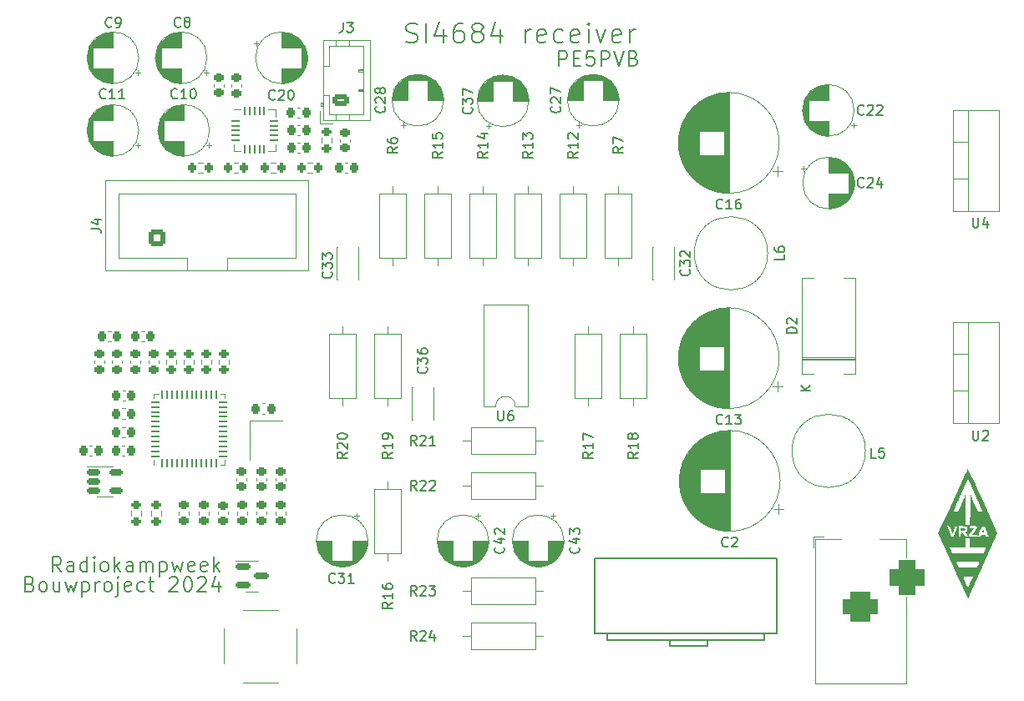
<source format=gbr>
%TF.GenerationSoftware,KiCad,Pcbnew,7.0.9*%
%TF.CreationDate,2024-03-08T21:09:09+01:00*%
%TF.ProjectId,SI4684,53493436-3834-42e6-9b69-6361645f7063,A*%
%TF.SameCoordinates,Original*%
%TF.FileFunction,Legend,Top*%
%TF.FilePolarity,Positive*%
%FSLAX46Y46*%
G04 Gerber Fmt 4.6, Leading zero omitted, Abs format (unit mm)*
G04 Created by KiCad (PCBNEW 7.0.9) date 2024-03-08 21:09:09*
%MOMM*%
%LPD*%
G01*
G04 APERTURE LIST*
G04 Aperture macros list*
%AMRoundRect*
0 Rectangle with rounded corners*
0 $1 Rounding radius*
0 $2 $3 $4 $5 $6 $7 $8 $9 X,Y pos of 4 corners*
0 Add a 4 corners polygon primitive as box body*
4,1,4,$2,$3,$4,$5,$6,$7,$8,$9,$2,$3,0*
0 Add four circle primitives for the rounded corners*
1,1,$1+$1,$2,$3*
1,1,$1+$1,$4,$5*
1,1,$1+$1,$6,$7*
1,1,$1+$1,$8,$9*
0 Add four rect primitives between the rounded corners*
20,1,$1+$1,$2,$3,$4,$5,0*
20,1,$1+$1,$4,$5,$6,$7,0*
20,1,$1+$1,$6,$7,$8,$9,0*
20,1,$1+$1,$8,$9,$2,$3,0*%
G04 Aperture macros list end*
%ADD10C,0.150000*%
%ADD11C,0.120000*%
%ADD12C,1.500000*%
%ADD13C,1.600000*%
%ADD14O,1.600000X1.600000*%
%ADD15C,2.400000*%
%ADD16R,2.000000X1.905000*%
%ADD17O,2.000000X1.905000*%
%ADD18C,2.050000*%
%ADD19C,2.250000*%
%ADD20RoundRect,0.225000X-0.225000X-0.250000X0.225000X-0.250000X0.225000X0.250000X-0.225000X0.250000X0*%
%ADD21RoundRect,0.225000X-0.250000X0.225000X-0.250000X-0.225000X0.250000X-0.225000X0.250000X0.225000X0*%
%ADD22R,2.000000X2.000000*%
%ADD23C,2.000000*%
%ADD24R,1.200000X1.400000*%
%ADD25RoundRect,0.150000X-0.587500X-0.150000X0.587500X-0.150000X0.587500X0.150000X-0.587500X0.150000X0*%
%ADD26R,1.600000X1.600000*%
%ADD27RoundRect,0.200000X0.275000X-0.200000X0.275000X0.200000X-0.275000X0.200000X-0.275000X-0.200000X0*%
%ADD28RoundRect,0.218750X0.256250X-0.218750X0.256250X0.218750X-0.256250X0.218750X-0.256250X-0.218750X0*%
%ADD29R,2.600000X2.600000*%
%ADD30O,2.600000X2.600000*%
%ADD31R,2.400000X1.600000*%
%ADD32O,2.400000X1.600000*%
%ADD33RoundRect,0.200000X-0.200000X-0.275000X0.200000X-0.275000X0.200000X0.275000X-0.200000X0.275000X0*%
%ADD34RoundRect,0.225000X0.250000X-0.225000X0.250000X0.225000X-0.250000X0.225000X-0.250000X-0.225000X0*%
%ADD35RoundRect,0.062500X-0.337500X-0.062500X0.337500X-0.062500X0.337500X0.062500X-0.337500X0.062500X0*%
%ADD36RoundRect,0.062500X-0.062500X-0.337500X0.062500X-0.337500X0.062500X0.337500X-0.062500X0.337500X0*%
%ADD37R,2.700000X2.700000*%
%ADD38RoundRect,0.225000X0.225000X0.250000X-0.225000X0.250000X-0.225000X-0.250000X0.225000X-0.250000X0*%
%ADD39RoundRect,0.200000X0.200000X0.275000X-0.200000X0.275000X-0.200000X-0.275000X0.200000X-0.275000X0*%
%ADD40R,2.286000X1.500000*%
%ADD41RoundRect,0.062500X0.062500X-0.337500X0.062500X0.337500X-0.062500X0.337500X-0.062500X-0.337500X0*%
%ADD42RoundRect,0.062500X0.337500X-0.062500X0.337500X0.062500X-0.337500X0.062500X-0.337500X-0.062500X0*%
%ADD43R,5.300000X5.300000*%
%ADD44R,3.500000X3.500000*%
%ADD45RoundRect,0.750000X1.000000X-0.750000X1.000000X0.750000X-1.000000X0.750000X-1.000000X-0.750000X0*%
%ADD46RoundRect,0.875000X0.875000X-0.875000X0.875000X0.875000X-0.875000X0.875000X-0.875000X-0.875000X0*%
%ADD47R,1.800000X1.275000*%
%ADD48O,1.800000X1.275000*%
%ADD49RoundRect,0.218750X-0.256250X0.218750X-0.256250X-0.218750X0.256250X-0.218750X0.256250X0.218750X0*%
%ADD50RoundRect,0.250000X0.625000X-0.350000X0.625000X0.350000X-0.625000X0.350000X-0.625000X-0.350000X0*%
%ADD51O,1.750000X1.200000*%
%ADD52RoundRect,0.250000X0.600000X-0.600000X0.600000X0.600000X-0.600000X0.600000X-0.600000X-0.600000X0*%
%ADD53C,1.700000*%
%ADD54RoundRect,0.150000X-0.512500X-0.150000X0.512500X-0.150000X0.512500X0.150000X-0.512500X0.150000X0*%
G04 APERTURE END LIST*
D10*
X100523826Y-124244914D02*
X100738112Y-124316342D01*
X100738112Y-124316342D02*
X100809541Y-124387771D01*
X100809541Y-124387771D02*
X100880969Y-124530628D01*
X100880969Y-124530628D02*
X100880969Y-124744914D01*
X100880969Y-124744914D02*
X100809541Y-124887771D01*
X100809541Y-124887771D02*
X100738112Y-124959200D01*
X100738112Y-124959200D02*
X100595255Y-125030628D01*
X100595255Y-125030628D02*
X100023826Y-125030628D01*
X100023826Y-125030628D02*
X100023826Y-123530628D01*
X100023826Y-123530628D02*
X100523826Y-123530628D01*
X100523826Y-123530628D02*
X100666684Y-123602057D01*
X100666684Y-123602057D02*
X100738112Y-123673485D01*
X100738112Y-123673485D02*
X100809541Y-123816342D01*
X100809541Y-123816342D02*
X100809541Y-123959200D01*
X100809541Y-123959200D02*
X100738112Y-124102057D01*
X100738112Y-124102057D02*
X100666684Y-124173485D01*
X100666684Y-124173485D02*
X100523826Y-124244914D01*
X100523826Y-124244914D02*
X100023826Y-124244914D01*
X101738112Y-125030628D02*
X101595255Y-124959200D01*
X101595255Y-124959200D02*
X101523826Y-124887771D01*
X101523826Y-124887771D02*
X101452398Y-124744914D01*
X101452398Y-124744914D02*
X101452398Y-124316342D01*
X101452398Y-124316342D02*
X101523826Y-124173485D01*
X101523826Y-124173485D02*
X101595255Y-124102057D01*
X101595255Y-124102057D02*
X101738112Y-124030628D01*
X101738112Y-124030628D02*
X101952398Y-124030628D01*
X101952398Y-124030628D02*
X102095255Y-124102057D01*
X102095255Y-124102057D02*
X102166684Y-124173485D01*
X102166684Y-124173485D02*
X102238112Y-124316342D01*
X102238112Y-124316342D02*
X102238112Y-124744914D01*
X102238112Y-124744914D02*
X102166684Y-124887771D01*
X102166684Y-124887771D02*
X102095255Y-124959200D01*
X102095255Y-124959200D02*
X101952398Y-125030628D01*
X101952398Y-125030628D02*
X101738112Y-125030628D01*
X103523827Y-124030628D02*
X103523827Y-125030628D01*
X102880969Y-124030628D02*
X102880969Y-124816342D01*
X102880969Y-124816342D02*
X102952398Y-124959200D01*
X102952398Y-124959200D02*
X103095255Y-125030628D01*
X103095255Y-125030628D02*
X103309541Y-125030628D01*
X103309541Y-125030628D02*
X103452398Y-124959200D01*
X103452398Y-124959200D02*
X103523827Y-124887771D01*
X104095255Y-124030628D02*
X104380970Y-125030628D01*
X104380970Y-125030628D02*
X104666684Y-124316342D01*
X104666684Y-124316342D02*
X104952398Y-125030628D01*
X104952398Y-125030628D02*
X105238112Y-124030628D01*
X105809541Y-124030628D02*
X105809541Y-125530628D01*
X105809541Y-124102057D02*
X105952399Y-124030628D01*
X105952399Y-124030628D02*
X106238113Y-124030628D01*
X106238113Y-124030628D02*
X106380970Y-124102057D01*
X106380970Y-124102057D02*
X106452399Y-124173485D01*
X106452399Y-124173485D02*
X106523827Y-124316342D01*
X106523827Y-124316342D02*
X106523827Y-124744914D01*
X106523827Y-124744914D02*
X106452399Y-124887771D01*
X106452399Y-124887771D02*
X106380970Y-124959200D01*
X106380970Y-124959200D02*
X106238113Y-125030628D01*
X106238113Y-125030628D02*
X105952399Y-125030628D01*
X105952399Y-125030628D02*
X105809541Y-124959200D01*
X107166684Y-125030628D02*
X107166684Y-124030628D01*
X107166684Y-124316342D02*
X107238113Y-124173485D01*
X107238113Y-124173485D02*
X107309542Y-124102057D01*
X107309542Y-124102057D02*
X107452399Y-124030628D01*
X107452399Y-124030628D02*
X107595256Y-124030628D01*
X108309541Y-125030628D02*
X108166684Y-124959200D01*
X108166684Y-124959200D02*
X108095255Y-124887771D01*
X108095255Y-124887771D02*
X108023827Y-124744914D01*
X108023827Y-124744914D02*
X108023827Y-124316342D01*
X108023827Y-124316342D02*
X108095255Y-124173485D01*
X108095255Y-124173485D02*
X108166684Y-124102057D01*
X108166684Y-124102057D02*
X108309541Y-124030628D01*
X108309541Y-124030628D02*
X108523827Y-124030628D01*
X108523827Y-124030628D02*
X108666684Y-124102057D01*
X108666684Y-124102057D02*
X108738113Y-124173485D01*
X108738113Y-124173485D02*
X108809541Y-124316342D01*
X108809541Y-124316342D02*
X108809541Y-124744914D01*
X108809541Y-124744914D02*
X108738113Y-124887771D01*
X108738113Y-124887771D02*
X108666684Y-124959200D01*
X108666684Y-124959200D02*
X108523827Y-125030628D01*
X108523827Y-125030628D02*
X108309541Y-125030628D01*
X109452398Y-124030628D02*
X109452398Y-125316342D01*
X109452398Y-125316342D02*
X109380970Y-125459200D01*
X109380970Y-125459200D02*
X109238113Y-125530628D01*
X109238113Y-125530628D02*
X109166684Y-125530628D01*
X109452398Y-123530628D02*
X109380970Y-123602057D01*
X109380970Y-123602057D02*
X109452398Y-123673485D01*
X109452398Y-123673485D02*
X109523827Y-123602057D01*
X109523827Y-123602057D02*
X109452398Y-123530628D01*
X109452398Y-123530628D02*
X109452398Y-123673485D01*
X110738113Y-124959200D02*
X110595256Y-125030628D01*
X110595256Y-125030628D02*
X110309542Y-125030628D01*
X110309542Y-125030628D02*
X110166684Y-124959200D01*
X110166684Y-124959200D02*
X110095256Y-124816342D01*
X110095256Y-124816342D02*
X110095256Y-124244914D01*
X110095256Y-124244914D02*
X110166684Y-124102057D01*
X110166684Y-124102057D02*
X110309542Y-124030628D01*
X110309542Y-124030628D02*
X110595256Y-124030628D01*
X110595256Y-124030628D02*
X110738113Y-124102057D01*
X110738113Y-124102057D02*
X110809542Y-124244914D01*
X110809542Y-124244914D02*
X110809542Y-124387771D01*
X110809542Y-124387771D02*
X110095256Y-124530628D01*
X112095256Y-124959200D02*
X111952398Y-125030628D01*
X111952398Y-125030628D02*
X111666684Y-125030628D01*
X111666684Y-125030628D02*
X111523827Y-124959200D01*
X111523827Y-124959200D02*
X111452398Y-124887771D01*
X111452398Y-124887771D02*
X111380970Y-124744914D01*
X111380970Y-124744914D02*
X111380970Y-124316342D01*
X111380970Y-124316342D02*
X111452398Y-124173485D01*
X111452398Y-124173485D02*
X111523827Y-124102057D01*
X111523827Y-124102057D02*
X111666684Y-124030628D01*
X111666684Y-124030628D02*
X111952398Y-124030628D01*
X111952398Y-124030628D02*
X112095256Y-124102057D01*
X112523827Y-124030628D02*
X113095255Y-124030628D01*
X112738112Y-123530628D02*
X112738112Y-124816342D01*
X112738112Y-124816342D02*
X112809541Y-124959200D01*
X112809541Y-124959200D02*
X112952398Y-125030628D01*
X112952398Y-125030628D02*
X113095255Y-125030628D01*
X114666684Y-123673485D02*
X114738112Y-123602057D01*
X114738112Y-123602057D02*
X114880970Y-123530628D01*
X114880970Y-123530628D02*
X115238112Y-123530628D01*
X115238112Y-123530628D02*
X115380970Y-123602057D01*
X115380970Y-123602057D02*
X115452398Y-123673485D01*
X115452398Y-123673485D02*
X115523827Y-123816342D01*
X115523827Y-123816342D02*
X115523827Y-123959200D01*
X115523827Y-123959200D02*
X115452398Y-124173485D01*
X115452398Y-124173485D02*
X114595255Y-125030628D01*
X114595255Y-125030628D02*
X115523827Y-125030628D01*
X116452398Y-123530628D02*
X116595255Y-123530628D01*
X116595255Y-123530628D02*
X116738112Y-123602057D01*
X116738112Y-123602057D02*
X116809541Y-123673485D01*
X116809541Y-123673485D02*
X116880969Y-123816342D01*
X116880969Y-123816342D02*
X116952398Y-124102057D01*
X116952398Y-124102057D02*
X116952398Y-124459200D01*
X116952398Y-124459200D02*
X116880969Y-124744914D01*
X116880969Y-124744914D02*
X116809541Y-124887771D01*
X116809541Y-124887771D02*
X116738112Y-124959200D01*
X116738112Y-124959200D02*
X116595255Y-125030628D01*
X116595255Y-125030628D02*
X116452398Y-125030628D01*
X116452398Y-125030628D02*
X116309541Y-124959200D01*
X116309541Y-124959200D02*
X116238112Y-124887771D01*
X116238112Y-124887771D02*
X116166683Y-124744914D01*
X116166683Y-124744914D02*
X116095255Y-124459200D01*
X116095255Y-124459200D02*
X116095255Y-124102057D01*
X116095255Y-124102057D02*
X116166683Y-123816342D01*
X116166683Y-123816342D02*
X116238112Y-123673485D01*
X116238112Y-123673485D02*
X116309541Y-123602057D01*
X116309541Y-123602057D02*
X116452398Y-123530628D01*
X117523826Y-123673485D02*
X117595254Y-123602057D01*
X117595254Y-123602057D02*
X117738112Y-123530628D01*
X117738112Y-123530628D02*
X118095254Y-123530628D01*
X118095254Y-123530628D02*
X118238112Y-123602057D01*
X118238112Y-123602057D02*
X118309540Y-123673485D01*
X118309540Y-123673485D02*
X118380969Y-123816342D01*
X118380969Y-123816342D02*
X118380969Y-123959200D01*
X118380969Y-123959200D02*
X118309540Y-124173485D01*
X118309540Y-124173485D02*
X117452397Y-125030628D01*
X117452397Y-125030628D02*
X118380969Y-125030628D01*
X119666683Y-124030628D02*
X119666683Y-125030628D01*
X119309540Y-123459200D02*
X118952397Y-124530628D01*
X118952397Y-124530628D02*
X119880968Y-124530628D01*
X138655636Y-69248200D02*
X138941350Y-69343438D01*
X138941350Y-69343438D02*
X139417541Y-69343438D01*
X139417541Y-69343438D02*
X139608017Y-69248200D01*
X139608017Y-69248200D02*
X139703255Y-69152961D01*
X139703255Y-69152961D02*
X139798493Y-68962485D01*
X139798493Y-68962485D02*
X139798493Y-68772009D01*
X139798493Y-68772009D02*
X139703255Y-68581533D01*
X139703255Y-68581533D02*
X139608017Y-68486295D01*
X139608017Y-68486295D02*
X139417541Y-68391057D01*
X139417541Y-68391057D02*
X139036588Y-68295819D01*
X139036588Y-68295819D02*
X138846112Y-68200580D01*
X138846112Y-68200580D02*
X138750874Y-68105342D01*
X138750874Y-68105342D02*
X138655636Y-67914866D01*
X138655636Y-67914866D02*
X138655636Y-67724390D01*
X138655636Y-67724390D02*
X138750874Y-67533914D01*
X138750874Y-67533914D02*
X138846112Y-67438676D01*
X138846112Y-67438676D02*
X139036588Y-67343438D01*
X139036588Y-67343438D02*
X139512779Y-67343438D01*
X139512779Y-67343438D02*
X139798493Y-67438676D01*
X140655636Y-69343438D02*
X140655636Y-67343438D01*
X142465160Y-68010104D02*
X142465160Y-69343438D01*
X141988969Y-67248200D02*
X141512779Y-68676771D01*
X141512779Y-68676771D02*
X142750874Y-68676771D01*
X144369922Y-67343438D02*
X143988969Y-67343438D01*
X143988969Y-67343438D02*
X143798493Y-67438676D01*
X143798493Y-67438676D02*
X143703255Y-67533914D01*
X143703255Y-67533914D02*
X143512779Y-67819628D01*
X143512779Y-67819628D02*
X143417541Y-68200580D01*
X143417541Y-68200580D02*
X143417541Y-68962485D01*
X143417541Y-68962485D02*
X143512779Y-69152961D01*
X143512779Y-69152961D02*
X143608017Y-69248200D01*
X143608017Y-69248200D02*
X143798493Y-69343438D01*
X143798493Y-69343438D02*
X144179446Y-69343438D01*
X144179446Y-69343438D02*
X144369922Y-69248200D01*
X144369922Y-69248200D02*
X144465160Y-69152961D01*
X144465160Y-69152961D02*
X144560398Y-68962485D01*
X144560398Y-68962485D02*
X144560398Y-68486295D01*
X144560398Y-68486295D02*
X144465160Y-68295819D01*
X144465160Y-68295819D02*
X144369922Y-68200580D01*
X144369922Y-68200580D02*
X144179446Y-68105342D01*
X144179446Y-68105342D02*
X143798493Y-68105342D01*
X143798493Y-68105342D02*
X143608017Y-68200580D01*
X143608017Y-68200580D02*
X143512779Y-68295819D01*
X143512779Y-68295819D02*
X143417541Y-68486295D01*
X145703255Y-68200580D02*
X145512779Y-68105342D01*
X145512779Y-68105342D02*
X145417541Y-68010104D01*
X145417541Y-68010104D02*
X145322303Y-67819628D01*
X145322303Y-67819628D02*
X145322303Y-67724390D01*
X145322303Y-67724390D02*
X145417541Y-67533914D01*
X145417541Y-67533914D02*
X145512779Y-67438676D01*
X145512779Y-67438676D02*
X145703255Y-67343438D01*
X145703255Y-67343438D02*
X146084208Y-67343438D01*
X146084208Y-67343438D02*
X146274684Y-67438676D01*
X146274684Y-67438676D02*
X146369922Y-67533914D01*
X146369922Y-67533914D02*
X146465160Y-67724390D01*
X146465160Y-67724390D02*
X146465160Y-67819628D01*
X146465160Y-67819628D02*
X146369922Y-68010104D01*
X146369922Y-68010104D02*
X146274684Y-68105342D01*
X146274684Y-68105342D02*
X146084208Y-68200580D01*
X146084208Y-68200580D02*
X145703255Y-68200580D01*
X145703255Y-68200580D02*
X145512779Y-68295819D01*
X145512779Y-68295819D02*
X145417541Y-68391057D01*
X145417541Y-68391057D02*
X145322303Y-68581533D01*
X145322303Y-68581533D02*
X145322303Y-68962485D01*
X145322303Y-68962485D02*
X145417541Y-69152961D01*
X145417541Y-69152961D02*
X145512779Y-69248200D01*
X145512779Y-69248200D02*
X145703255Y-69343438D01*
X145703255Y-69343438D02*
X146084208Y-69343438D01*
X146084208Y-69343438D02*
X146274684Y-69248200D01*
X146274684Y-69248200D02*
X146369922Y-69152961D01*
X146369922Y-69152961D02*
X146465160Y-68962485D01*
X146465160Y-68962485D02*
X146465160Y-68581533D01*
X146465160Y-68581533D02*
X146369922Y-68391057D01*
X146369922Y-68391057D02*
X146274684Y-68295819D01*
X146274684Y-68295819D02*
X146084208Y-68200580D01*
X148179446Y-68010104D02*
X148179446Y-69343438D01*
X147703255Y-67248200D02*
X147227065Y-68676771D01*
X147227065Y-68676771D02*
X148465160Y-68676771D01*
X150750875Y-69343438D02*
X150750875Y-68010104D01*
X150750875Y-68391057D02*
X150846113Y-68200580D01*
X150846113Y-68200580D02*
X150941351Y-68105342D01*
X150941351Y-68105342D02*
X151131827Y-68010104D01*
X151131827Y-68010104D02*
X151322304Y-68010104D01*
X152750875Y-69248200D02*
X152560399Y-69343438D01*
X152560399Y-69343438D02*
X152179446Y-69343438D01*
X152179446Y-69343438D02*
X151988970Y-69248200D01*
X151988970Y-69248200D02*
X151893732Y-69057723D01*
X151893732Y-69057723D02*
X151893732Y-68295819D01*
X151893732Y-68295819D02*
X151988970Y-68105342D01*
X151988970Y-68105342D02*
X152179446Y-68010104D01*
X152179446Y-68010104D02*
X152560399Y-68010104D01*
X152560399Y-68010104D02*
X152750875Y-68105342D01*
X152750875Y-68105342D02*
X152846113Y-68295819D01*
X152846113Y-68295819D02*
X152846113Y-68486295D01*
X152846113Y-68486295D02*
X151893732Y-68676771D01*
X154560399Y-69248200D02*
X154369923Y-69343438D01*
X154369923Y-69343438D02*
X153988970Y-69343438D01*
X153988970Y-69343438D02*
X153798494Y-69248200D01*
X153798494Y-69248200D02*
X153703256Y-69152961D01*
X153703256Y-69152961D02*
X153608018Y-68962485D01*
X153608018Y-68962485D02*
X153608018Y-68391057D01*
X153608018Y-68391057D02*
X153703256Y-68200580D01*
X153703256Y-68200580D02*
X153798494Y-68105342D01*
X153798494Y-68105342D02*
X153988970Y-68010104D01*
X153988970Y-68010104D02*
X154369923Y-68010104D01*
X154369923Y-68010104D02*
X154560399Y-68105342D01*
X156179447Y-69248200D02*
X155988971Y-69343438D01*
X155988971Y-69343438D02*
X155608018Y-69343438D01*
X155608018Y-69343438D02*
X155417542Y-69248200D01*
X155417542Y-69248200D02*
X155322304Y-69057723D01*
X155322304Y-69057723D02*
X155322304Y-68295819D01*
X155322304Y-68295819D02*
X155417542Y-68105342D01*
X155417542Y-68105342D02*
X155608018Y-68010104D01*
X155608018Y-68010104D02*
X155988971Y-68010104D01*
X155988971Y-68010104D02*
X156179447Y-68105342D01*
X156179447Y-68105342D02*
X156274685Y-68295819D01*
X156274685Y-68295819D02*
X156274685Y-68486295D01*
X156274685Y-68486295D02*
X155322304Y-68676771D01*
X157131828Y-69343438D02*
X157131828Y-68010104D01*
X157131828Y-67343438D02*
X157036590Y-67438676D01*
X157036590Y-67438676D02*
X157131828Y-67533914D01*
X157131828Y-67533914D02*
X157227066Y-67438676D01*
X157227066Y-67438676D02*
X157131828Y-67343438D01*
X157131828Y-67343438D02*
X157131828Y-67533914D01*
X157893733Y-68010104D02*
X158369923Y-69343438D01*
X158369923Y-69343438D02*
X158846114Y-68010104D01*
X160369924Y-69248200D02*
X160179448Y-69343438D01*
X160179448Y-69343438D02*
X159798495Y-69343438D01*
X159798495Y-69343438D02*
X159608019Y-69248200D01*
X159608019Y-69248200D02*
X159512781Y-69057723D01*
X159512781Y-69057723D02*
X159512781Y-68295819D01*
X159512781Y-68295819D02*
X159608019Y-68105342D01*
X159608019Y-68105342D02*
X159798495Y-68010104D01*
X159798495Y-68010104D02*
X160179448Y-68010104D01*
X160179448Y-68010104D02*
X160369924Y-68105342D01*
X160369924Y-68105342D02*
X160465162Y-68295819D01*
X160465162Y-68295819D02*
X160465162Y-68486295D01*
X160465162Y-68486295D02*
X159512781Y-68676771D01*
X161322305Y-69343438D02*
X161322305Y-68010104D01*
X161322305Y-68391057D02*
X161417543Y-68200580D01*
X161417543Y-68200580D02*
X161512781Y-68105342D01*
X161512781Y-68105342D02*
X161703257Y-68010104D01*
X161703257Y-68010104D02*
X161893734Y-68010104D01*
X154125826Y-71690628D02*
X154125826Y-70190628D01*
X154125826Y-70190628D02*
X154697255Y-70190628D01*
X154697255Y-70190628D02*
X154840112Y-70262057D01*
X154840112Y-70262057D02*
X154911541Y-70333485D01*
X154911541Y-70333485D02*
X154982969Y-70476342D01*
X154982969Y-70476342D02*
X154982969Y-70690628D01*
X154982969Y-70690628D02*
X154911541Y-70833485D01*
X154911541Y-70833485D02*
X154840112Y-70904914D01*
X154840112Y-70904914D02*
X154697255Y-70976342D01*
X154697255Y-70976342D02*
X154125826Y-70976342D01*
X155625826Y-70904914D02*
X156125826Y-70904914D01*
X156340112Y-71690628D02*
X155625826Y-71690628D01*
X155625826Y-71690628D02*
X155625826Y-70190628D01*
X155625826Y-70190628D02*
X156340112Y-70190628D01*
X157697255Y-70190628D02*
X156982969Y-70190628D01*
X156982969Y-70190628D02*
X156911541Y-70904914D01*
X156911541Y-70904914D02*
X156982969Y-70833485D01*
X156982969Y-70833485D02*
X157125827Y-70762057D01*
X157125827Y-70762057D02*
X157482969Y-70762057D01*
X157482969Y-70762057D02*
X157625827Y-70833485D01*
X157625827Y-70833485D02*
X157697255Y-70904914D01*
X157697255Y-70904914D02*
X157768684Y-71047771D01*
X157768684Y-71047771D02*
X157768684Y-71404914D01*
X157768684Y-71404914D02*
X157697255Y-71547771D01*
X157697255Y-71547771D02*
X157625827Y-71619200D01*
X157625827Y-71619200D02*
X157482969Y-71690628D01*
X157482969Y-71690628D02*
X157125827Y-71690628D01*
X157125827Y-71690628D02*
X156982969Y-71619200D01*
X156982969Y-71619200D02*
X156911541Y-71547771D01*
X158411540Y-71690628D02*
X158411540Y-70190628D01*
X158411540Y-70190628D02*
X158982969Y-70190628D01*
X158982969Y-70190628D02*
X159125826Y-70262057D01*
X159125826Y-70262057D02*
X159197255Y-70333485D01*
X159197255Y-70333485D02*
X159268683Y-70476342D01*
X159268683Y-70476342D02*
X159268683Y-70690628D01*
X159268683Y-70690628D02*
X159197255Y-70833485D01*
X159197255Y-70833485D02*
X159125826Y-70904914D01*
X159125826Y-70904914D02*
X158982969Y-70976342D01*
X158982969Y-70976342D02*
X158411540Y-70976342D01*
X159697255Y-70190628D02*
X160197255Y-71690628D01*
X160197255Y-71690628D02*
X160697255Y-70190628D01*
X161697254Y-70904914D02*
X161911540Y-70976342D01*
X161911540Y-70976342D02*
X161982969Y-71047771D01*
X161982969Y-71047771D02*
X162054397Y-71190628D01*
X162054397Y-71190628D02*
X162054397Y-71404914D01*
X162054397Y-71404914D02*
X161982969Y-71547771D01*
X161982969Y-71547771D02*
X161911540Y-71619200D01*
X161911540Y-71619200D02*
X161768683Y-71690628D01*
X161768683Y-71690628D02*
X161197254Y-71690628D01*
X161197254Y-71690628D02*
X161197254Y-70190628D01*
X161197254Y-70190628D02*
X161697254Y-70190628D01*
X161697254Y-70190628D02*
X161840112Y-70262057D01*
X161840112Y-70262057D02*
X161911540Y-70333485D01*
X161911540Y-70333485D02*
X161982969Y-70476342D01*
X161982969Y-70476342D02*
X161982969Y-70619200D01*
X161982969Y-70619200D02*
X161911540Y-70762057D01*
X161911540Y-70762057D02*
X161840112Y-70833485D01*
X161840112Y-70833485D02*
X161697254Y-70904914D01*
X161697254Y-70904914D02*
X161197254Y-70904914D01*
X103674969Y-122998628D02*
X103174969Y-122284342D01*
X102817826Y-122998628D02*
X102817826Y-121498628D01*
X102817826Y-121498628D02*
X103389255Y-121498628D01*
X103389255Y-121498628D02*
X103532112Y-121570057D01*
X103532112Y-121570057D02*
X103603541Y-121641485D01*
X103603541Y-121641485D02*
X103674969Y-121784342D01*
X103674969Y-121784342D02*
X103674969Y-121998628D01*
X103674969Y-121998628D02*
X103603541Y-122141485D01*
X103603541Y-122141485D02*
X103532112Y-122212914D01*
X103532112Y-122212914D02*
X103389255Y-122284342D01*
X103389255Y-122284342D02*
X102817826Y-122284342D01*
X104960684Y-122998628D02*
X104960684Y-122212914D01*
X104960684Y-122212914D02*
X104889255Y-122070057D01*
X104889255Y-122070057D02*
X104746398Y-121998628D01*
X104746398Y-121998628D02*
X104460684Y-121998628D01*
X104460684Y-121998628D02*
X104317826Y-122070057D01*
X104960684Y-122927200D02*
X104817826Y-122998628D01*
X104817826Y-122998628D02*
X104460684Y-122998628D01*
X104460684Y-122998628D02*
X104317826Y-122927200D01*
X104317826Y-122927200D02*
X104246398Y-122784342D01*
X104246398Y-122784342D02*
X104246398Y-122641485D01*
X104246398Y-122641485D02*
X104317826Y-122498628D01*
X104317826Y-122498628D02*
X104460684Y-122427200D01*
X104460684Y-122427200D02*
X104817826Y-122427200D01*
X104817826Y-122427200D02*
X104960684Y-122355771D01*
X106317827Y-122998628D02*
X106317827Y-121498628D01*
X106317827Y-122927200D02*
X106174969Y-122998628D01*
X106174969Y-122998628D02*
X105889255Y-122998628D01*
X105889255Y-122998628D02*
X105746398Y-122927200D01*
X105746398Y-122927200D02*
X105674969Y-122855771D01*
X105674969Y-122855771D02*
X105603541Y-122712914D01*
X105603541Y-122712914D02*
X105603541Y-122284342D01*
X105603541Y-122284342D02*
X105674969Y-122141485D01*
X105674969Y-122141485D02*
X105746398Y-122070057D01*
X105746398Y-122070057D02*
X105889255Y-121998628D01*
X105889255Y-121998628D02*
X106174969Y-121998628D01*
X106174969Y-121998628D02*
X106317827Y-122070057D01*
X107032112Y-122998628D02*
X107032112Y-121998628D01*
X107032112Y-121498628D02*
X106960684Y-121570057D01*
X106960684Y-121570057D02*
X107032112Y-121641485D01*
X107032112Y-121641485D02*
X107103541Y-121570057D01*
X107103541Y-121570057D02*
X107032112Y-121498628D01*
X107032112Y-121498628D02*
X107032112Y-121641485D01*
X107960684Y-122998628D02*
X107817827Y-122927200D01*
X107817827Y-122927200D02*
X107746398Y-122855771D01*
X107746398Y-122855771D02*
X107674970Y-122712914D01*
X107674970Y-122712914D02*
X107674970Y-122284342D01*
X107674970Y-122284342D02*
X107746398Y-122141485D01*
X107746398Y-122141485D02*
X107817827Y-122070057D01*
X107817827Y-122070057D02*
X107960684Y-121998628D01*
X107960684Y-121998628D02*
X108174970Y-121998628D01*
X108174970Y-121998628D02*
X108317827Y-122070057D01*
X108317827Y-122070057D02*
X108389256Y-122141485D01*
X108389256Y-122141485D02*
X108460684Y-122284342D01*
X108460684Y-122284342D02*
X108460684Y-122712914D01*
X108460684Y-122712914D02*
X108389256Y-122855771D01*
X108389256Y-122855771D02*
X108317827Y-122927200D01*
X108317827Y-122927200D02*
X108174970Y-122998628D01*
X108174970Y-122998628D02*
X107960684Y-122998628D01*
X109103541Y-122998628D02*
X109103541Y-121498628D01*
X109246399Y-122427200D02*
X109674970Y-122998628D01*
X109674970Y-121998628D02*
X109103541Y-122570057D01*
X110960685Y-122998628D02*
X110960685Y-122212914D01*
X110960685Y-122212914D02*
X110889256Y-122070057D01*
X110889256Y-122070057D02*
X110746399Y-121998628D01*
X110746399Y-121998628D02*
X110460685Y-121998628D01*
X110460685Y-121998628D02*
X110317827Y-122070057D01*
X110960685Y-122927200D02*
X110817827Y-122998628D01*
X110817827Y-122998628D02*
X110460685Y-122998628D01*
X110460685Y-122998628D02*
X110317827Y-122927200D01*
X110317827Y-122927200D02*
X110246399Y-122784342D01*
X110246399Y-122784342D02*
X110246399Y-122641485D01*
X110246399Y-122641485D02*
X110317827Y-122498628D01*
X110317827Y-122498628D02*
X110460685Y-122427200D01*
X110460685Y-122427200D02*
X110817827Y-122427200D01*
X110817827Y-122427200D02*
X110960685Y-122355771D01*
X111674970Y-122998628D02*
X111674970Y-121998628D01*
X111674970Y-122141485D02*
X111746399Y-122070057D01*
X111746399Y-122070057D02*
X111889256Y-121998628D01*
X111889256Y-121998628D02*
X112103542Y-121998628D01*
X112103542Y-121998628D02*
X112246399Y-122070057D01*
X112246399Y-122070057D02*
X112317828Y-122212914D01*
X112317828Y-122212914D02*
X112317828Y-122998628D01*
X112317828Y-122212914D02*
X112389256Y-122070057D01*
X112389256Y-122070057D02*
X112532113Y-121998628D01*
X112532113Y-121998628D02*
X112746399Y-121998628D01*
X112746399Y-121998628D02*
X112889256Y-122070057D01*
X112889256Y-122070057D02*
X112960685Y-122212914D01*
X112960685Y-122212914D02*
X112960685Y-122998628D01*
X113674970Y-121998628D02*
X113674970Y-123498628D01*
X113674970Y-122070057D02*
X113817828Y-121998628D01*
X113817828Y-121998628D02*
X114103542Y-121998628D01*
X114103542Y-121998628D02*
X114246399Y-122070057D01*
X114246399Y-122070057D02*
X114317828Y-122141485D01*
X114317828Y-122141485D02*
X114389256Y-122284342D01*
X114389256Y-122284342D02*
X114389256Y-122712914D01*
X114389256Y-122712914D02*
X114317828Y-122855771D01*
X114317828Y-122855771D02*
X114246399Y-122927200D01*
X114246399Y-122927200D02*
X114103542Y-122998628D01*
X114103542Y-122998628D02*
X113817828Y-122998628D01*
X113817828Y-122998628D02*
X113674970Y-122927200D01*
X114889256Y-121998628D02*
X115174971Y-122998628D01*
X115174971Y-122998628D02*
X115460685Y-122284342D01*
X115460685Y-122284342D02*
X115746399Y-122998628D01*
X115746399Y-122998628D02*
X116032113Y-121998628D01*
X117174971Y-122927200D02*
X117032114Y-122998628D01*
X117032114Y-122998628D02*
X116746400Y-122998628D01*
X116746400Y-122998628D02*
X116603542Y-122927200D01*
X116603542Y-122927200D02*
X116532114Y-122784342D01*
X116532114Y-122784342D02*
X116532114Y-122212914D01*
X116532114Y-122212914D02*
X116603542Y-122070057D01*
X116603542Y-122070057D02*
X116746400Y-121998628D01*
X116746400Y-121998628D02*
X117032114Y-121998628D01*
X117032114Y-121998628D02*
X117174971Y-122070057D01*
X117174971Y-122070057D02*
X117246400Y-122212914D01*
X117246400Y-122212914D02*
X117246400Y-122355771D01*
X117246400Y-122355771D02*
X116532114Y-122498628D01*
X118460685Y-122927200D02*
X118317828Y-122998628D01*
X118317828Y-122998628D02*
X118032114Y-122998628D01*
X118032114Y-122998628D02*
X117889256Y-122927200D01*
X117889256Y-122927200D02*
X117817828Y-122784342D01*
X117817828Y-122784342D02*
X117817828Y-122212914D01*
X117817828Y-122212914D02*
X117889256Y-122070057D01*
X117889256Y-122070057D02*
X118032114Y-121998628D01*
X118032114Y-121998628D02*
X118317828Y-121998628D01*
X118317828Y-121998628D02*
X118460685Y-122070057D01*
X118460685Y-122070057D02*
X118532114Y-122212914D01*
X118532114Y-122212914D02*
X118532114Y-122355771D01*
X118532114Y-122355771D02*
X117817828Y-122498628D01*
X119174970Y-122998628D02*
X119174970Y-121498628D01*
X119317828Y-122427200D02*
X119746399Y-122998628D01*
X119746399Y-121998628D02*
X119174970Y-122570057D01*
X137231819Y-110878857D02*
X136755628Y-111212190D01*
X137231819Y-111450285D02*
X136231819Y-111450285D01*
X136231819Y-111450285D02*
X136231819Y-111069333D01*
X136231819Y-111069333D02*
X136279438Y-110974095D01*
X136279438Y-110974095D02*
X136327057Y-110926476D01*
X136327057Y-110926476D02*
X136422295Y-110878857D01*
X136422295Y-110878857D02*
X136565152Y-110878857D01*
X136565152Y-110878857D02*
X136660390Y-110926476D01*
X136660390Y-110926476D02*
X136708009Y-110974095D01*
X136708009Y-110974095D02*
X136755628Y-111069333D01*
X136755628Y-111069333D02*
X136755628Y-111450285D01*
X137231819Y-109926476D02*
X137231819Y-110497904D01*
X137231819Y-110212190D02*
X136231819Y-110212190D01*
X136231819Y-110212190D02*
X136374676Y-110307428D01*
X136374676Y-110307428D02*
X136469914Y-110402666D01*
X136469914Y-110402666D02*
X136517533Y-110497904D01*
X137231819Y-109450285D02*
X137231819Y-109259809D01*
X137231819Y-109259809D02*
X137184200Y-109164571D01*
X137184200Y-109164571D02*
X137136580Y-109116952D01*
X137136580Y-109116952D02*
X136993723Y-109021714D01*
X136993723Y-109021714D02*
X136803247Y-108974095D01*
X136803247Y-108974095D02*
X136422295Y-108974095D01*
X136422295Y-108974095D02*
X136327057Y-109021714D01*
X136327057Y-109021714D02*
X136279438Y-109069333D01*
X136279438Y-109069333D02*
X136231819Y-109164571D01*
X136231819Y-109164571D02*
X136231819Y-109355047D01*
X136231819Y-109355047D02*
X136279438Y-109450285D01*
X136279438Y-109450285D02*
X136327057Y-109497904D01*
X136327057Y-109497904D02*
X136422295Y-109545523D01*
X136422295Y-109545523D02*
X136660390Y-109545523D01*
X136660390Y-109545523D02*
X136755628Y-109497904D01*
X136755628Y-109497904D02*
X136803247Y-109450285D01*
X136803247Y-109450285D02*
X136850866Y-109355047D01*
X136850866Y-109355047D02*
X136850866Y-109164571D01*
X136850866Y-109164571D02*
X136803247Y-109069333D01*
X136803247Y-109069333D02*
X136755628Y-109021714D01*
X136755628Y-109021714D02*
X136660390Y-108974095D01*
X176984819Y-90868666D02*
X176984819Y-91344856D01*
X176984819Y-91344856D02*
X175984819Y-91344856D01*
X175984819Y-90106761D02*
X175984819Y-90297237D01*
X175984819Y-90297237D02*
X176032438Y-90392475D01*
X176032438Y-90392475D02*
X176080057Y-90440094D01*
X176080057Y-90440094D02*
X176222914Y-90535332D01*
X176222914Y-90535332D02*
X176413390Y-90582951D01*
X176413390Y-90582951D02*
X176794342Y-90582951D01*
X176794342Y-90582951D02*
X176889580Y-90535332D01*
X176889580Y-90535332D02*
X176937200Y-90487713D01*
X176937200Y-90487713D02*
X176984819Y-90392475D01*
X176984819Y-90392475D02*
X176984819Y-90201999D01*
X176984819Y-90201999D02*
X176937200Y-90106761D01*
X176937200Y-90106761D02*
X176889580Y-90059142D01*
X176889580Y-90059142D02*
X176794342Y-90011523D01*
X176794342Y-90011523D02*
X176556247Y-90011523D01*
X176556247Y-90011523D02*
X176461009Y-90059142D01*
X176461009Y-90059142D02*
X176413390Y-90106761D01*
X176413390Y-90106761D02*
X176365771Y-90201999D01*
X176365771Y-90201999D02*
X176365771Y-90392475D01*
X176365771Y-90392475D02*
X176413390Y-90487713D01*
X176413390Y-90487713D02*
X176461009Y-90535332D01*
X176461009Y-90535332D02*
X176556247Y-90582951D01*
X196088095Y-87084819D02*
X196088095Y-87894342D01*
X196088095Y-87894342D02*
X196135714Y-87989580D01*
X196135714Y-87989580D02*
X196183333Y-88037200D01*
X196183333Y-88037200D02*
X196278571Y-88084819D01*
X196278571Y-88084819D02*
X196469047Y-88084819D01*
X196469047Y-88084819D02*
X196564285Y-88037200D01*
X196564285Y-88037200D02*
X196611904Y-87989580D01*
X196611904Y-87989580D02*
X196659523Y-87894342D01*
X196659523Y-87894342D02*
X196659523Y-87084819D01*
X197564285Y-87418152D02*
X197564285Y-88084819D01*
X197326190Y-87037200D02*
X197088095Y-87751485D01*
X197088095Y-87751485D02*
X197707142Y-87751485D01*
X146883819Y-80398857D02*
X146407628Y-80732190D01*
X146883819Y-80970285D02*
X145883819Y-80970285D01*
X145883819Y-80970285D02*
X145883819Y-80589333D01*
X145883819Y-80589333D02*
X145931438Y-80494095D01*
X145931438Y-80494095D02*
X145979057Y-80446476D01*
X145979057Y-80446476D02*
X146074295Y-80398857D01*
X146074295Y-80398857D02*
X146217152Y-80398857D01*
X146217152Y-80398857D02*
X146312390Y-80446476D01*
X146312390Y-80446476D02*
X146360009Y-80494095D01*
X146360009Y-80494095D02*
X146407628Y-80589333D01*
X146407628Y-80589333D02*
X146407628Y-80970285D01*
X146883819Y-79446476D02*
X146883819Y-80017904D01*
X146883819Y-79732190D02*
X145883819Y-79732190D01*
X145883819Y-79732190D02*
X146026676Y-79827428D01*
X146026676Y-79827428D02*
X146121914Y-79922666D01*
X146121914Y-79922666D02*
X146169533Y-80017904D01*
X146217152Y-78589333D02*
X146883819Y-78589333D01*
X145836200Y-78827428D02*
X146550485Y-79065523D01*
X146550485Y-79065523D02*
X146550485Y-78446476D01*
X156027819Y-80398857D02*
X155551628Y-80732190D01*
X156027819Y-80970285D02*
X155027819Y-80970285D01*
X155027819Y-80970285D02*
X155027819Y-80589333D01*
X155027819Y-80589333D02*
X155075438Y-80494095D01*
X155075438Y-80494095D02*
X155123057Y-80446476D01*
X155123057Y-80446476D02*
X155218295Y-80398857D01*
X155218295Y-80398857D02*
X155361152Y-80398857D01*
X155361152Y-80398857D02*
X155456390Y-80446476D01*
X155456390Y-80446476D02*
X155504009Y-80494095D01*
X155504009Y-80494095D02*
X155551628Y-80589333D01*
X155551628Y-80589333D02*
X155551628Y-80970285D01*
X156027819Y-79446476D02*
X156027819Y-80017904D01*
X156027819Y-79732190D02*
X155027819Y-79732190D01*
X155027819Y-79732190D02*
X155170676Y-79827428D01*
X155170676Y-79827428D02*
X155265914Y-79922666D01*
X155265914Y-79922666D02*
X155313533Y-80017904D01*
X155123057Y-79065523D02*
X155075438Y-79017904D01*
X155075438Y-79017904D02*
X155027819Y-78922666D01*
X155027819Y-78922666D02*
X155027819Y-78684571D01*
X155027819Y-78684571D02*
X155075438Y-78589333D01*
X155075438Y-78589333D02*
X155123057Y-78541714D01*
X155123057Y-78541714D02*
X155218295Y-78494095D01*
X155218295Y-78494095D02*
X155313533Y-78494095D01*
X155313533Y-78494095D02*
X155456390Y-78541714D01*
X155456390Y-78541714D02*
X156027819Y-79113142D01*
X156027819Y-79113142D02*
X156027819Y-78494095D01*
X139690142Y-125422819D02*
X139356809Y-124946628D01*
X139118714Y-125422819D02*
X139118714Y-124422819D01*
X139118714Y-124422819D02*
X139499666Y-124422819D01*
X139499666Y-124422819D02*
X139594904Y-124470438D01*
X139594904Y-124470438D02*
X139642523Y-124518057D01*
X139642523Y-124518057D02*
X139690142Y-124613295D01*
X139690142Y-124613295D02*
X139690142Y-124756152D01*
X139690142Y-124756152D02*
X139642523Y-124851390D01*
X139642523Y-124851390D02*
X139594904Y-124899009D01*
X139594904Y-124899009D02*
X139499666Y-124946628D01*
X139499666Y-124946628D02*
X139118714Y-124946628D01*
X140071095Y-124518057D02*
X140118714Y-124470438D01*
X140118714Y-124470438D02*
X140213952Y-124422819D01*
X140213952Y-124422819D02*
X140452047Y-124422819D01*
X140452047Y-124422819D02*
X140547285Y-124470438D01*
X140547285Y-124470438D02*
X140594904Y-124518057D01*
X140594904Y-124518057D02*
X140642523Y-124613295D01*
X140642523Y-124613295D02*
X140642523Y-124708533D01*
X140642523Y-124708533D02*
X140594904Y-124851390D01*
X140594904Y-124851390D02*
X140023476Y-125422819D01*
X140023476Y-125422819D02*
X140642523Y-125422819D01*
X140975857Y-124422819D02*
X141594904Y-124422819D01*
X141594904Y-124422819D02*
X141261571Y-124803771D01*
X141261571Y-124803771D02*
X141404428Y-124803771D01*
X141404428Y-124803771D02*
X141499666Y-124851390D01*
X141499666Y-124851390D02*
X141547285Y-124899009D01*
X141547285Y-124899009D02*
X141594904Y-124994247D01*
X141594904Y-124994247D02*
X141594904Y-125232342D01*
X141594904Y-125232342D02*
X141547285Y-125327580D01*
X141547285Y-125327580D02*
X141499666Y-125375200D01*
X141499666Y-125375200D02*
X141404428Y-125422819D01*
X141404428Y-125422819D02*
X141118714Y-125422819D01*
X141118714Y-125422819D02*
X141023476Y-125375200D01*
X141023476Y-125375200D02*
X140975857Y-125327580D01*
X170706142Y-107955580D02*
X170658523Y-108003200D01*
X170658523Y-108003200D02*
X170515666Y-108050819D01*
X170515666Y-108050819D02*
X170420428Y-108050819D01*
X170420428Y-108050819D02*
X170277571Y-108003200D01*
X170277571Y-108003200D02*
X170182333Y-107907961D01*
X170182333Y-107907961D02*
X170134714Y-107812723D01*
X170134714Y-107812723D02*
X170087095Y-107622247D01*
X170087095Y-107622247D02*
X170087095Y-107479390D01*
X170087095Y-107479390D02*
X170134714Y-107288914D01*
X170134714Y-107288914D02*
X170182333Y-107193676D01*
X170182333Y-107193676D02*
X170277571Y-107098438D01*
X170277571Y-107098438D02*
X170420428Y-107050819D01*
X170420428Y-107050819D02*
X170515666Y-107050819D01*
X170515666Y-107050819D02*
X170658523Y-107098438D01*
X170658523Y-107098438D02*
X170706142Y-107146057D01*
X171658523Y-108050819D02*
X171087095Y-108050819D01*
X171372809Y-108050819D02*
X171372809Y-107050819D01*
X171372809Y-107050819D02*
X171277571Y-107193676D01*
X171277571Y-107193676D02*
X171182333Y-107288914D01*
X171182333Y-107288914D02*
X171087095Y-107336533D01*
X171991857Y-107050819D02*
X172610904Y-107050819D01*
X172610904Y-107050819D02*
X172277571Y-107431771D01*
X172277571Y-107431771D02*
X172420428Y-107431771D01*
X172420428Y-107431771D02*
X172515666Y-107479390D01*
X172515666Y-107479390D02*
X172563285Y-107527009D01*
X172563285Y-107527009D02*
X172610904Y-107622247D01*
X172610904Y-107622247D02*
X172610904Y-107860342D01*
X172610904Y-107860342D02*
X172563285Y-107955580D01*
X172563285Y-107955580D02*
X172515666Y-108003200D01*
X172515666Y-108003200D02*
X172420428Y-108050819D01*
X172420428Y-108050819D02*
X172134714Y-108050819D01*
X172134714Y-108050819D02*
X172039476Y-108003200D01*
X172039476Y-108003200D02*
X171991857Y-107955580D01*
X108196142Y-74908580D02*
X108148523Y-74956200D01*
X108148523Y-74956200D02*
X108005666Y-75003819D01*
X108005666Y-75003819D02*
X107910428Y-75003819D01*
X107910428Y-75003819D02*
X107767571Y-74956200D01*
X107767571Y-74956200D02*
X107672333Y-74860961D01*
X107672333Y-74860961D02*
X107624714Y-74765723D01*
X107624714Y-74765723D02*
X107577095Y-74575247D01*
X107577095Y-74575247D02*
X107577095Y-74432390D01*
X107577095Y-74432390D02*
X107624714Y-74241914D01*
X107624714Y-74241914D02*
X107672333Y-74146676D01*
X107672333Y-74146676D02*
X107767571Y-74051438D01*
X107767571Y-74051438D02*
X107910428Y-74003819D01*
X107910428Y-74003819D02*
X108005666Y-74003819D01*
X108005666Y-74003819D02*
X108148523Y-74051438D01*
X108148523Y-74051438D02*
X108196142Y-74099057D01*
X109148523Y-75003819D02*
X108577095Y-75003819D01*
X108862809Y-75003819D02*
X108862809Y-74003819D01*
X108862809Y-74003819D02*
X108767571Y-74146676D01*
X108767571Y-74146676D02*
X108672333Y-74241914D01*
X108672333Y-74241914D02*
X108577095Y-74289533D01*
X110100904Y-75003819D02*
X109529476Y-75003819D01*
X109815190Y-75003819D02*
X109815190Y-74003819D01*
X109815190Y-74003819D02*
X109719952Y-74146676D01*
X109719952Y-74146676D02*
X109624714Y-74241914D01*
X109624714Y-74241914D02*
X109529476Y-74289533D01*
X185031142Y-76559580D02*
X184983523Y-76607200D01*
X184983523Y-76607200D02*
X184840666Y-76654819D01*
X184840666Y-76654819D02*
X184745428Y-76654819D01*
X184745428Y-76654819D02*
X184602571Y-76607200D01*
X184602571Y-76607200D02*
X184507333Y-76511961D01*
X184507333Y-76511961D02*
X184459714Y-76416723D01*
X184459714Y-76416723D02*
X184412095Y-76226247D01*
X184412095Y-76226247D02*
X184412095Y-76083390D01*
X184412095Y-76083390D02*
X184459714Y-75892914D01*
X184459714Y-75892914D02*
X184507333Y-75797676D01*
X184507333Y-75797676D02*
X184602571Y-75702438D01*
X184602571Y-75702438D02*
X184745428Y-75654819D01*
X184745428Y-75654819D02*
X184840666Y-75654819D01*
X184840666Y-75654819D02*
X184983523Y-75702438D01*
X184983523Y-75702438D02*
X185031142Y-75750057D01*
X185412095Y-75750057D02*
X185459714Y-75702438D01*
X185459714Y-75702438D02*
X185554952Y-75654819D01*
X185554952Y-75654819D02*
X185793047Y-75654819D01*
X185793047Y-75654819D02*
X185888285Y-75702438D01*
X185888285Y-75702438D02*
X185935904Y-75750057D01*
X185935904Y-75750057D02*
X185983523Y-75845295D01*
X185983523Y-75845295D02*
X185983523Y-75940533D01*
X185983523Y-75940533D02*
X185935904Y-76083390D01*
X185935904Y-76083390D02*
X185364476Y-76654819D01*
X185364476Y-76654819D02*
X185983523Y-76654819D01*
X186364476Y-75750057D02*
X186412095Y-75702438D01*
X186412095Y-75702438D02*
X186507333Y-75654819D01*
X186507333Y-75654819D02*
X186745428Y-75654819D01*
X186745428Y-75654819D02*
X186840666Y-75702438D01*
X186840666Y-75702438D02*
X186888285Y-75750057D01*
X186888285Y-75750057D02*
X186935904Y-75845295D01*
X186935904Y-75845295D02*
X186935904Y-75940533D01*
X186935904Y-75940533D02*
X186888285Y-76083390D01*
X186888285Y-76083390D02*
X186316857Y-76654819D01*
X186316857Y-76654819D02*
X186935904Y-76654819D01*
X137739819Y-79922666D02*
X137263628Y-80255999D01*
X137739819Y-80494094D02*
X136739819Y-80494094D01*
X136739819Y-80494094D02*
X136739819Y-80113142D01*
X136739819Y-80113142D02*
X136787438Y-80017904D01*
X136787438Y-80017904D02*
X136835057Y-79970285D01*
X136835057Y-79970285D02*
X136930295Y-79922666D01*
X136930295Y-79922666D02*
X137073152Y-79922666D01*
X137073152Y-79922666D02*
X137168390Y-79970285D01*
X137168390Y-79970285D02*
X137216009Y-80017904D01*
X137216009Y-80017904D02*
X137263628Y-80113142D01*
X137263628Y-80113142D02*
X137263628Y-80494094D01*
X136739819Y-79065523D02*
X136739819Y-79255999D01*
X136739819Y-79255999D02*
X136787438Y-79351237D01*
X136787438Y-79351237D02*
X136835057Y-79398856D01*
X136835057Y-79398856D02*
X136977914Y-79494094D01*
X136977914Y-79494094D02*
X137168390Y-79541713D01*
X137168390Y-79541713D02*
X137549342Y-79541713D01*
X137549342Y-79541713D02*
X137644580Y-79494094D01*
X137644580Y-79494094D02*
X137692200Y-79446475D01*
X137692200Y-79446475D02*
X137739819Y-79351237D01*
X137739819Y-79351237D02*
X137739819Y-79160761D01*
X137739819Y-79160761D02*
X137692200Y-79065523D01*
X137692200Y-79065523D02*
X137644580Y-79017904D01*
X137644580Y-79017904D02*
X137549342Y-78970285D01*
X137549342Y-78970285D02*
X137311247Y-78970285D01*
X137311247Y-78970285D02*
X137216009Y-79017904D01*
X137216009Y-79017904D02*
X137168390Y-79065523D01*
X137168390Y-79065523D02*
X137120771Y-79160761D01*
X137120771Y-79160761D02*
X137120771Y-79351237D01*
X137120771Y-79351237D02*
X137168390Y-79446475D01*
X137168390Y-79446475D02*
X137216009Y-79494094D01*
X137216009Y-79494094D02*
X137311247Y-79541713D01*
X178210819Y-98782094D02*
X177210819Y-98782094D01*
X177210819Y-98782094D02*
X177210819Y-98543999D01*
X177210819Y-98543999D02*
X177258438Y-98401142D01*
X177258438Y-98401142D02*
X177353676Y-98305904D01*
X177353676Y-98305904D02*
X177448914Y-98258285D01*
X177448914Y-98258285D02*
X177639390Y-98210666D01*
X177639390Y-98210666D02*
X177782247Y-98210666D01*
X177782247Y-98210666D02*
X177972723Y-98258285D01*
X177972723Y-98258285D02*
X178067961Y-98305904D01*
X178067961Y-98305904D02*
X178163200Y-98401142D01*
X178163200Y-98401142D02*
X178210819Y-98543999D01*
X178210819Y-98543999D02*
X178210819Y-98782094D01*
X177306057Y-97829713D02*
X177258438Y-97782094D01*
X177258438Y-97782094D02*
X177210819Y-97686856D01*
X177210819Y-97686856D02*
X177210819Y-97448761D01*
X177210819Y-97448761D02*
X177258438Y-97353523D01*
X177258438Y-97353523D02*
X177306057Y-97305904D01*
X177306057Y-97305904D02*
X177401295Y-97258285D01*
X177401295Y-97258285D02*
X177496533Y-97258285D01*
X177496533Y-97258285D02*
X177639390Y-97305904D01*
X177639390Y-97305904D02*
X178210819Y-97877332D01*
X178210819Y-97877332D02*
X178210819Y-97258285D01*
X179635819Y-104655904D02*
X178635819Y-104655904D01*
X179635819Y-104084476D02*
X179064390Y-104513047D01*
X178635819Y-104084476D02*
X179207247Y-104655904D01*
X162123819Y-110878857D02*
X161647628Y-111212190D01*
X162123819Y-111450285D02*
X161123819Y-111450285D01*
X161123819Y-111450285D02*
X161123819Y-111069333D01*
X161123819Y-111069333D02*
X161171438Y-110974095D01*
X161171438Y-110974095D02*
X161219057Y-110926476D01*
X161219057Y-110926476D02*
X161314295Y-110878857D01*
X161314295Y-110878857D02*
X161457152Y-110878857D01*
X161457152Y-110878857D02*
X161552390Y-110926476D01*
X161552390Y-110926476D02*
X161600009Y-110974095D01*
X161600009Y-110974095D02*
X161647628Y-111069333D01*
X161647628Y-111069333D02*
X161647628Y-111450285D01*
X162123819Y-109926476D02*
X162123819Y-110497904D01*
X162123819Y-110212190D02*
X161123819Y-110212190D01*
X161123819Y-110212190D02*
X161266676Y-110307428D01*
X161266676Y-110307428D02*
X161361914Y-110402666D01*
X161361914Y-110402666D02*
X161409533Y-110497904D01*
X161552390Y-109355047D02*
X161504771Y-109450285D01*
X161504771Y-109450285D02*
X161457152Y-109497904D01*
X161457152Y-109497904D02*
X161361914Y-109545523D01*
X161361914Y-109545523D02*
X161314295Y-109545523D01*
X161314295Y-109545523D02*
X161219057Y-109497904D01*
X161219057Y-109497904D02*
X161171438Y-109450285D01*
X161171438Y-109450285D02*
X161123819Y-109355047D01*
X161123819Y-109355047D02*
X161123819Y-109164571D01*
X161123819Y-109164571D02*
X161171438Y-109069333D01*
X161171438Y-109069333D02*
X161219057Y-109021714D01*
X161219057Y-109021714D02*
X161314295Y-108974095D01*
X161314295Y-108974095D02*
X161361914Y-108974095D01*
X161361914Y-108974095D02*
X161457152Y-109021714D01*
X161457152Y-109021714D02*
X161504771Y-109069333D01*
X161504771Y-109069333D02*
X161552390Y-109164571D01*
X161552390Y-109164571D02*
X161552390Y-109355047D01*
X161552390Y-109355047D02*
X161600009Y-109450285D01*
X161600009Y-109450285D02*
X161647628Y-109497904D01*
X161647628Y-109497904D02*
X161742866Y-109545523D01*
X161742866Y-109545523D02*
X161933342Y-109545523D01*
X161933342Y-109545523D02*
X162028580Y-109497904D01*
X162028580Y-109497904D02*
X162076200Y-109450285D01*
X162076200Y-109450285D02*
X162123819Y-109355047D01*
X162123819Y-109355047D02*
X162123819Y-109164571D01*
X162123819Y-109164571D02*
X162076200Y-109069333D01*
X162076200Y-109069333D02*
X162028580Y-109021714D01*
X162028580Y-109021714D02*
X161933342Y-108974095D01*
X161933342Y-108974095D02*
X161742866Y-108974095D01*
X161742866Y-108974095D02*
X161647628Y-109021714D01*
X161647628Y-109021714D02*
X161600009Y-109069333D01*
X161600009Y-109069333D02*
X161552390Y-109164571D01*
X115784333Y-67669580D02*
X115736714Y-67717200D01*
X115736714Y-67717200D02*
X115593857Y-67764819D01*
X115593857Y-67764819D02*
X115498619Y-67764819D01*
X115498619Y-67764819D02*
X115355762Y-67717200D01*
X115355762Y-67717200D02*
X115260524Y-67621961D01*
X115260524Y-67621961D02*
X115212905Y-67526723D01*
X115212905Y-67526723D02*
X115165286Y-67336247D01*
X115165286Y-67336247D02*
X115165286Y-67193390D01*
X115165286Y-67193390D02*
X115212905Y-67002914D01*
X115212905Y-67002914D02*
X115260524Y-66907676D01*
X115260524Y-66907676D02*
X115355762Y-66812438D01*
X115355762Y-66812438D02*
X115498619Y-66764819D01*
X115498619Y-66764819D02*
X115593857Y-66764819D01*
X115593857Y-66764819D02*
X115736714Y-66812438D01*
X115736714Y-66812438D02*
X115784333Y-66860057D01*
X116355762Y-67193390D02*
X116260524Y-67145771D01*
X116260524Y-67145771D02*
X116212905Y-67098152D01*
X116212905Y-67098152D02*
X116165286Y-67002914D01*
X116165286Y-67002914D02*
X116165286Y-66955295D01*
X116165286Y-66955295D02*
X116212905Y-66860057D01*
X116212905Y-66860057D02*
X116260524Y-66812438D01*
X116260524Y-66812438D02*
X116355762Y-66764819D01*
X116355762Y-66764819D02*
X116546238Y-66764819D01*
X116546238Y-66764819D02*
X116641476Y-66812438D01*
X116641476Y-66812438D02*
X116689095Y-66860057D01*
X116689095Y-66860057D02*
X116736714Y-66955295D01*
X116736714Y-66955295D02*
X116736714Y-67002914D01*
X116736714Y-67002914D02*
X116689095Y-67098152D01*
X116689095Y-67098152D02*
X116641476Y-67145771D01*
X116641476Y-67145771D02*
X116546238Y-67193390D01*
X116546238Y-67193390D02*
X116355762Y-67193390D01*
X116355762Y-67193390D02*
X116260524Y-67241009D01*
X116260524Y-67241009D02*
X116212905Y-67288628D01*
X116212905Y-67288628D02*
X116165286Y-67383866D01*
X116165286Y-67383866D02*
X116165286Y-67574342D01*
X116165286Y-67574342D02*
X116212905Y-67669580D01*
X116212905Y-67669580D02*
X116260524Y-67717200D01*
X116260524Y-67717200D02*
X116355762Y-67764819D01*
X116355762Y-67764819D02*
X116546238Y-67764819D01*
X116546238Y-67764819D02*
X116641476Y-67717200D01*
X116641476Y-67717200D02*
X116689095Y-67669580D01*
X116689095Y-67669580D02*
X116736714Y-67574342D01*
X116736714Y-67574342D02*
X116736714Y-67383866D01*
X116736714Y-67383866D02*
X116689095Y-67288628D01*
X116689095Y-67288628D02*
X116641476Y-67241009D01*
X116641476Y-67241009D02*
X116546238Y-67193390D01*
X147953095Y-106676819D02*
X147953095Y-107486342D01*
X147953095Y-107486342D02*
X148000714Y-107581580D01*
X148000714Y-107581580D02*
X148048333Y-107629200D01*
X148048333Y-107629200D02*
X148143571Y-107676819D01*
X148143571Y-107676819D02*
X148334047Y-107676819D01*
X148334047Y-107676819D02*
X148429285Y-107629200D01*
X148429285Y-107629200D02*
X148476904Y-107581580D01*
X148476904Y-107581580D02*
X148524523Y-107486342D01*
X148524523Y-107486342D02*
X148524523Y-106676819D01*
X149429285Y-106676819D02*
X149238809Y-106676819D01*
X149238809Y-106676819D02*
X149143571Y-106724438D01*
X149143571Y-106724438D02*
X149095952Y-106772057D01*
X149095952Y-106772057D02*
X149000714Y-106914914D01*
X149000714Y-106914914D02*
X148953095Y-107105390D01*
X148953095Y-107105390D02*
X148953095Y-107486342D01*
X148953095Y-107486342D02*
X149000714Y-107581580D01*
X149000714Y-107581580D02*
X149048333Y-107629200D01*
X149048333Y-107629200D02*
X149143571Y-107676819D01*
X149143571Y-107676819D02*
X149334047Y-107676819D01*
X149334047Y-107676819D02*
X149429285Y-107629200D01*
X149429285Y-107629200D02*
X149476904Y-107581580D01*
X149476904Y-107581580D02*
X149524523Y-107486342D01*
X149524523Y-107486342D02*
X149524523Y-107248247D01*
X149524523Y-107248247D02*
X149476904Y-107153009D01*
X149476904Y-107153009D02*
X149429285Y-107105390D01*
X149429285Y-107105390D02*
X149334047Y-107057771D01*
X149334047Y-107057771D02*
X149143571Y-107057771D01*
X149143571Y-107057771D02*
X149048333Y-107105390D01*
X149048333Y-107105390D02*
X149000714Y-107153009D01*
X149000714Y-107153009D02*
X148953095Y-107248247D01*
X142311819Y-80398857D02*
X141835628Y-80732190D01*
X142311819Y-80970285D02*
X141311819Y-80970285D01*
X141311819Y-80970285D02*
X141311819Y-80589333D01*
X141311819Y-80589333D02*
X141359438Y-80494095D01*
X141359438Y-80494095D02*
X141407057Y-80446476D01*
X141407057Y-80446476D02*
X141502295Y-80398857D01*
X141502295Y-80398857D02*
X141645152Y-80398857D01*
X141645152Y-80398857D02*
X141740390Y-80446476D01*
X141740390Y-80446476D02*
X141788009Y-80494095D01*
X141788009Y-80494095D02*
X141835628Y-80589333D01*
X141835628Y-80589333D02*
X141835628Y-80970285D01*
X142311819Y-79446476D02*
X142311819Y-80017904D01*
X142311819Y-79732190D02*
X141311819Y-79732190D01*
X141311819Y-79732190D02*
X141454676Y-79827428D01*
X141454676Y-79827428D02*
X141549914Y-79922666D01*
X141549914Y-79922666D02*
X141597533Y-80017904D01*
X141311819Y-78541714D02*
X141311819Y-79017904D01*
X141311819Y-79017904D02*
X141788009Y-79065523D01*
X141788009Y-79065523D02*
X141740390Y-79017904D01*
X141740390Y-79017904D02*
X141692771Y-78922666D01*
X141692771Y-78922666D02*
X141692771Y-78684571D01*
X141692771Y-78684571D02*
X141740390Y-78589333D01*
X141740390Y-78589333D02*
X141788009Y-78541714D01*
X141788009Y-78541714D02*
X141883247Y-78494095D01*
X141883247Y-78494095D02*
X142121342Y-78494095D01*
X142121342Y-78494095D02*
X142216580Y-78541714D01*
X142216580Y-78541714D02*
X142264200Y-78589333D01*
X142264200Y-78589333D02*
X142311819Y-78684571D01*
X142311819Y-78684571D02*
X142311819Y-78922666D01*
X142311819Y-78922666D02*
X142264200Y-79017904D01*
X142264200Y-79017904D02*
X142216580Y-79065523D01*
X125341142Y-75035580D02*
X125293523Y-75083200D01*
X125293523Y-75083200D02*
X125150666Y-75130819D01*
X125150666Y-75130819D02*
X125055428Y-75130819D01*
X125055428Y-75130819D02*
X124912571Y-75083200D01*
X124912571Y-75083200D02*
X124817333Y-74987961D01*
X124817333Y-74987961D02*
X124769714Y-74892723D01*
X124769714Y-74892723D02*
X124722095Y-74702247D01*
X124722095Y-74702247D02*
X124722095Y-74559390D01*
X124722095Y-74559390D02*
X124769714Y-74368914D01*
X124769714Y-74368914D02*
X124817333Y-74273676D01*
X124817333Y-74273676D02*
X124912571Y-74178438D01*
X124912571Y-74178438D02*
X125055428Y-74130819D01*
X125055428Y-74130819D02*
X125150666Y-74130819D01*
X125150666Y-74130819D02*
X125293523Y-74178438D01*
X125293523Y-74178438D02*
X125341142Y-74226057D01*
X125722095Y-74226057D02*
X125769714Y-74178438D01*
X125769714Y-74178438D02*
X125864952Y-74130819D01*
X125864952Y-74130819D02*
X126103047Y-74130819D01*
X126103047Y-74130819D02*
X126198285Y-74178438D01*
X126198285Y-74178438D02*
X126245904Y-74226057D01*
X126245904Y-74226057D02*
X126293523Y-74321295D01*
X126293523Y-74321295D02*
X126293523Y-74416533D01*
X126293523Y-74416533D02*
X126245904Y-74559390D01*
X126245904Y-74559390D02*
X125674476Y-75130819D01*
X125674476Y-75130819D02*
X126293523Y-75130819D01*
X126912571Y-74130819D02*
X127007809Y-74130819D01*
X127007809Y-74130819D02*
X127103047Y-74178438D01*
X127103047Y-74178438D02*
X127150666Y-74226057D01*
X127150666Y-74226057D02*
X127198285Y-74321295D01*
X127198285Y-74321295D02*
X127245904Y-74511771D01*
X127245904Y-74511771D02*
X127245904Y-74749866D01*
X127245904Y-74749866D02*
X127198285Y-74940342D01*
X127198285Y-74940342D02*
X127150666Y-75035580D01*
X127150666Y-75035580D02*
X127103047Y-75083200D01*
X127103047Y-75083200D02*
X127007809Y-75130819D01*
X127007809Y-75130819D02*
X126912571Y-75130819D01*
X126912571Y-75130819D02*
X126817333Y-75083200D01*
X126817333Y-75083200D02*
X126769714Y-75035580D01*
X126769714Y-75035580D02*
X126722095Y-74940342D01*
X126722095Y-74940342D02*
X126674476Y-74749866D01*
X126674476Y-74749866D02*
X126674476Y-74511771D01*
X126674476Y-74511771D02*
X126722095Y-74321295D01*
X126722095Y-74321295D02*
X126769714Y-74226057D01*
X126769714Y-74226057D02*
X126817333Y-74178438D01*
X126817333Y-74178438D02*
X126912571Y-74130819D01*
X145264580Y-75919745D02*
X145312200Y-75967364D01*
X145312200Y-75967364D02*
X145359819Y-76110221D01*
X145359819Y-76110221D02*
X145359819Y-76205459D01*
X145359819Y-76205459D02*
X145312200Y-76348316D01*
X145312200Y-76348316D02*
X145216961Y-76443554D01*
X145216961Y-76443554D02*
X145121723Y-76491173D01*
X145121723Y-76491173D02*
X144931247Y-76538792D01*
X144931247Y-76538792D02*
X144788390Y-76538792D01*
X144788390Y-76538792D02*
X144597914Y-76491173D01*
X144597914Y-76491173D02*
X144502676Y-76443554D01*
X144502676Y-76443554D02*
X144407438Y-76348316D01*
X144407438Y-76348316D02*
X144359819Y-76205459D01*
X144359819Y-76205459D02*
X144359819Y-76110221D01*
X144359819Y-76110221D02*
X144407438Y-75967364D01*
X144407438Y-75967364D02*
X144455057Y-75919745D01*
X144359819Y-75586411D02*
X144359819Y-74967364D01*
X144359819Y-74967364D02*
X144740771Y-75300697D01*
X144740771Y-75300697D02*
X144740771Y-75157840D01*
X144740771Y-75157840D02*
X144788390Y-75062602D01*
X144788390Y-75062602D02*
X144836009Y-75014983D01*
X144836009Y-75014983D02*
X144931247Y-74967364D01*
X144931247Y-74967364D02*
X145169342Y-74967364D01*
X145169342Y-74967364D02*
X145264580Y-75014983D01*
X145264580Y-75014983D02*
X145312200Y-75062602D01*
X145312200Y-75062602D02*
X145359819Y-75157840D01*
X145359819Y-75157840D02*
X145359819Y-75443554D01*
X145359819Y-75443554D02*
X145312200Y-75538792D01*
X145312200Y-75538792D02*
X145264580Y-75586411D01*
X144359819Y-74634030D02*
X144359819Y-73967364D01*
X144359819Y-73967364D02*
X145359819Y-74395935D01*
X157551819Y-110878857D02*
X157075628Y-111212190D01*
X157551819Y-111450285D02*
X156551819Y-111450285D01*
X156551819Y-111450285D02*
X156551819Y-111069333D01*
X156551819Y-111069333D02*
X156599438Y-110974095D01*
X156599438Y-110974095D02*
X156647057Y-110926476D01*
X156647057Y-110926476D02*
X156742295Y-110878857D01*
X156742295Y-110878857D02*
X156885152Y-110878857D01*
X156885152Y-110878857D02*
X156980390Y-110926476D01*
X156980390Y-110926476D02*
X157028009Y-110974095D01*
X157028009Y-110974095D02*
X157075628Y-111069333D01*
X157075628Y-111069333D02*
X157075628Y-111450285D01*
X157551819Y-109926476D02*
X157551819Y-110497904D01*
X157551819Y-110212190D02*
X156551819Y-110212190D01*
X156551819Y-110212190D02*
X156694676Y-110307428D01*
X156694676Y-110307428D02*
X156789914Y-110402666D01*
X156789914Y-110402666D02*
X156837533Y-110497904D01*
X156551819Y-109593142D02*
X156551819Y-108926476D01*
X156551819Y-108926476D02*
X157551819Y-109355047D01*
X131040580Y-92590857D02*
X131088200Y-92638476D01*
X131088200Y-92638476D02*
X131135819Y-92781333D01*
X131135819Y-92781333D02*
X131135819Y-92876571D01*
X131135819Y-92876571D02*
X131088200Y-93019428D01*
X131088200Y-93019428D02*
X130992961Y-93114666D01*
X130992961Y-93114666D02*
X130897723Y-93162285D01*
X130897723Y-93162285D02*
X130707247Y-93209904D01*
X130707247Y-93209904D02*
X130564390Y-93209904D01*
X130564390Y-93209904D02*
X130373914Y-93162285D01*
X130373914Y-93162285D02*
X130278676Y-93114666D01*
X130278676Y-93114666D02*
X130183438Y-93019428D01*
X130183438Y-93019428D02*
X130135819Y-92876571D01*
X130135819Y-92876571D02*
X130135819Y-92781333D01*
X130135819Y-92781333D02*
X130183438Y-92638476D01*
X130183438Y-92638476D02*
X130231057Y-92590857D01*
X130135819Y-92257523D02*
X130135819Y-91638476D01*
X130135819Y-91638476D02*
X130516771Y-91971809D01*
X130516771Y-91971809D02*
X130516771Y-91828952D01*
X130516771Y-91828952D02*
X130564390Y-91733714D01*
X130564390Y-91733714D02*
X130612009Y-91686095D01*
X130612009Y-91686095D02*
X130707247Y-91638476D01*
X130707247Y-91638476D02*
X130945342Y-91638476D01*
X130945342Y-91638476D02*
X131040580Y-91686095D01*
X131040580Y-91686095D02*
X131088200Y-91733714D01*
X131088200Y-91733714D02*
X131135819Y-91828952D01*
X131135819Y-91828952D02*
X131135819Y-92114666D01*
X131135819Y-92114666D02*
X131088200Y-92209904D01*
X131088200Y-92209904D02*
X131040580Y-92257523D01*
X130135819Y-91305142D02*
X130135819Y-90686095D01*
X130135819Y-90686095D02*
X130516771Y-91019428D01*
X130516771Y-91019428D02*
X130516771Y-90876571D01*
X130516771Y-90876571D02*
X130564390Y-90781333D01*
X130564390Y-90781333D02*
X130612009Y-90733714D01*
X130612009Y-90733714D02*
X130707247Y-90686095D01*
X130707247Y-90686095D02*
X130945342Y-90686095D01*
X130945342Y-90686095D02*
X131040580Y-90733714D01*
X131040580Y-90733714D02*
X131088200Y-90781333D01*
X131088200Y-90781333D02*
X131135819Y-90876571D01*
X131135819Y-90876571D02*
X131135819Y-91162285D01*
X131135819Y-91162285D02*
X131088200Y-91257523D01*
X131088200Y-91257523D02*
X131040580Y-91305142D01*
X131437142Y-124057580D02*
X131389523Y-124105200D01*
X131389523Y-124105200D02*
X131246666Y-124152819D01*
X131246666Y-124152819D02*
X131151428Y-124152819D01*
X131151428Y-124152819D02*
X131008571Y-124105200D01*
X131008571Y-124105200D02*
X130913333Y-124009961D01*
X130913333Y-124009961D02*
X130865714Y-123914723D01*
X130865714Y-123914723D02*
X130818095Y-123724247D01*
X130818095Y-123724247D02*
X130818095Y-123581390D01*
X130818095Y-123581390D02*
X130865714Y-123390914D01*
X130865714Y-123390914D02*
X130913333Y-123295676D01*
X130913333Y-123295676D02*
X131008571Y-123200438D01*
X131008571Y-123200438D02*
X131151428Y-123152819D01*
X131151428Y-123152819D02*
X131246666Y-123152819D01*
X131246666Y-123152819D02*
X131389523Y-123200438D01*
X131389523Y-123200438D02*
X131437142Y-123248057D01*
X131770476Y-123152819D02*
X132389523Y-123152819D01*
X132389523Y-123152819D02*
X132056190Y-123533771D01*
X132056190Y-123533771D02*
X132199047Y-123533771D01*
X132199047Y-123533771D02*
X132294285Y-123581390D01*
X132294285Y-123581390D02*
X132341904Y-123629009D01*
X132341904Y-123629009D02*
X132389523Y-123724247D01*
X132389523Y-123724247D02*
X132389523Y-123962342D01*
X132389523Y-123962342D02*
X132341904Y-124057580D01*
X132341904Y-124057580D02*
X132294285Y-124105200D01*
X132294285Y-124105200D02*
X132199047Y-124152819D01*
X132199047Y-124152819D02*
X131913333Y-124152819D01*
X131913333Y-124152819D02*
X131818095Y-124105200D01*
X131818095Y-124105200D02*
X131770476Y-124057580D01*
X133341904Y-124152819D02*
X132770476Y-124152819D01*
X133056190Y-124152819D02*
X133056190Y-123152819D01*
X133056190Y-123152819D02*
X132960952Y-123295676D01*
X132960952Y-123295676D02*
X132865714Y-123390914D01*
X132865714Y-123390914D02*
X132770476Y-123438533D01*
X115435142Y-74908580D02*
X115387523Y-74956200D01*
X115387523Y-74956200D02*
X115244666Y-75003819D01*
X115244666Y-75003819D02*
X115149428Y-75003819D01*
X115149428Y-75003819D02*
X115006571Y-74956200D01*
X115006571Y-74956200D02*
X114911333Y-74860961D01*
X114911333Y-74860961D02*
X114863714Y-74765723D01*
X114863714Y-74765723D02*
X114816095Y-74575247D01*
X114816095Y-74575247D02*
X114816095Y-74432390D01*
X114816095Y-74432390D02*
X114863714Y-74241914D01*
X114863714Y-74241914D02*
X114911333Y-74146676D01*
X114911333Y-74146676D02*
X115006571Y-74051438D01*
X115006571Y-74051438D02*
X115149428Y-74003819D01*
X115149428Y-74003819D02*
X115244666Y-74003819D01*
X115244666Y-74003819D02*
X115387523Y-74051438D01*
X115387523Y-74051438D02*
X115435142Y-74099057D01*
X116387523Y-75003819D02*
X115816095Y-75003819D01*
X116101809Y-75003819D02*
X116101809Y-74003819D01*
X116101809Y-74003819D02*
X116006571Y-74146676D01*
X116006571Y-74146676D02*
X115911333Y-74241914D01*
X115911333Y-74241914D02*
X115816095Y-74289533D01*
X117006571Y-74003819D02*
X117101809Y-74003819D01*
X117101809Y-74003819D02*
X117197047Y-74051438D01*
X117197047Y-74051438D02*
X117244666Y-74099057D01*
X117244666Y-74099057D02*
X117292285Y-74194295D01*
X117292285Y-74194295D02*
X117339904Y-74384771D01*
X117339904Y-74384771D02*
X117339904Y-74622866D01*
X117339904Y-74622866D02*
X117292285Y-74813342D01*
X117292285Y-74813342D02*
X117244666Y-74908580D01*
X117244666Y-74908580D02*
X117197047Y-74956200D01*
X117197047Y-74956200D02*
X117101809Y-75003819D01*
X117101809Y-75003819D02*
X117006571Y-75003819D01*
X117006571Y-75003819D02*
X116911333Y-74956200D01*
X116911333Y-74956200D02*
X116863714Y-74908580D01*
X116863714Y-74908580D02*
X116816095Y-74813342D01*
X116816095Y-74813342D02*
X116768476Y-74622866D01*
X116768476Y-74622866D02*
X116768476Y-74384771D01*
X116768476Y-74384771D02*
X116816095Y-74194295D01*
X116816095Y-74194295D02*
X116863714Y-74099057D01*
X116863714Y-74099057D02*
X116911333Y-74051438D01*
X116911333Y-74051438D02*
X117006571Y-74003819D01*
X167326580Y-92356857D02*
X167374200Y-92404476D01*
X167374200Y-92404476D02*
X167421819Y-92547333D01*
X167421819Y-92547333D02*
X167421819Y-92642571D01*
X167421819Y-92642571D02*
X167374200Y-92785428D01*
X167374200Y-92785428D02*
X167278961Y-92880666D01*
X167278961Y-92880666D02*
X167183723Y-92928285D01*
X167183723Y-92928285D02*
X166993247Y-92975904D01*
X166993247Y-92975904D02*
X166850390Y-92975904D01*
X166850390Y-92975904D02*
X166659914Y-92928285D01*
X166659914Y-92928285D02*
X166564676Y-92880666D01*
X166564676Y-92880666D02*
X166469438Y-92785428D01*
X166469438Y-92785428D02*
X166421819Y-92642571D01*
X166421819Y-92642571D02*
X166421819Y-92547333D01*
X166421819Y-92547333D02*
X166469438Y-92404476D01*
X166469438Y-92404476D02*
X166517057Y-92356857D01*
X166421819Y-92023523D02*
X166421819Y-91404476D01*
X166421819Y-91404476D02*
X166802771Y-91737809D01*
X166802771Y-91737809D02*
X166802771Y-91594952D01*
X166802771Y-91594952D02*
X166850390Y-91499714D01*
X166850390Y-91499714D02*
X166898009Y-91452095D01*
X166898009Y-91452095D02*
X166993247Y-91404476D01*
X166993247Y-91404476D02*
X167231342Y-91404476D01*
X167231342Y-91404476D02*
X167326580Y-91452095D01*
X167326580Y-91452095D02*
X167374200Y-91499714D01*
X167374200Y-91499714D02*
X167421819Y-91594952D01*
X167421819Y-91594952D02*
X167421819Y-91880666D01*
X167421819Y-91880666D02*
X167374200Y-91975904D01*
X167374200Y-91975904D02*
X167326580Y-92023523D01*
X166517057Y-91023523D02*
X166469438Y-90975904D01*
X166469438Y-90975904D02*
X166421819Y-90880666D01*
X166421819Y-90880666D02*
X166421819Y-90642571D01*
X166421819Y-90642571D02*
X166469438Y-90547333D01*
X166469438Y-90547333D02*
X166517057Y-90499714D01*
X166517057Y-90499714D02*
X166612295Y-90452095D01*
X166612295Y-90452095D02*
X166707533Y-90452095D01*
X166707533Y-90452095D02*
X166850390Y-90499714D01*
X166850390Y-90499714D02*
X167421819Y-91071142D01*
X167421819Y-91071142D02*
X167421819Y-90452095D01*
X185031142Y-83925580D02*
X184983523Y-83973200D01*
X184983523Y-83973200D02*
X184840666Y-84020819D01*
X184840666Y-84020819D02*
X184745428Y-84020819D01*
X184745428Y-84020819D02*
X184602571Y-83973200D01*
X184602571Y-83973200D02*
X184507333Y-83877961D01*
X184507333Y-83877961D02*
X184459714Y-83782723D01*
X184459714Y-83782723D02*
X184412095Y-83592247D01*
X184412095Y-83592247D02*
X184412095Y-83449390D01*
X184412095Y-83449390D02*
X184459714Y-83258914D01*
X184459714Y-83258914D02*
X184507333Y-83163676D01*
X184507333Y-83163676D02*
X184602571Y-83068438D01*
X184602571Y-83068438D02*
X184745428Y-83020819D01*
X184745428Y-83020819D02*
X184840666Y-83020819D01*
X184840666Y-83020819D02*
X184983523Y-83068438D01*
X184983523Y-83068438D02*
X185031142Y-83116057D01*
X185412095Y-83116057D02*
X185459714Y-83068438D01*
X185459714Y-83068438D02*
X185554952Y-83020819D01*
X185554952Y-83020819D02*
X185793047Y-83020819D01*
X185793047Y-83020819D02*
X185888285Y-83068438D01*
X185888285Y-83068438D02*
X185935904Y-83116057D01*
X185935904Y-83116057D02*
X185983523Y-83211295D01*
X185983523Y-83211295D02*
X185983523Y-83306533D01*
X185983523Y-83306533D02*
X185935904Y-83449390D01*
X185935904Y-83449390D02*
X185364476Y-84020819D01*
X185364476Y-84020819D02*
X185983523Y-84020819D01*
X186840666Y-83354152D02*
X186840666Y-84020819D01*
X186602571Y-82973200D02*
X186364476Y-83687485D01*
X186364476Y-83687485D02*
X186983523Y-83687485D01*
X151455819Y-80398857D02*
X150979628Y-80732190D01*
X151455819Y-80970285D02*
X150455819Y-80970285D01*
X150455819Y-80970285D02*
X150455819Y-80589333D01*
X150455819Y-80589333D02*
X150503438Y-80494095D01*
X150503438Y-80494095D02*
X150551057Y-80446476D01*
X150551057Y-80446476D02*
X150646295Y-80398857D01*
X150646295Y-80398857D02*
X150789152Y-80398857D01*
X150789152Y-80398857D02*
X150884390Y-80446476D01*
X150884390Y-80446476D02*
X150932009Y-80494095D01*
X150932009Y-80494095D02*
X150979628Y-80589333D01*
X150979628Y-80589333D02*
X150979628Y-80970285D01*
X151455819Y-79446476D02*
X151455819Y-80017904D01*
X151455819Y-79732190D02*
X150455819Y-79732190D01*
X150455819Y-79732190D02*
X150598676Y-79827428D01*
X150598676Y-79827428D02*
X150693914Y-79922666D01*
X150693914Y-79922666D02*
X150741533Y-80017904D01*
X150455819Y-79113142D02*
X150455819Y-78494095D01*
X150455819Y-78494095D02*
X150836771Y-78827428D01*
X150836771Y-78827428D02*
X150836771Y-78684571D01*
X150836771Y-78684571D02*
X150884390Y-78589333D01*
X150884390Y-78589333D02*
X150932009Y-78541714D01*
X150932009Y-78541714D02*
X151027247Y-78494095D01*
X151027247Y-78494095D02*
X151265342Y-78494095D01*
X151265342Y-78494095D02*
X151360580Y-78541714D01*
X151360580Y-78541714D02*
X151408200Y-78589333D01*
X151408200Y-78589333D02*
X151455819Y-78684571D01*
X151455819Y-78684571D02*
X151455819Y-78970285D01*
X151455819Y-78970285D02*
X151408200Y-79065523D01*
X151408200Y-79065523D02*
X151360580Y-79113142D01*
X139690142Y-114754819D02*
X139356809Y-114278628D01*
X139118714Y-114754819D02*
X139118714Y-113754819D01*
X139118714Y-113754819D02*
X139499666Y-113754819D01*
X139499666Y-113754819D02*
X139594904Y-113802438D01*
X139594904Y-113802438D02*
X139642523Y-113850057D01*
X139642523Y-113850057D02*
X139690142Y-113945295D01*
X139690142Y-113945295D02*
X139690142Y-114088152D01*
X139690142Y-114088152D02*
X139642523Y-114183390D01*
X139642523Y-114183390D02*
X139594904Y-114231009D01*
X139594904Y-114231009D02*
X139499666Y-114278628D01*
X139499666Y-114278628D02*
X139118714Y-114278628D01*
X140071095Y-113850057D02*
X140118714Y-113802438D01*
X140118714Y-113802438D02*
X140213952Y-113754819D01*
X140213952Y-113754819D02*
X140452047Y-113754819D01*
X140452047Y-113754819D02*
X140547285Y-113802438D01*
X140547285Y-113802438D02*
X140594904Y-113850057D01*
X140594904Y-113850057D02*
X140642523Y-113945295D01*
X140642523Y-113945295D02*
X140642523Y-114040533D01*
X140642523Y-114040533D02*
X140594904Y-114183390D01*
X140594904Y-114183390D02*
X140023476Y-114754819D01*
X140023476Y-114754819D02*
X140642523Y-114754819D01*
X141023476Y-113850057D02*
X141071095Y-113802438D01*
X141071095Y-113802438D02*
X141166333Y-113754819D01*
X141166333Y-113754819D02*
X141404428Y-113754819D01*
X141404428Y-113754819D02*
X141499666Y-113802438D01*
X141499666Y-113802438D02*
X141547285Y-113850057D01*
X141547285Y-113850057D02*
X141594904Y-113945295D01*
X141594904Y-113945295D02*
X141594904Y-114040533D01*
X141594904Y-114040533D02*
X141547285Y-114183390D01*
X141547285Y-114183390D02*
X140975857Y-114754819D01*
X140975857Y-114754819D02*
X141594904Y-114754819D01*
X139690142Y-129994819D02*
X139356809Y-129518628D01*
X139118714Y-129994819D02*
X139118714Y-128994819D01*
X139118714Y-128994819D02*
X139499666Y-128994819D01*
X139499666Y-128994819D02*
X139594904Y-129042438D01*
X139594904Y-129042438D02*
X139642523Y-129090057D01*
X139642523Y-129090057D02*
X139690142Y-129185295D01*
X139690142Y-129185295D02*
X139690142Y-129328152D01*
X139690142Y-129328152D02*
X139642523Y-129423390D01*
X139642523Y-129423390D02*
X139594904Y-129471009D01*
X139594904Y-129471009D02*
X139499666Y-129518628D01*
X139499666Y-129518628D02*
X139118714Y-129518628D01*
X140071095Y-129090057D02*
X140118714Y-129042438D01*
X140118714Y-129042438D02*
X140213952Y-128994819D01*
X140213952Y-128994819D02*
X140452047Y-128994819D01*
X140452047Y-128994819D02*
X140547285Y-129042438D01*
X140547285Y-129042438D02*
X140594904Y-129090057D01*
X140594904Y-129090057D02*
X140642523Y-129185295D01*
X140642523Y-129185295D02*
X140642523Y-129280533D01*
X140642523Y-129280533D02*
X140594904Y-129423390D01*
X140594904Y-129423390D02*
X140023476Y-129994819D01*
X140023476Y-129994819D02*
X140642523Y-129994819D01*
X141499666Y-129328152D02*
X141499666Y-129994819D01*
X141261571Y-128947200D02*
X141023476Y-129661485D01*
X141023476Y-129661485D02*
X141642523Y-129661485D01*
X186269333Y-111452819D02*
X185793143Y-111452819D01*
X185793143Y-111452819D02*
X185793143Y-110452819D01*
X187078857Y-110452819D02*
X186602667Y-110452819D01*
X186602667Y-110452819D02*
X186555048Y-110929009D01*
X186555048Y-110929009D02*
X186602667Y-110881390D01*
X186602667Y-110881390D02*
X186697905Y-110833771D01*
X186697905Y-110833771D02*
X186936000Y-110833771D01*
X186936000Y-110833771D02*
X187031238Y-110881390D01*
X187031238Y-110881390D02*
X187078857Y-110929009D01*
X187078857Y-110929009D02*
X187126476Y-111024247D01*
X187126476Y-111024247D02*
X187126476Y-111262342D01*
X187126476Y-111262342D02*
X187078857Y-111357580D01*
X187078857Y-111357580D02*
X187031238Y-111405200D01*
X187031238Y-111405200D02*
X186936000Y-111452819D01*
X186936000Y-111452819D02*
X186697905Y-111452819D01*
X186697905Y-111452819D02*
X186602667Y-111405200D01*
X186602667Y-111405200D02*
X186555048Y-111357580D01*
X108799333Y-67669580D02*
X108751714Y-67717200D01*
X108751714Y-67717200D02*
X108608857Y-67764819D01*
X108608857Y-67764819D02*
X108513619Y-67764819D01*
X108513619Y-67764819D02*
X108370762Y-67717200D01*
X108370762Y-67717200D02*
X108275524Y-67621961D01*
X108275524Y-67621961D02*
X108227905Y-67526723D01*
X108227905Y-67526723D02*
X108180286Y-67336247D01*
X108180286Y-67336247D02*
X108180286Y-67193390D01*
X108180286Y-67193390D02*
X108227905Y-67002914D01*
X108227905Y-67002914D02*
X108275524Y-66907676D01*
X108275524Y-66907676D02*
X108370762Y-66812438D01*
X108370762Y-66812438D02*
X108513619Y-66764819D01*
X108513619Y-66764819D02*
X108608857Y-66764819D01*
X108608857Y-66764819D02*
X108751714Y-66812438D01*
X108751714Y-66812438D02*
X108799333Y-66860057D01*
X109275524Y-67764819D02*
X109466000Y-67764819D01*
X109466000Y-67764819D02*
X109561238Y-67717200D01*
X109561238Y-67717200D02*
X109608857Y-67669580D01*
X109608857Y-67669580D02*
X109704095Y-67526723D01*
X109704095Y-67526723D02*
X109751714Y-67336247D01*
X109751714Y-67336247D02*
X109751714Y-66955295D01*
X109751714Y-66955295D02*
X109704095Y-66860057D01*
X109704095Y-66860057D02*
X109656476Y-66812438D01*
X109656476Y-66812438D02*
X109561238Y-66764819D01*
X109561238Y-66764819D02*
X109370762Y-66764819D01*
X109370762Y-66764819D02*
X109275524Y-66812438D01*
X109275524Y-66812438D02*
X109227905Y-66860057D01*
X109227905Y-66860057D02*
X109180286Y-66955295D01*
X109180286Y-66955295D02*
X109180286Y-67193390D01*
X109180286Y-67193390D02*
X109227905Y-67288628D01*
X109227905Y-67288628D02*
X109275524Y-67336247D01*
X109275524Y-67336247D02*
X109370762Y-67383866D01*
X109370762Y-67383866D02*
X109561238Y-67383866D01*
X109561238Y-67383866D02*
X109656476Y-67336247D01*
X109656476Y-67336247D02*
X109704095Y-67288628D01*
X109704095Y-67288628D02*
X109751714Y-67193390D01*
X136434580Y-75810857D02*
X136482200Y-75858476D01*
X136482200Y-75858476D02*
X136529819Y-76001333D01*
X136529819Y-76001333D02*
X136529819Y-76096571D01*
X136529819Y-76096571D02*
X136482200Y-76239428D01*
X136482200Y-76239428D02*
X136386961Y-76334666D01*
X136386961Y-76334666D02*
X136291723Y-76382285D01*
X136291723Y-76382285D02*
X136101247Y-76429904D01*
X136101247Y-76429904D02*
X135958390Y-76429904D01*
X135958390Y-76429904D02*
X135767914Y-76382285D01*
X135767914Y-76382285D02*
X135672676Y-76334666D01*
X135672676Y-76334666D02*
X135577438Y-76239428D01*
X135577438Y-76239428D02*
X135529819Y-76096571D01*
X135529819Y-76096571D02*
X135529819Y-76001333D01*
X135529819Y-76001333D02*
X135577438Y-75858476D01*
X135577438Y-75858476D02*
X135625057Y-75810857D01*
X135625057Y-75429904D02*
X135577438Y-75382285D01*
X135577438Y-75382285D02*
X135529819Y-75287047D01*
X135529819Y-75287047D02*
X135529819Y-75048952D01*
X135529819Y-75048952D02*
X135577438Y-74953714D01*
X135577438Y-74953714D02*
X135625057Y-74906095D01*
X135625057Y-74906095D02*
X135720295Y-74858476D01*
X135720295Y-74858476D02*
X135815533Y-74858476D01*
X135815533Y-74858476D02*
X135958390Y-74906095D01*
X135958390Y-74906095D02*
X136529819Y-75477523D01*
X136529819Y-75477523D02*
X136529819Y-74858476D01*
X135958390Y-74287047D02*
X135910771Y-74382285D01*
X135910771Y-74382285D02*
X135863152Y-74429904D01*
X135863152Y-74429904D02*
X135767914Y-74477523D01*
X135767914Y-74477523D02*
X135720295Y-74477523D01*
X135720295Y-74477523D02*
X135625057Y-74429904D01*
X135625057Y-74429904D02*
X135577438Y-74382285D01*
X135577438Y-74382285D02*
X135529819Y-74287047D01*
X135529819Y-74287047D02*
X135529819Y-74096571D01*
X135529819Y-74096571D02*
X135577438Y-74001333D01*
X135577438Y-74001333D02*
X135625057Y-73953714D01*
X135625057Y-73953714D02*
X135720295Y-73906095D01*
X135720295Y-73906095D02*
X135767914Y-73906095D01*
X135767914Y-73906095D02*
X135863152Y-73953714D01*
X135863152Y-73953714D02*
X135910771Y-74001333D01*
X135910771Y-74001333D02*
X135958390Y-74096571D01*
X135958390Y-74096571D02*
X135958390Y-74287047D01*
X135958390Y-74287047D02*
X136006009Y-74382285D01*
X136006009Y-74382285D02*
X136053628Y-74429904D01*
X136053628Y-74429904D02*
X136148866Y-74477523D01*
X136148866Y-74477523D02*
X136339342Y-74477523D01*
X136339342Y-74477523D02*
X136434580Y-74429904D01*
X136434580Y-74429904D02*
X136482200Y-74382285D01*
X136482200Y-74382285D02*
X136529819Y-74287047D01*
X136529819Y-74287047D02*
X136529819Y-74096571D01*
X136529819Y-74096571D02*
X136482200Y-74001333D01*
X136482200Y-74001333D02*
X136434580Y-73953714D01*
X136434580Y-73953714D02*
X136339342Y-73906095D01*
X136339342Y-73906095D02*
X136148866Y-73906095D01*
X136148866Y-73906095D02*
X136053628Y-73953714D01*
X136053628Y-73953714D02*
X136006009Y-74001333D01*
X136006009Y-74001333D02*
X135958390Y-74096571D01*
X154214580Y-75810857D02*
X154262200Y-75858476D01*
X154262200Y-75858476D02*
X154309819Y-76001333D01*
X154309819Y-76001333D02*
X154309819Y-76096571D01*
X154309819Y-76096571D02*
X154262200Y-76239428D01*
X154262200Y-76239428D02*
X154166961Y-76334666D01*
X154166961Y-76334666D02*
X154071723Y-76382285D01*
X154071723Y-76382285D02*
X153881247Y-76429904D01*
X153881247Y-76429904D02*
X153738390Y-76429904D01*
X153738390Y-76429904D02*
X153547914Y-76382285D01*
X153547914Y-76382285D02*
X153452676Y-76334666D01*
X153452676Y-76334666D02*
X153357438Y-76239428D01*
X153357438Y-76239428D02*
X153309819Y-76096571D01*
X153309819Y-76096571D02*
X153309819Y-76001333D01*
X153309819Y-76001333D02*
X153357438Y-75858476D01*
X153357438Y-75858476D02*
X153405057Y-75810857D01*
X153405057Y-75429904D02*
X153357438Y-75382285D01*
X153357438Y-75382285D02*
X153309819Y-75287047D01*
X153309819Y-75287047D02*
X153309819Y-75048952D01*
X153309819Y-75048952D02*
X153357438Y-74953714D01*
X153357438Y-74953714D02*
X153405057Y-74906095D01*
X153405057Y-74906095D02*
X153500295Y-74858476D01*
X153500295Y-74858476D02*
X153595533Y-74858476D01*
X153595533Y-74858476D02*
X153738390Y-74906095D01*
X153738390Y-74906095D02*
X154309819Y-75477523D01*
X154309819Y-75477523D02*
X154309819Y-74858476D01*
X153309819Y-74525142D02*
X153309819Y-73858476D01*
X153309819Y-73858476D02*
X154309819Y-74287047D01*
X132659819Y-110878857D02*
X132183628Y-111212190D01*
X132659819Y-111450285D02*
X131659819Y-111450285D01*
X131659819Y-111450285D02*
X131659819Y-111069333D01*
X131659819Y-111069333D02*
X131707438Y-110974095D01*
X131707438Y-110974095D02*
X131755057Y-110926476D01*
X131755057Y-110926476D02*
X131850295Y-110878857D01*
X131850295Y-110878857D02*
X131993152Y-110878857D01*
X131993152Y-110878857D02*
X132088390Y-110926476D01*
X132088390Y-110926476D02*
X132136009Y-110974095D01*
X132136009Y-110974095D02*
X132183628Y-111069333D01*
X132183628Y-111069333D02*
X132183628Y-111450285D01*
X131755057Y-110497904D02*
X131707438Y-110450285D01*
X131707438Y-110450285D02*
X131659819Y-110355047D01*
X131659819Y-110355047D02*
X131659819Y-110116952D01*
X131659819Y-110116952D02*
X131707438Y-110021714D01*
X131707438Y-110021714D02*
X131755057Y-109974095D01*
X131755057Y-109974095D02*
X131850295Y-109926476D01*
X131850295Y-109926476D02*
X131945533Y-109926476D01*
X131945533Y-109926476D02*
X132088390Y-109974095D01*
X132088390Y-109974095D02*
X132659819Y-110545523D01*
X132659819Y-110545523D02*
X132659819Y-109926476D01*
X131659819Y-109307428D02*
X131659819Y-109212190D01*
X131659819Y-109212190D02*
X131707438Y-109116952D01*
X131707438Y-109116952D02*
X131755057Y-109069333D01*
X131755057Y-109069333D02*
X131850295Y-109021714D01*
X131850295Y-109021714D02*
X132040771Y-108974095D01*
X132040771Y-108974095D02*
X132278866Y-108974095D01*
X132278866Y-108974095D02*
X132469342Y-109021714D01*
X132469342Y-109021714D02*
X132564580Y-109069333D01*
X132564580Y-109069333D02*
X132612200Y-109116952D01*
X132612200Y-109116952D02*
X132659819Y-109212190D01*
X132659819Y-109212190D02*
X132659819Y-109307428D01*
X132659819Y-109307428D02*
X132612200Y-109402666D01*
X132612200Y-109402666D02*
X132564580Y-109450285D01*
X132564580Y-109450285D02*
X132469342Y-109497904D01*
X132469342Y-109497904D02*
X132278866Y-109545523D01*
X132278866Y-109545523D02*
X132040771Y-109545523D01*
X132040771Y-109545523D02*
X131850295Y-109497904D01*
X131850295Y-109497904D02*
X131755057Y-109450285D01*
X131755057Y-109450285D02*
X131707438Y-109402666D01*
X131707438Y-109402666D02*
X131659819Y-109307428D01*
X196088095Y-108674819D02*
X196088095Y-109484342D01*
X196088095Y-109484342D02*
X196135714Y-109579580D01*
X196135714Y-109579580D02*
X196183333Y-109627200D01*
X196183333Y-109627200D02*
X196278571Y-109674819D01*
X196278571Y-109674819D02*
X196469047Y-109674819D01*
X196469047Y-109674819D02*
X196564285Y-109627200D01*
X196564285Y-109627200D02*
X196611904Y-109579580D01*
X196611904Y-109579580D02*
X196659523Y-109484342D01*
X196659523Y-109484342D02*
X196659523Y-108674819D01*
X197088095Y-108770057D02*
X197135714Y-108722438D01*
X197135714Y-108722438D02*
X197230952Y-108674819D01*
X197230952Y-108674819D02*
X197469047Y-108674819D01*
X197469047Y-108674819D02*
X197564285Y-108722438D01*
X197564285Y-108722438D02*
X197611904Y-108770057D01*
X197611904Y-108770057D02*
X197659523Y-108865295D01*
X197659523Y-108865295D02*
X197659523Y-108960533D01*
X197659523Y-108960533D02*
X197611904Y-109103390D01*
X197611904Y-109103390D02*
X197040476Y-109674819D01*
X197040476Y-109674819D02*
X197659523Y-109674819D01*
X148506580Y-120514857D02*
X148554200Y-120562476D01*
X148554200Y-120562476D02*
X148601819Y-120705333D01*
X148601819Y-120705333D02*
X148601819Y-120800571D01*
X148601819Y-120800571D02*
X148554200Y-120943428D01*
X148554200Y-120943428D02*
X148458961Y-121038666D01*
X148458961Y-121038666D02*
X148363723Y-121086285D01*
X148363723Y-121086285D02*
X148173247Y-121133904D01*
X148173247Y-121133904D02*
X148030390Y-121133904D01*
X148030390Y-121133904D02*
X147839914Y-121086285D01*
X147839914Y-121086285D02*
X147744676Y-121038666D01*
X147744676Y-121038666D02*
X147649438Y-120943428D01*
X147649438Y-120943428D02*
X147601819Y-120800571D01*
X147601819Y-120800571D02*
X147601819Y-120705333D01*
X147601819Y-120705333D02*
X147649438Y-120562476D01*
X147649438Y-120562476D02*
X147697057Y-120514857D01*
X147935152Y-119657714D02*
X148601819Y-119657714D01*
X147554200Y-119895809D02*
X148268485Y-120133904D01*
X148268485Y-120133904D02*
X148268485Y-119514857D01*
X147697057Y-119181523D02*
X147649438Y-119133904D01*
X147649438Y-119133904D02*
X147601819Y-119038666D01*
X147601819Y-119038666D02*
X147601819Y-118800571D01*
X147601819Y-118800571D02*
X147649438Y-118705333D01*
X147649438Y-118705333D02*
X147697057Y-118657714D01*
X147697057Y-118657714D02*
X147792295Y-118610095D01*
X147792295Y-118610095D02*
X147887533Y-118610095D01*
X147887533Y-118610095D02*
X148030390Y-118657714D01*
X148030390Y-118657714D02*
X148601819Y-119229142D01*
X148601819Y-119229142D02*
X148601819Y-118610095D01*
X132254666Y-67272819D02*
X132254666Y-67987104D01*
X132254666Y-67987104D02*
X132207047Y-68129961D01*
X132207047Y-68129961D02*
X132111809Y-68225200D01*
X132111809Y-68225200D02*
X131968952Y-68272819D01*
X131968952Y-68272819D02*
X131873714Y-68272819D01*
X132635619Y-67272819D02*
X133254666Y-67272819D01*
X133254666Y-67272819D02*
X132921333Y-67653771D01*
X132921333Y-67653771D02*
X133064190Y-67653771D01*
X133064190Y-67653771D02*
X133159428Y-67701390D01*
X133159428Y-67701390D02*
X133207047Y-67749009D01*
X133207047Y-67749009D02*
X133254666Y-67844247D01*
X133254666Y-67844247D02*
X133254666Y-68082342D01*
X133254666Y-68082342D02*
X133207047Y-68177580D01*
X133207047Y-68177580D02*
X133159428Y-68225200D01*
X133159428Y-68225200D02*
X133064190Y-68272819D01*
X133064190Y-68272819D02*
X132778476Y-68272819D01*
X132778476Y-68272819D02*
X132683238Y-68225200D01*
X132683238Y-68225200D02*
X132635619Y-68177580D01*
X137231819Y-126118857D02*
X136755628Y-126452190D01*
X137231819Y-126690285D02*
X136231819Y-126690285D01*
X136231819Y-126690285D02*
X136231819Y-126309333D01*
X136231819Y-126309333D02*
X136279438Y-126214095D01*
X136279438Y-126214095D02*
X136327057Y-126166476D01*
X136327057Y-126166476D02*
X136422295Y-126118857D01*
X136422295Y-126118857D02*
X136565152Y-126118857D01*
X136565152Y-126118857D02*
X136660390Y-126166476D01*
X136660390Y-126166476D02*
X136708009Y-126214095D01*
X136708009Y-126214095D02*
X136755628Y-126309333D01*
X136755628Y-126309333D02*
X136755628Y-126690285D01*
X137231819Y-125166476D02*
X137231819Y-125737904D01*
X137231819Y-125452190D02*
X136231819Y-125452190D01*
X136231819Y-125452190D02*
X136374676Y-125547428D01*
X136374676Y-125547428D02*
X136469914Y-125642666D01*
X136469914Y-125642666D02*
X136517533Y-125737904D01*
X136231819Y-124309333D02*
X136231819Y-124499809D01*
X136231819Y-124499809D02*
X136279438Y-124595047D01*
X136279438Y-124595047D02*
X136327057Y-124642666D01*
X136327057Y-124642666D02*
X136469914Y-124737904D01*
X136469914Y-124737904D02*
X136660390Y-124785523D01*
X136660390Y-124785523D02*
X137041342Y-124785523D01*
X137041342Y-124785523D02*
X137136580Y-124737904D01*
X137136580Y-124737904D02*
X137184200Y-124690285D01*
X137184200Y-124690285D02*
X137231819Y-124595047D01*
X137231819Y-124595047D02*
X137231819Y-124404571D01*
X137231819Y-124404571D02*
X137184200Y-124309333D01*
X137184200Y-124309333D02*
X137136580Y-124261714D01*
X137136580Y-124261714D02*
X137041342Y-124214095D01*
X137041342Y-124214095D02*
X136803247Y-124214095D01*
X136803247Y-124214095D02*
X136708009Y-124261714D01*
X136708009Y-124261714D02*
X136660390Y-124309333D01*
X136660390Y-124309333D02*
X136612771Y-124404571D01*
X136612771Y-124404571D02*
X136612771Y-124595047D01*
X136612771Y-124595047D02*
X136660390Y-124690285D01*
X136660390Y-124690285D02*
X136708009Y-124737904D01*
X136708009Y-124737904D02*
X136803247Y-124785523D01*
X106732219Y-88217333D02*
X107446504Y-88217333D01*
X107446504Y-88217333D02*
X107589361Y-88264952D01*
X107589361Y-88264952D02*
X107684600Y-88360190D01*
X107684600Y-88360190D02*
X107732219Y-88503047D01*
X107732219Y-88503047D02*
X107732219Y-88598285D01*
X107065552Y-87312571D02*
X107732219Y-87312571D01*
X106684600Y-87550666D02*
X107398885Y-87788761D01*
X107398885Y-87788761D02*
X107398885Y-87169714D01*
X171276010Y-120401580D02*
X171228391Y-120449200D01*
X171228391Y-120449200D02*
X171085534Y-120496819D01*
X171085534Y-120496819D02*
X170990296Y-120496819D01*
X170990296Y-120496819D02*
X170847439Y-120449200D01*
X170847439Y-120449200D02*
X170752201Y-120353961D01*
X170752201Y-120353961D02*
X170704582Y-120258723D01*
X170704582Y-120258723D02*
X170656963Y-120068247D01*
X170656963Y-120068247D02*
X170656963Y-119925390D01*
X170656963Y-119925390D02*
X170704582Y-119734914D01*
X170704582Y-119734914D02*
X170752201Y-119639676D01*
X170752201Y-119639676D02*
X170847439Y-119544438D01*
X170847439Y-119544438D02*
X170990296Y-119496819D01*
X170990296Y-119496819D02*
X171085534Y-119496819D01*
X171085534Y-119496819D02*
X171228391Y-119544438D01*
X171228391Y-119544438D02*
X171276010Y-119592057D01*
X171656963Y-119592057D02*
X171704582Y-119544438D01*
X171704582Y-119544438D02*
X171799820Y-119496819D01*
X171799820Y-119496819D02*
X172037915Y-119496819D01*
X172037915Y-119496819D02*
X172133153Y-119544438D01*
X172133153Y-119544438D02*
X172180772Y-119592057D01*
X172180772Y-119592057D02*
X172228391Y-119687295D01*
X172228391Y-119687295D02*
X172228391Y-119782533D01*
X172228391Y-119782533D02*
X172180772Y-119925390D01*
X172180772Y-119925390D02*
X171609344Y-120496819D01*
X171609344Y-120496819D02*
X172228391Y-120496819D01*
X160599819Y-79922666D02*
X160123628Y-80255999D01*
X160599819Y-80494094D02*
X159599819Y-80494094D01*
X159599819Y-80494094D02*
X159599819Y-80113142D01*
X159599819Y-80113142D02*
X159647438Y-80017904D01*
X159647438Y-80017904D02*
X159695057Y-79970285D01*
X159695057Y-79970285D02*
X159790295Y-79922666D01*
X159790295Y-79922666D02*
X159933152Y-79922666D01*
X159933152Y-79922666D02*
X160028390Y-79970285D01*
X160028390Y-79970285D02*
X160076009Y-80017904D01*
X160076009Y-80017904D02*
X160123628Y-80113142D01*
X160123628Y-80113142D02*
X160123628Y-80494094D01*
X159599819Y-79589332D02*
X159599819Y-78922666D01*
X159599819Y-78922666D02*
X160599819Y-79351237D01*
X140692580Y-102242857D02*
X140740200Y-102290476D01*
X140740200Y-102290476D02*
X140787819Y-102433333D01*
X140787819Y-102433333D02*
X140787819Y-102528571D01*
X140787819Y-102528571D02*
X140740200Y-102671428D01*
X140740200Y-102671428D02*
X140644961Y-102766666D01*
X140644961Y-102766666D02*
X140549723Y-102814285D01*
X140549723Y-102814285D02*
X140359247Y-102861904D01*
X140359247Y-102861904D02*
X140216390Y-102861904D01*
X140216390Y-102861904D02*
X140025914Y-102814285D01*
X140025914Y-102814285D02*
X139930676Y-102766666D01*
X139930676Y-102766666D02*
X139835438Y-102671428D01*
X139835438Y-102671428D02*
X139787819Y-102528571D01*
X139787819Y-102528571D02*
X139787819Y-102433333D01*
X139787819Y-102433333D02*
X139835438Y-102290476D01*
X139835438Y-102290476D02*
X139883057Y-102242857D01*
X139787819Y-101909523D02*
X139787819Y-101290476D01*
X139787819Y-101290476D02*
X140168771Y-101623809D01*
X140168771Y-101623809D02*
X140168771Y-101480952D01*
X140168771Y-101480952D02*
X140216390Y-101385714D01*
X140216390Y-101385714D02*
X140264009Y-101338095D01*
X140264009Y-101338095D02*
X140359247Y-101290476D01*
X140359247Y-101290476D02*
X140597342Y-101290476D01*
X140597342Y-101290476D02*
X140692580Y-101338095D01*
X140692580Y-101338095D02*
X140740200Y-101385714D01*
X140740200Y-101385714D02*
X140787819Y-101480952D01*
X140787819Y-101480952D02*
X140787819Y-101766666D01*
X140787819Y-101766666D02*
X140740200Y-101861904D01*
X140740200Y-101861904D02*
X140692580Y-101909523D01*
X139787819Y-100433333D02*
X139787819Y-100623809D01*
X139787819Y-100623809D02*
X139835438Y-100719047D01*
X139835438Y-100719047D02*
X139883057Y-100766666D01*
X139883057Y-100766666D02*
X140025914Y-100861904D01*
X140025914Y-100861904D02*
X140216390Y-100909523D01*
X140216390Y-100909523D02*
X140597342Y-100909523D01*
X140597342Y-100909523D02*
X140692580Y-100861904D01*
X140692580Y-100861904D02*
X140740200Y-100814285D01*
X140740200Y-100814285D02*
X140787819Y-100719047D01*
X140787819Y-100719047D02*
X140787819Y-100528571D01*
X140787819Y-100528571D02*
X140740200Y-100433333D01*
X140740200Y-100433333D02*
X140692580Y-100385714D01*
X140692580Y-100385714D02*
X140597342Y-100338095D01*
X140597342Y-100338095D02*
X140359247Y-100338095D01*
X140359247Y-100338095D02*
X140264009Y-100385714D01*
X140264009Y-100385714D02*
X140216390Y-100433333D01*
X140216390Y-100433333D02*
X140168771Y-100528571D01*
X140168771Y-100528571D02*
X140168771Y-100719047D01*
X140168771Y-100719047D02*
X140216390Y-100814285D01*
X140216390Y-100814285D02*
X140264009Y-100861904D01*
X140264009Y-100861904D02*
X140359247Y-100909523D01*
X139690142Y-110182819D02*
X139356809Y-109706628D01*
X139118714Y-110182819D02*
X139118714Y-109182819D01*
X139118714Y-109182819D02*
X139499666Y-109182819D01*
X139499666Y-109182819D02*
X139594904Y-109230438D01*
X139594904Y-109230438D02*
X139642523Y-109278057D01*
X139642523Y-109278057D02*
X139690142Y-109373295D01*
X139690142Y-109373295D02*
X139690142Y-109516152D01*
X139690142Y-109516152D02*
X139642523Y-109611390D01*
X139642523Y-109611390D02*
X139594904Y-109659009D01*
X139594904Y-109659009D02*
X139499666Y-109706628D01*
X139499666Y-109706628D02*
X139118714Y-109706628D01*
X140071095Y-109278057D02*
X140118714Y-109230438D01*
X140118714Y-109230438D02*
X140213952Y-109182819D01*
X140213952Y-109182819D02*
X140452047Y-109182819D01*
X140452047Y-109182819D02*
X140547285Y-109230438D01*
X140547285Y-109230438D02*
X140594904Y-109278057D01*
X140594904Y-109278057D02*
X140642523Y-109373295D01*
X140642523Y-109373295D02*
X140642523Y-109468533D01*
X140642523Y-109468533D02*
X140594904Y-109611390D01*
X140594904Y-109611390D02*
X140023476Y-110182819D01*
X140023476Y-110182819D02*
X140642523Y-110182819D01*
X141594904Y-110182819D02*
X141023476Y-110182819D01*
X141309190Y-110182819D02*
X141309190Y-109182819D01*
X141309190Y-109182819D02*
X141213952Y-109325676D01*
X141213952Y-109325676D02*
X141118714Y-109420914D01*
X141118714Y-109420914D02*
X141023476Y-109468533D01*
X170706142Y-86111580D02*
X170658523Y-86159200D01*
X170658523Y-86159200D02*
X170515666Y-86206819D01*
X170515666Y-86206819D02*
X170420428Y-86206819D01*
X170420428Y-86206819D02*
X170277571Y-86159200D01*
X170277571Y-86159200D02*
X170182333Y-86063961D01*
X170182333Y-86063961D02*
X170134714Y-85968723D01*
X170134714Y-85968723D02*
X170087095Y-85778247D01*
X170087095Y-85778247D02*
X170087095Y-85635390D01*
X170087095Y-85635390D02*
X170134714Y-85444914D01*
X170134714Y-85444914D02*
X170182333Y-85349676D01*
X170182333Y-85349676D02*
X170277571Y-85254438D01*
X170277571Y-85254438D02*
X170420428Y-85206819D01*
X170420428Y-85206819D02*
X170515666Y-85206819D01*
X170515666Y-85206819D02*
X170658523Y-85254438D01*
X170658523Y-85254438D02*
X170706142Y-85302057D01*
X171658523Y-86206819D02*
X171087095Y-86206819D01*
X171372809Y-86206819D02*
X171372809Y-85206819D01*
X171372809Y-85206819D02*
X171277571Y-85349676D01*
X171277571Y-85349676D02*
X171182333Y-85444914D01*
X171182333Y-85444914D02*
X171087095Y-85492533D01*
X172515666Y-85206819D02*
X172325190Y-85206819D01*
X172325190Y-85206819D02*
X172229952Y-85254438D01*
X172229952Y-85254438D02*
X172182333Y-85302057D01*
X172182333Y-85302057D02*
X172087095Y-85444914D01*
X172087095Y-85444914D02*
X172039476Y-85635390D01*
X172039476Y-85635390D02*
X172039476Y-86016342D01*
X172039476Y-86016342D02*
X172087095Y-86111580D01*
X172087095Y-86111580D02*
X172134714Y-86159200D01*
X172134714Y-86159200D02*
X172229952Y-86206819D01*
X172229952Y-86206819D02*
X172420428Y-86206819D01*
X172420428Y-86206819D02*
X172515666Y-86159200D01*
X172515666Y-86159200D02*
X172563285Y-86111580D01*
X172563285Y-86111580D02*
X172610904Y-86016342D01*
X172610904Y-86016342D02*
X172610904Y-85778247D01*
X172610904Y-85778247D02*
X172563285Y-85683009D01*
X172563285Y-85683009D02*
X172515666Y-85635390D01*
X172515666Y-85635390D02*
X172420428Y-85587771D01*
X172420428Y-85587771D02*
X172229952Y-85587771D01*
X172229952Y-85587771D02*
X172134714Y-85635390D01*
X172134714Y-85635390D02*
X172087095Y-85683009D01*
X172087095Y-85683009D02*
X172039476Y-85778247D01*
X156126580Y-120514857D02*
X156174200Y-120562476D01*
X156174200Y-120562476D02*
X156221819Y-120705333D01*
X156221819Y-120705333D02*
X156221819Y-120800571D01*
X156221819Y-120800571D02*
X156174200Y-120943428D01*
X156174200Y-120943428D02*
X156078961Y-121038666D01*
X156078961Y-121038666D02*
X155983723Y-121086285D01*
X155983723Y-121086285D02*
X155793247Y-121133904D01*
X155793247Y-121133904D02*
X155650390Y-121133904D01*
X155650390Y-121133904D02*
X155459914Y-121086285D01*
X155459914Y-121086285D02*
X155364676Y-121038666D01*
X155364676Y-121038666D02*
X155269438Y-120943428D01*
X155269438Y-120943428D02*
X155221819Y-120800571D01*
X155221819Y-120800571D02*
X155221819Y-120705333D01*
X155221819Y-120705333D02*
X155269438Y-120562476D01*
X155269438Y-120562476D02*
X155317057Y-120514857D01*
X155555152Y-119657714D02*
X156221819Y-119657714D01*
X155174200Y-119895809D02*
X155888485Y-120133904D01*
X155888485Y-120133904D02*
X155888485Y-119514857D01*
X155221819Y-119229142D02*
X155221819Y-118610095D01*
X155221819Y-118610095D02*
X155602771Y-118943428D01*
X155602771Y-118943428D02*
X155602771Y-118800571D01*
X155602771Y-118800571D02*
X155650390Y-118705333D01*
X155650390Y-118705333D02*
X155698009Y-118657714D01*
X155698009Y-118657714D02*
X155793247Y-118610095D01*
X155793247Y-118610095D02*
X156031342Y-118610095D01*
X156031342Y-118610095D02*
X156126580Y-118657714D01*
X156126580Y-118657714D02*
X156174200Y-118705333D01*
X156174200Y-118705333D02*
X156221819Y-118800571D01*
X156221819Y-118800571D02*
X156221819Y-119086285D01*
X156221819Y-119086285D02*
X156174200Y-119181523D01*
X156174200Y-119181523D02*
X156126580Y-119229142D01*
D11*
%TO.C,R19*%
X136777000Y-98068000D02*
X136777000Y-98838000D01*
X138147000Y-98838000D02*
X135407000Y-98838000D01*
X135407000Y-98838000D02*
X135407000Y-105378000D01*
X138147000Y-105378000D02*
X138147000Y-98838000D01*
X135407000Y-105378000D02*
X138147000Y-105378000D01*
X136777000Y-106148000D02*
X136777000Y-105378000D01*
%TO.C,L6*%
X175295000Y-90702000D02*
G75*
G03*
X175295000Y-90702000I-3720000J0D01*
G01*
%TO.C,U4*%
X194088000Y-86400000D02*
X198729000Y-86400000D01*
X194088000Y-86400000D02*
X194088000Y-76160000D01*
X195598000Y-86400000D02*
X195598000Y-76160000D01*
X198729000Y-86400000D02*
X198729000Y-76160000D01*
X194088000Y-83130000D02*
X195598000Y-83130000D01*
X194088000Y-79429000D02*
X195598000Y-79429000D01*
X194088000Y-76160000D02*
X198729000Y-76160000D01*
%TO.C,J2*%
X120206400Y-128756000D02*
X120206400Y-132356000D01*
X122086400Y-126876000D02*
X125686400Y-126876000D01*
X122086400Y-134236000D02*
X125686400Y-134236000D01*
X127566400Y-128756000D02*
X127566400Y-132356000D01*
%TO.C,C17*%
X124044220Y-105941400D02*
X124325380Y-105941400D01*
X124044220Y-106961400D02*
X124325380Y-106961400D01*
%TO.C,R14*%
X146429000Y-83844000D02*
X146429000Y-84614000D01*
X147799000Y-84614000D02*
X145059000Y-84614000D01*
X145059000Y-84614000D02*
X145059000Y-91154000D01*
X147799000Y-91154000D02*
X147799000Y-84614000D01*
X145059000Y-91154000D02*
X147799000Y-91154000D01*
X146429000Y-91924000D02*
X146429000Y-91154000D01*
%TO.C,R12*%
X155573000Y-91924000D02*
X155573000Y-91154000D01*
X154203000Y-91154000D02*
X156943000Y-91154000D01*
X156943000Y-91154000D02*
X156943000Y-84614000D01*
X154203000Y-84614000D02*
X154203000Y-91154000D01*
X156943000Y-84614000D02*
X154203000Y-84614000D01*
X155573000Y-83844000D02*
X155573000Y-84614000D01*
%TO.C,C5*%
X120593000Y-116915020D02*
X120593000Y-117196180D01*
X119573000Y-116915020D02*
X119573000Y-117196180D01*
%TO.C,R23*%
X144421000Y-124968000D02*
X145191000Y-124968000D01*
X145191000Y-123598000D02*
X145191000Y-126338000D01*
X145191000Y-126338000D02*
X151731000Y-126338000D01*
X151731000Y-123598000D02*
X145191000Y-123598000D01*
X151731000Y-126338000D02*
X151731000Y-123598000D01*
X152501000Y-124968000D02*
X151731000Y-124968000D01*
%TO.C,C13*%
X176828646Y-104221000D02*
X175828646Y-104221000D01*
X176328646Y-104721000D02*
X176328646Y-103721000D01*
X171349000Y-106426000D02*
X171349000Y-96266000D01*
X171309000Y-106426000D02*
X171309000Y-96266000D01*
X171269000Y-106426000D02*
X171269000Y-96266000D01*
X171229000Y-106425000D02*
X171229000Y-96267000D01*
X171189000Y-106424000D02*
X171189000Y-96268000D01*
X171149000Y-106423000D02*
X171149000Y-96269000D01*
X171109000Y-106421000D02*
X171109000Y-96271000D01*
X171069000Y-106419000D02*
X171069000Y-96273000D01*
X171029000Y-106416000D02*
X171029000Y-96276000D01*
X170989000Y-106414000D02*
X170989000Y-96278000D01*
X170949000Y-106411000D02*
X170949000Y-96281000D01*
X170909000Y-106408000D02*
X170909000Y-96284000D01*
X170869000Y-106404000D02*
X170869000Y-96288000D01*
X170829000Y-106400000D02*
X170829000Y-102587000D01*
X170829000Y-100105000D02*
X170829000Y-96292000D01*
X170789000Y-106396000D02*
X170789000Y-102587000D01*
X170789000Y-100105000D02*
X170789000Y-96296000D01*
X170749000Y-106391000D02*
X170749000Y-102587000D01*
X170749000Y-100105000D02*
X170749000Y-96301000D01*
X170709000Y-106386000D02*
X170709000Y-102587000D01*
X170709000Y-100105000D02*
X170709000Y-96306000D01*
X170669000Y-106381000D02*
X170669000Y-102587000D01*
X170669000Y-100105000D02*
X170669000Y-96311000D01*
X170628000Y-106376000D02*
X170628000Y-102587000D01*
X170628000Y-100105000D02*
X170628000Y-96316000D01*
X170588000Y-106370000D02*
X170588000Y-102587000D01*
X170588000Y-100105000D02*
X170588000Y-96322000D01*
X170548000Y-106364000D02*
X170548000Y-102587000D01*
X170548000Y-100105000D02*
X170548000Y-96328000D01*
X170508000Y-106357000D02*
X170508000Y-102587000D01*
X170508000Y-100105000D02*
X170508000Y-96335000D01*
X170468000Y-106350000D02*
X170468000Y-102587000D01*
X170468000Y-100105000D02*
X170468000Y-96342000D01*
X170428000Y-106343000D02*
X170428000Y-102587000D01*
X170428000Y-100105000D02*
X170428000Y-96349000D01*
X170388000Y-106336000D02*
X170388000Y-102587000D01*
X170388000Y-100105000D02*
X170388000Y-96356000D01*
X170348000Y-106328000D02*
X170348000Y-102587000D01*
X170348000Y-100105000D02*
X170348000Y-96364000D01*
X170308000Y-106320000D02*
X170308000Y-102587000D01*
X170308000Y-100105000D02*
X170308000Y-96372000D01*
X170268000Y-106311000D02*
X170268000Y-102587000D01*
X170268000Y-100105000D02*
X170268000Y-96381000D01*
X170228000Y-106302000D02*
X170228000Y-102587000D01*
X170228000Y-100105000D02*
X170228000Y-96390000D01*
X170188000Y-106293000D02*
X170188000Y-102587000D01*
X170188000Y-100105000D02*
X170188000Y-96399000D01*
X170148000Y-106284000D02*
X170148000Y-102587000D01*
X170148000Y-100105000D02*
X170148000Y-96408000D01*
X170108000Y-106274000D02*
X170108000Y-102587000D01*
X170108000Y-100105000D02*
X170108000Y-96418000D01*
X170068000Y-106264000D02*
X170068000Y-102587000D01*
X170068000Y-100105000D02*
X170068000Y-96428000D01*
X170028000Y-106253000D02*
X170028000Y-102587000D01*
X170028000Y-100105000D02*
X170028000Y-96439000D01*
X169988000Y-106243000D02*
X169988000Y-102587000D01*
X169988000Y-100105000D02*
X169988000Y-96449000D01*
X169948000Y-106231000D02*
X169948000Y-102587000D01*
X169948000Y-100105000D02*
X169948000Y-96461000D01*
X169908000Y-106220000D02*
X169908000Y-102587000D01*
X169908000Y-100105000D02*
X169908000Y-96472000D01*
X169868000Y-106208000D02*
X169868000Y-102587000D01*
X169868000Y-100105000D02*
X169868000Y-96484000D01*
X169828000Y-106196000D02*
X169828000Y-102587000D01*
X169828000Y-100105000D02*
X169828000Y-96496000D01*
X169788000Y-106183000D02*
X169788000Y-102587000D01*
X169788000Y-100105000D02*
X169788000Y-96509000D01*
X169748000Y-106170000D02*
X169748000Y-102587000D01*
X169748000Y-100105000D02*
X169748000Y-96522000D01*
X169708000Y-106157000D02*
X169708000Y-102587000D01*
X169708000Y-100105000D02*
X169708000Y-96535000D01*
X169668000Y-106143000D02*
X169668000Y-102587000D01*
X169668000Y-100105000D02*
X169668000Y-96549000D01*
X169628000Y-106129000D02*
X169628000Y-102587000D01*
X169628000Y-100105000D02*
X169628000Y-96563000D01*
X169588000Y-106114000D02*
X169588000Y-102587000D01*
X169588000Y-100105000D02*
X169588000Y-96578000D01*
X169548000Y-106100000D02*
X169548000Y-102587000D01*
X169548000Y-100105000D02*
X169548000Y-96592000D01*
X169508000Y-106084000D02*
X169508000Y-102587000D01*
X169508000Y-100105000D02*
X169508000Y-96608000D01*
X169468000Y-106069000D02*
X169468000Y-102587000D01*
X169468000Y-100105000D02*
X169468000Y-96623000D01*
X169428000Y-106053000D02*
X169428000Y-102587000D01*
X169428000Y-100105000D02*
X169428000Y-96639000D01*
X169388000Y-106036000D02*
X169388000Y-102587000D01*
X169388000Y-100105000D02*
X169388000Y-96656000D01*
X169348000Y-106020000D02*
X169348000Y-102587000D01*
X169348000Y-100105000D02*
X169348000Y-96672000D01*
X169308000Y-106003000D02*
X169308000Y-102587000D01*
X169308000Y-100105000D02*
X169308000Y-96689000D01*
X169268000Y-105985000D02*
X169268000Y-102587000D01*
X169268000Y-100105000D02*
X169268000Y-96707000D01*
X169228000Y-105967000D02*
X169228000Y-102587000D01*
X169228000Y-100105000D02*
X169228000Y-96725000D01*
X169188000Y-105949000D02*
X169188000Y-102587000D01*
X169188000Y-100105000D02*
X169188000Y-96743000D01*
X169148000Y-105930000D02*
X169148000Y-102587000D01*
X169148000Y-100105000D02*
X169148000Y-96762000D01*
X169108000Y-105910000D02*
X169108000Y-102587000D01*
X169108000Y-100105000D02*
X169108000Y-96782000D01*
X169068000Y-105891000D02*
X169068000Y-102587000D01*
X169068000Y-100105000D02*
X169068000Y-96801000D01*
X169028000Y-105871000D02*
X169028000Y-102587000D01*
X169028000Y-100105000D02*
X169028000Y-96821000D01*
X168988000Y-105850000D02*
X168988000Y-102587000D01*
X168988000Y-100105000D02*
X168988000Y-96842000D01*
X168948000Y-105829000D02*
X168948000Y-102587000D01*
X168948000Y-100105000D02*
X168948000Y-96863000D01*
X168908000Y-105808000D02*
X168908000Y-102587000D01*
X168908000Y-100105000D02*
X168908000Y-96884000D01*
X168868000Y-105786000D02*
X168868000Y-102587000D01*
X168868000Y-100105000D02*
X168868000Y-96906000D01*
X168828000Y-105763000D02*
X168828000Y-102587000D01*
X168828000Y-100105000D02*
X168828000Y-96929000D01*
X168788000Y-105741000D02*
X168788000Y-102587000D01*
X168788000Y-100105000D02*
X168788000Y-96951000D01*
X168748000Y-105717000D02*
X168748000Y-102587000D01*
X168748000Y-100105000D02*
X168748000Y-96975000D01*
X168708000Y-105693000D02*
X168708000Y-102587000D01*
X168708000Y-100105000D02*
X168708000Y-96999000D01*
X168668000Y-105669000D02*
X168668000Y-102587000D01*
X168668000Y-100105000D02*
X168668000Y-97023000D01*
X168628000Y-105644000D02*
X168628000Y-102587000D01*
X168628000Y-100105000D02*
X168628000Y-97048000D01*
X168588000Y-105619000D02*
X168588000Y-102587000D01*
X168588000Y-100105000D02*
X168588000Y-97073000D01*
X168548000Y-105593000D02*
X168548000Y-102587000D01*
X168548000Y-100105000D02*
X168548000Y-97099000D01*
X168508000Y-105567000D02*
X168508000Y-102587000D01*
X168508000Y-100105000D02*
X168508000Y-97125000D01*
X168468000Y-105540000D02*
X168468000Y-102587000D01*
X168468000Y-100105000D02*
X168468000Y-97152000D01*
X168428000Y-105512000D02*
X168428000Y-102587000D01*
X168428000Y-100105000D02*
X168428000Y-97180000D01*
X168388000Y-105484000D02*
X168388000Y-102587000D01*
X168388000Y-100105000D02*
X168388000Y-97208000D01*
X168348000Y-105456000D02*
X168348000Y-97236000D01*
X168308000Y-105426000D02*
X168308000Y-97266000D01*
X168268000Y-105396000D02*
X168268000Y-97296000D01*
X168228000Y-105366000D02*
X168228000Y-97326000D01*
X168188000Y-105335000D02*
X168188000Y-97357000D01*
X168148000Y-105303000D02*
X168148000Y-97389000D01*
X168108000Y-105271000D02*
X168108000Y-97421000D01*
X168068000Y-105238000D02*
X168068000Y-97454000D01*
X168028000Y-105204000D02*
X168028000Y-97488000D01*
X167988000Y-105170000D02*
X167988000Y-97522000D01*
X167948000Y-105135000D02*
X167948000Y-97557000D01*
X167908000Y-105099000D02*
X167908000Y-97593000D01*
X167868000Y-105062000D02*
X167868000Y-97630000D01*
X167828000Y-105025000D02*
X167828000Y-97667000D01*
X167788000Y-104986000D02*
X167788000Y-97706000D01*
X167748000Y-104947000D02*
X167748000Y-97745000D01*
X167708000Y-104907000D02*
X167708000Y-97785000D01*
X167668000Y-104866000D02*
X167668000Y-97826000D01*
X167628000Y-104824000D02*
X167628000Y-97868000D01*
X167588000Y-104782000D02*
X167588000Y-97910000D01*
X167548000Y-104738000D02*
X167548000Y-97954000D01*
X167508000Y-104693000D02*
X167508000Y-97999000D01*
X167468000Y-104647000D02*
X167468000Y-98045000D01*
X167428000Y-104600000D02*
X167428000Y-98092000D01*
X167388000Y-104552000D02*
X167388000Y-98140000D01*
X167348000Y-104502000D02*
X167348000Y-98190000D01*
X167308000Y-104452000D02*
X167308000Y-98240000D01*
X167268000Y-104400000D02*
X167268000Y-98292000D01*
X167228000Y-104346000D02*
X167228000Y-98346000D01*
X167188000Y-104291000D02*
X167188000Y-98401000D01*
X167148000Y-104235000D02*
X167148000Y-98457000D01*
X167108000Y-104176000D02*
X167108000Y-98516000D01*
X167068000Y-104116000D02*
X167068000Y-98576000D01*
X167028000Y-104055000D02*
X167028000Y-98637000D01*
X166988000Y-103991000D02*
X166988000Y-98701000D01*
X166948000Y-103925000D02*
X166948000Y-98767000D01*
X166908000Y-103856000D02*
X166908000Y-98836000D01*
X166868000Y-103785000D02*
X166868000Y-98907000D01*
X166828000Y-103711000D02*
X166828000Y-98981000D01*
X166788000Y-103635000D02*
X166788000Y-99057000D01*
X166748000Y-103555000D02*
X166748000Y-99137000D01*
X166708000Y-103471000D02*
X166708000Y-99221000D01*
X166668000Y-103383000D02*
X166668000Y-99309000D01*
X166628000Y-103290000D02*
X166628000Y-99402000D01*
X166588000Y-103192000D02*
X166588000Y-99500000D01*
X166548000Y-103088000D02*
X166548000Y-99604000D01*
X166508000Y-102976000D02*
X166508000Y-99716000D01*
X166468000Y-102856000D02*
X166468000Y-99836000D01*
X166428000Y-102724000D02*
X166428000Y-99968000D01*
X166388000Y-102576000D02*
X166388000Y-100116000D01*
X166348000Y-102408000D02*
X166348000Y-100284000D01*
X166308000Y-102208000D02*
X166308000Y-100484000D01*
X166268000Y-101945000D02*
X166268000Y-100747000D01*
X176469000Y-101346000D02*
G75*
G03*
X176469000Y-101346000I-5120000J0D01*
G01*
%TO.C,X1*%
X126064600Y-107651800D02*
X122764600Y-107651800D01*
X122764600Y-107651800D02*
X122764600Y-111651800D01*
%TO.C,D1*%
X123029400Y-121884000D02*
X121354400Y-121884000D01*
X123029400Y-121884000D02*
X123679400Y-121884000D01*
X123029400Y-125004000D02*
X122379400Y-125004000D01*
X123029400Y-125004000D02*
X123679400Y-125004000D01*
%TO.C,C11*%
X111725888Y-79707000D02*
X111225888Y-79707000D01*
X111475888Y-79957000D02*
X111475888Y-79457000D01*
X108921113Y-80812000D02*
X108921113Y-79272000D01*
X108921113Y-77192000D02*
X108921113Y-75652000D01*
X108881113Y-80812000D02*
X108881113Y-79272000D01*
X108881113Y-77192000D02*
X108881113Y-75652000D01*
X108841113Y-80811000D02*
X108841113Y-79272000D01*
X108841113Y-77192000D02*
X108841113Y-75653000D01*
X108801113Y-80810000D02*
X108801113Y-79272000D01*
X108801113Y-77192000D02*
X108801113Y-75654000D01*
X108761113Y-80808000D02*
X108761113Y-79272000D01*
X108761113Y-77192000D02*
X108761113Y-75656000D01*
X108721113Y-80805000D02*
X108721113Y-79272000D01*
X108721113Y-77192000D02*
X108721113Y-75659000D01*
X108681113Y-80801000D02*
X108681113Y-79272000D01*
X108681113Y-77192000D02*
X108681113Y-75663000D01*
X108641113Y-80797000D02*
X108641113Y-79272000D01*
X108641113Y-77192000D02*
X108641113Y-75667000D01*
X108601113Y-80793000D02*
X108601113Y-79272000D01*
X108601113Y-77192000D02*
X108601113Y-75671000D01*
X108561113Y-80788000D02*
X108561113Y-79272000D01*
X108561113Y-77192000D02*
X108561113Y-75676000D01*
X108521113Y-80782000D02*
X108521113Y-79272000D01*
X108521113Y-77192000D02*
X108521113Y-75682000D01*
X108481113Y-80775000D02*
X108481113Y-79272000D01*
X108481113Y-77192000D02*
X108481113Y-75689000D01*
X108441113Y-80768000D02*
X108441113Y-79272000D01*
X108441113Y-77192000D02*
X108441113Y-75696000D01*
X108401113Y-80760000D02*
X108401113Y-79272000D01*
X108401113Y-77192000D02*
X108401113Y-75704000D01*
X108361113Y-80752000D02*
X108361113Y-79272000D01*
X108361113Y-77192000D02*
X108361113Y-75712000D01*
X108321113Y-80743000D02*
X108321113Y-79272000D01*
X108321113Y-77192000D02*
X108321113Y-75721000D01*
X108281113Y-80733000D02*
X108281113Y-79272000D01*
X108281113Y-77192000D02*
X108281113Y-75731000D01*
X108241113Y-80723000D02*
X108241113Y-79272000D01*
X108241113Y-77192000D02*
X108241113Y-75741000D01*
X108200113Y-80712000D02*
X108200113Y-79272000D01*
X108200113Y-77192000D02*
X108200113Y-75752000D01*
X108160113Y-80700000D02*
X108160113Y-79272000D01*
X108160113Y-77192000D02*
X108160113Y-75764000D01*
X108120113Y-80687000D02*
X108120113Y-79272000D01*
X108120113Y-77192000D02*
X108120113Y-75777000D01*
X108080113Y-80674000D02*
X108080113Y-79272000D01*
X108080113Y-77192000D02*
X108080113Y-75790000D01*
X108040113Y-80660000D02*
X108040113Y-79272000D01*
X108040113Y-77192000D02*
X108040113Y-75804000D01*
X108000113Y-80646000D02*
X108000113Y-79272000D01*
X108000113Y-77192000D02*
X108000113Y-75818000D01*
X107960113Y-80630000D02*
X107960113Y-79272000D01*
X107960113Y-77192000D02*
X107960113Y-75834000D01*
X107920113Y-80614000D02*
X107920113Y-79272000D01*
X107920113Y-77192000D02*
X107920113Y-75850000D01*
X107880113Y-80597000D02*
X107880113Y-79272000D01*
X107880113Y-77192000D02*
X107880113Y-75867000D01*
X107840113Y-80580000D02*
X107840113Y-79272000D01*
X107840113Y-77192000D02*
X107840113Y-75884000D01*
X107800113Y-80561000D02*
X107800113Y-79272000D01*
X107800113Y-77192000D02*
X107800113Y-75903000D01*
X107760113Y-80542000D02*
X107760113Y-79272000D01*
X107760113Y-77192000D02*
X107760113Y-75922000D01*
X107720113Y-80522000D02*
X107720113Y-79272000D01*
X107720113Y-77192000D02*
X107720113Y-75942000D01*
X107680113Y-80500000D02*
X107680113Y-79272000D01*
X107680113Y-77192000D02*
X107680113Y-75964000D01*
X107640113Y-80479000D02*
X107640113Y-79272000D01*
X107640113Y-77192000D02*
X107640113Y-75985000D01*
X107600113Y-80456000D02*
X107600113Y-79272000D01*
X107600113Y-77192000D02*
X107600113Y-76008000D01*
X107560113Y-80432000D02*
X107560113Y-79272000D01*
X107560113Y-77192000D02*
X107560113Y-76032000D01*
X107520113Y-80407000D02*
X107520113Y-79272000D01*
X107520113Y-77192000D02*
X107520113Y-76057000D01*
X107480113Y-80381000D02*
X107480113Y-79272000D01*
X107480113Y-77192000D02*
X107480113Y-76083000D01*
X107440113Y-80354000D02*
X107440113Y-79272000D01*
X107440113Y-77192000D02*
X107440113Y-76110000D01*
X107400113Y-80327000D02*
X107400113Y-79272000D01*
X107400113Y-77192000D02*
X107400113Y-76137000D01*
X107360113Y-80297000D02*
X107360113Y-79272000D01*
X107360113Y-77192000D02*
X107360113Y-76167000D01*
X107320113Y-80267000D02*
X107320113Y-79272000D01*
X107320113Y-77192000D02*
X107320113Y-76197000D01*
X107280113Y-80236000D02*
X107280113Y-79272000D01*
X107280113Y-77192000D02*
X107280113Y-76228000D01*
X107240113Y-80203000D02*
X107240113Y-79272000D01*
X107240113Y-77192000D02*
X107240113Y-76261000D01*
X107200113Y-80169000D02*
X107200113Y-79272000D01*
X107200113Y-77192000D02*
X107200113Y-76295000D01*
X107160113Y-80133000D02*
X107160113Y-79272000D01*
X107160113Y-77192000D02*
X107160113Y-76331000D01*
X107120113Y-80096000D02*
X107120113Y-79272000D01*
X107120113Y-77192000D02*
X107120113Y-76368000D01*
X107080113Y-80058000D02*
X107080113Y-79272000D01*
X107080113Y-77192000D02*
X107080113Y-76406000D01*
X107040113Y-80017000D02*
X107040113Y-79272000D01*
X107040113Y-77192000D02*
X107040113Y-76447000D01*
X107000113Y-79975000D02*
X107000113Y-79272000D01*
X107000113Y-77192000D02*
X107000113Y-76489000D01*
X106960113Y-79931000D02*
X106960113Y-79272000D01*
X106960113Y-77192000D02*
X106960113Y-76533000D01*
X106920113Y-79885000D02*
X106920113Y-79272000D01*
X106920113Y-77192000D02*
X106920113Y-76579000D01*
X106880113Y-79837000D02*
X106880113Y-76627000D01*
X106840113Y-79786000D02*
X106840113Y-76678000D01*
X106800113Y-79732000D02*
X106800113Y-76732000D01*
X106760113Y-79675000D02*
X106760113Y-76789000D01*
X106720113Y-79615000D02*
X106720113Y-76849000D01*
X106680113Y-79551000D02*
X106680113Y-76913000D01*
X106640113Y-79483000D02*
X106640113Y-76981000D01*
X106600113Y-79410000D02*
X106600113Y-77054000D01*
X106560113Y-79330000D02*
X106560113Y-77134000D01*
X106520113Y-79243000D02*
X106520113Y-77221000D01*
X106480113Y-79147000D02*
X106480113Y-77317000D01*
X106440113Y-79037000D02*
X106440113Y-77427000D01*
X106400113Y-78909000D02*
X106400113Y-77555000D01*
X106360113Y-78750000D02*
X106360113Y-77714000D01*
X106320113Y-78516000D02*
X106320113Y-77948000D01*
X111541113Y-78232000D02*
G75*
G03*
X111541113Y-78232000I-2620000J0D01*
G01*
%TO.C,C22*%
X184240888Y-77675000D02*
X183740888Y-77675000D01*
X183990888Y-77925000D02*
X183990888Y-77425000D01*
X181436113Y-78780000D02*
X181436113Y-77240000D01*
X181436113Y-75160000D02*
X181436113Y-73620000D01*
X181396113Y-78780000D02*
X181396113Y-77240000D01*
X181396113Y-75160000D02*
X181396113Y-73620000D01*
X181356113Y-78779000D02*
X181356113Y-77240000D01*
X181356113Y-75160000D02*
X181356113Y-73621000D01*
X181316113Y-78778000D02*
X181316113Y-77240000D01*
X181316113Y-75160000D02*
X181316113Y-73622000D01*
X181276113Y-78776000D02*
X181276113Y-77240000D01*
X181276113Y-75160000D02*
X181276113Y-73624000D01*
X181236113Y-78773000D02*
X181236113Y-77240000D01*
X181236113Y-75160000D02*
X181236113Y-73627000D01*
X181196113Y-78769000D02*
X181196113Y-77240000D01*
X181196113Y-75160000D02*
X181196113Y-73631000D01*
X181156113Y-78765000D02*
X181156113Y-77240000D01*
X181156113Y-75160000D02*
X181156113Y-73635000D01*
X181116113Y-78761000D02*
X181116113Y-77240000D01*
X181116113Y-75160000D02*
X181116113Y-73639000D01*
X181076113Y-78756000D02*
X181076113Y-77240000D01*
X181076113Y-75160000D02*
X181076113Y-73644000D01*
X181036113Y-78750000D02*
X181036113Y-77240000D01*
X181036113Y-75160000D02*
X181036113Y-73650000D01*
X180996113Y-78743000D02*
X180996113Y-77240000D01*
X180996113Y-75160000D02*
X180996113Y-73657000D01*
X180956113Y-78736000D02*
X180956113Y-77240000D01*
X180956113Y-75160000D02*
X180956113Y-73664000D01*
X180916113Y-78728000D02*
X180916113Y-77240000D01*
X180916113Y-75160000D02*
X180916113Y-73672000D01*
X180876113Y-78720000D02*
X180876113Y-77240000D01*
X180876113Y-75160000D02*
X180876113Y-73680000D01*
X180836113Y-78711000D02*
X180836113Y-77240000D01*
X180836113Y-75160000D02*
X180836113Y-73689000D01*
X180796113Y-78701000D02*
X180796113Y-77240000D01*
X180796113Y-75160000D02*
X180796113Y-73699000D01*
X180756113Y-78691000D02*
X180756113Y-77240000D01*
X180756113Y-75160000D02*
X180756113Y-73709000D01*
X180715113Y-78680000D02*
X180715113Y-77240000D01*
X180715113Y-75160000D02*
X180715113Y-73720000D01*
X180675113Y-78668000D02*
X180675113Y-77240000D01*
X180675113Y-75160000D02*
X180675113Y-73732000D01*
X180635113Y-78655000D02*
X180635113Y-77240000D01*
X180635113Y-75160000D02*
X180635113Y-73745000D01*
X180595113Y-78642000D02*
X180595113Y-77240000D01*
X180595113Y-75160000D02*
X180595113Y-73758000D01*
X180555113Y-78628000D02*
X180555113Y-77240000D01*
X180555113Y-75160000D02*
X180555113Y-73772000D01*
X180515113Y-78614000D02*
X180515113Y-77240000D01*
X180515113Y-75160000D02*
X180515113Y-73786000D01*
X180475113Y-78598000D02*
X180475113Y-77240000D01*
X180475113Y-75160000D02*
X180475113Y-73802000D01*
X180435113Y-78582000D02*
X180435113Y-77240000D01*
X180435113Y-75160000D02*
X180435113Y-73818000D01*
X180395113Y-78565000D02*
X180395113Y-77240000D01*
X180395113Y-75160000D02*
X180395113Y-73835000D01*
X180355113Y-78548000D02*
X180355113Y-77240000D01*
X180355113Y-75160000D02*
X180355113Y-73852000D01*
X180315113Y-78529000D02*
X180315113Y-77240000D01*
X180315113Y-75160000D02*
X180315113Y-73871000D01*
X180275113Y-78510000D02*
X180275113Y-77240000D01*
X180275113Y-75160000D02*
X180275113Y-73890000D01*
X180235113Y-78490000D02*
X180235113Y-77240000D01*
X180235113Y-75160000D02*
X180235113Y-73910000D01*
X180195113Y-78468000D02*
X180195113Y-77240000D01*
X180195113Y-75160000D02*
X180195113Y-73932000D01*
X180155113Y-78447000D02*
X180155113Y-77240000D01*
X180155113Y-75160000D02*
X180155113Y-73953000D01*
X180115113Y-78424000D02*
X180115113Y-77240000D01*
X180115113Y-75160000D02*
X180115113Y-73976000D01*
X180075113Y-78400000D02*
X180075113Y-77240000D01*
X180075113Y-75160000D02*
X180075113Y-74000000D01*
X180035113Y-78375000D02*
X180035113Y-77240000D01*
X180035113Y-75160000D02*
X180035113Y-74025000D01*
X179995113Y-78349000D02*
X179995113Y-77240000D01*
X179995113Y-75160000D02*
X179995113Y-74051000D01*
X179955113Y-78322000D02*
X179955113Y-77240000D01*
X179955113Y-75160000D02*
X179955113Y-74078000D01*
X179915113Y-78295000D02*
X179915113Y-77240000D01*
X179915113Y-75160000D02*
X179915113Y-74105000D01*
X179875113Y-78265000D02*
X179875113Y-77240000D01*
X179875113Y-75160000D02*
X179875113Y-74135000D01*
X179835113Y-78235000D02*
X179835113Y-77240000D01*
X179835113Y-75160000D02*
X179835113Y-74165000D01*
X179795113Y-78204000D02*
X179795113Y-77240000D01*
X179795113Y-75160000D02*
X179795113Y-74196000D01*
X179755113Y-78171000D02*
X179755113Y-77240000D01*
X179755113Y-75160000D02*
X179755113Y-74229000D01*
X179715113Y-78137000D02*
X179715113Y-77240000D01*
X179715113Y-75160000D02*
X179715113Y-74263000D01*
X179675113Y-78101000D02*
X179675113Y-77240000D01*
X179675113Y-75160000D02*
X179675113Y-74299000D01*
X179635113Y-78064000D02*
X179635113Y-77240000D01*
X179635113Y-75160000D02*
X179635113Y-74336000D01*
X179595113Y-78026000D02*
X179595113Y-77240000D01*
X179595113Y-75160000D02*
X179595113Y-74374000D01*
X179555113Y-77985000D02*
X179555113Y-77240000D01*
X179555113Y-75160000D02*
X179555113Y-74415000D01*
X179515113Y-77943000D02*
X179515113Y-77240000D01*
X179515113Y-75160000D02*
X179515113Y-74457000D01*
X179475113Y-77899000D02*
X179475113Y-77240000D01*
X179475113Y-75160000D02*
X179475113Y-74501000D01*
X179435113Y-77853000D02*
X179435113Y-77240000D01*
X179435113Y-75160000D02*
X179435113Y-74547000D01*
X179395113Y-77805000D02*
X179395113Y-74595000D01*
X179355113Y-77754000D02*
X179355113Y-74646000D01*
X179315113Y-77700000D02*
X179315113Y-74700000D01*
X179275113Y-77643000D02*
X179275113Y-74757000D01*
X179235113Y-77583000D02*
X179235113Y-74817000D01*
X179195113Y-77519000D02*
X179195113Y-74881000D01*
X179155113Y-77451000D02*
X179155113Y-74949000D01*
X179115113Y-77378000D02*
X179115113Y-75022000D01*
X179075113Y-77298000D02*
X179075113Y-75102000D01*
X179035113Y-77211000D02*
X179035113Y-75189000D01*
X178995113Y-77115000D02*
X178995113Y-75285000D01*
X178955113Y-77005000D02*
X178955113Y-75395000D01*
X178915113Y-76877000D02*
X178915113Y-75523000D01*
X178875113Y-76718000D02*
X178875113Y-75682000D01*
X178835113Y-76484000D02*
X178835113Y-75916000D01*
X184056113Y-76200000D02*
G75*
G03*
X184056113Y-76200000I-2620000J0D01*
G01*
%TO.C,R5*%
X119619500Y-101952058D02*
X119619500Y-101477542D01*
X120664500Y-101952058D02*
X120664500Y-101477542D01*
%TO.C,R6*%
X137285000Y-83844000D02*
X137285000Y-84614000D01*
X138655000Y-84614000D02*
X135915000Y-84614000D01*
X135915000Y-84614000D02*
X135915000Y-91154000D01*
X138655000Y-91154000D02*
X138655000Y-84614000D01*
X135915000Y-91154000D02*
X138655000Y-91154000D01*
X137285000Y-91924000D02*
X137285000Y-91154000D01*
%TO.C,L1*%
X121503400Y-117205879D02*
X121503400Y-116880321D01*
X122523400Y-117205879D02*
X122523400Y-116880321D01*
%TO.C,C35*%
X108423820Y-98626200D02*
X108704980Y-98626200D01*
X108423820Y-99646200D02*
X108704980Y-99646200D01*
%TO.C,D2*%
X178756000Y-102929000D02*
X178756000Y-93159000D01*
X179941000Y-102929000D02*
X178756000Y-102929000D01*
X183021000Y-102929000D02*
X184206000Y-102929000D01*
X184206000Y-102929000D02*
X184206000Y-93159000D01*
X178756000Y-101499500D02*
X184206000Y-101499500D01*
X178756000Y-101379500D02*
X184206000Y-101379500D01*
X178756000Y-101259500D02*
X184206000Y-101259500D01*
X178756000Y-93159000D02*
X179941000Y-93159000D01*
X184206000Y-93159000D02*
X183021000Y-93159000D01*
%TO.C,R18*%
X161669000Y-98068000D02*
X161669000Y-98838000D01*
X163039000Y-98838000D02*
X160299000Y-98838000D01*
X160299000Y-98838000D02*
X160299000Y-105378000D01*
X163039000Y-105378000D02*
X163039000Y-98838000D01*
X160299000Y-105378000D02*
X163039000Y-105378000D01*
X161669000Y-106148000D02*
X161669000Y-105378000D01*
%TO.C,C19*%
X127621420Y-77722000D02*
X127902580Y-77722000D01*
X127621420Y-78742000D02*
X127902580Y-78742000D01*
%TO.C,C8*%
X118644775Y-72341000D02*
X118144775Y-72341000D01*
X118394775Y-72591000D02*
X118394775Y-72091000D01*
X115840000Y-73446000D02*
X115840000Y-71906000D01*
X115840000Y-69826000D02*
X115840000Y-68286000D01*
X115800000Y-73446000D02*
X115800000Y-71906000D01*
X115800000Y-69826000D02*
X115800000Y-68286000D01*
X115760000Y-73445000D02*
X115760000Y-71906000D01*
X115760000Y-69826000D02*
X115760000Y-68287000D01*
X115720000Y-73444000D02*
X115720000Y-71906000D01*
X115720000Y-69826000D02*
X115720000Y-68288000D01*
X115680000Y-73442000D02*
X115680000Y-71906000D01*
X115680000Y-69826000D02*
X115680000Y-68290000D01*
X115640000Y-73439000D02*
X115640000Y-71906000D01*
X115640000Y-69826000D02*
X115640000Y-68293000D01*
X115600000Y-73435000D02*
X115600000Y-71906000D01*
X115600000Y-69826000D02*
X115600000Y-68297000D01*
X115560000Y-73431000D02*
X115560000Y-71906000D01*
X115560000Y-69826000D02*
X115560000Y-68301000D01*
X115520000Y-73427000D02*
X115520000Y-71906000D01*
X115520000Y-69826000D02*
X115520000Y-68305000D01*
X115480000Y-73422000D02*
X115480000Y-71906000D01*
X115480000Y-69826000D02*
X115480000Y-68310000D01*
X115440000Y-73416000D02*
X115440000Y-71906000D01*
X115440000Y-69826000D02*
X115440000Y-68316000D01*
X115400000Y-73409000D02*
X115400000Y-71906000D01*
X115400000Y-69826000D02*
X115400000Y-68323000D01*
X115360000Y-73402000D02*
X115360000Y-71906000D01*
X115360000Y-69826000D02*
X115360000Y-68330000D01*
X115320000Y-73394000D02*
X115320000Y-71906000D01*
X115320000Y-69826000D02*
X115320000Y-68338000D01*
X115280000Y-73386000D02*
X115280000Y-71906000D01*
X115280000Y-69826000D02*
X115280000Y-68346000D01*
X115240000Y-73377000D02*
X115240000Y-71906000D01*
X115240000Y-69826000D02*
X115240000Y-68355000D01*
X115200000Y-73367000D02*
X115200000Y-71906000D01*
X115200000Y-69826000D02*
X115200000Y-68365000D01*
X115160000Y-73357000D02*
X115160000Y-71906000D01*
X115160000Y-69826000D02*
X115160000Y-68375000D01*
X115119000Y-73346000D02*
X115119000Y-71906000D01*
X115119000Y-69826000D02*
X115119000Y-68386000D01*
X115079000Y-73334000D02*
X115079000Y-71906000D01*
X115079000Y-69826000D02*
X115079000Y-68398000D01*
X115039000Y-73321000D02*
X115039000Y-71906000D01*
X115039000Y-69826000D02*
X115039000Y-68411000D01*
X114999000Y-73308000D02*
X114999000Y-71906000D01*
X114999000Y-69826000D02*
X114999000Y-68424000D01*
X114959000Y-73294000D02*
X114959000Y-71906000D01*
X114959000Y-69826000D02*
X114959000Y-68438000D01*
X114919000Y-73280000D02*
X114919000Y-71906000D01*
X114919000Y-69826000D02*
X114919000Y-68452000D01*
X114879000Y-73264000D02*
X114879000Y-71906000D01*
X114879000Y-69826000D02*
X114879000Y-68468000D01*
X114839000Y-73248000D02*
X114839000Y-71906000D01*
X114839000Y-69826000D02*
X114839000Y-68484000D01*
X114799000Y-73231000D02*
X114799000Y-71906000D01*
X114799000Y-69826000D02*
X114799000Y-68501000D01*
X114759000Y-73214000D02*
X114759000Y-71906000D01*
X114759000Y-69826000D02*
X114759000Y-68518000D01*
X114719000Y-73195000D02*
X114719000Y-71906000D01*
X114719000Y-69826000D02*
X114719000Y-68537000D01*
X114679000Y-73176000D02*
X114679000Y-71906000D01*
X114679000Y-69826000D02*
X114679000Y-68556000D01*
X114639000Y-73156000D02*
X114639000Y-71906000D01*
X114639000Y-69826000D02*
X114639000Y-68576000D01*
X114599000Y-73134000D02*
X114599000Y-71906000D01*
X114599000Y-69826000D02*
X114599000Y-68598000D01*
X114559000Y-73113000D02*
X114559000Y-71906000D01*
X114559000Y-69826000D02*
X114559000Y-68619000D01*
X114519000Y-73090000D02*
X114519000Y-71906000D01*
X114519000Y-69826000D02*
X114519000Y-68642000D01*
X114479000Y-73066000D02*
X114479000Y-71906000D01*
X114479000Y-69826000D02*
X114479000Y-68666000D01*
X114439000Y-73041000D02*
X114439000Y-71906000D01*
X114439000Y-69826000D02*
X114439000Y-68691000D01*
X114399000Y-73015000D02*
X114399000Y-71906000D01*
X114399000Y-69826000D02*
X114399000Y-68717000D01*
X114359000Y-72988000D02*
X114359000Y-71906000D01*
X114359000Y-69826000D02*
X114359000Y-68744000D01*
X114319000Y-72961000D02*
X114319000Y-71906000D01*
X114319000Y-69826000D02*
X114319000Y-68771000D01*
X114279000Y-72931000D02*
X114279000Y-71906000D01*
X114279000Y-69826000D02*
X114279000Y-68801000D01*
X114239000Y-72901000D02*
X114239000Y-71906000D01*
X114239000Y-69826000D02*
X114239000Y-68831000D01*
X114199000Y-72870000D02*
X114199000Y-71906000D01*
X114199000Y-69826000D02*
X114199000Y-68862000D01*
X114159000Y-72837000D02*
X114159000Y-71906000D01*
X114159000Y-69826000D02*
X114159000Y-68895000D01*
X114119000Y-72803000D02*
X114119000Y-71906000D01*
X114119000Y-69826000D02*
X114119000Y-68929000D01*
X114079000Y-72767000D02*
X114079000Y-71906000D01*
X114079000Y-69826000D02*
X114079000Y-68965000D01*
X114039000Y-72730000D02*
X114039000Y-71906000D01*
X114039000Y-69826000D02*
X114039000Y-69002000D01*
X113999000Y-72692000D02*
X113999000Y-71906000D01*
X113999000Y-69826000D02*
X113999000Y-69040000D01*
X113959000Y-72651000D02*
X113959000Y-71906000D01*
X113959000Y-69826000D02*
X113959000Y-69081000D01*
X113919000Y-72609000D02*
X113919000Y-71906000D01*
X113919000Y-69826000D02*
X113919000Y-69123000D01*
X113879000Y-72565000D02*
X113879000Y-71906000D01*
X113879000Y-69826000D02*
X113879000Y-69167000D01*
X113839000Y-72519000D02*
X113839000Y-71906000D01*
X113839000Y-69826000D02*
X113839000Y-69213000D01*
X113799000Y-72471000D02*
X113799000Y-69261000D01*
X113759000Y-72420000D02*
X113759000Y-69312000D01*
X113719000Y-72366000D02*
X113719000Y-69366000D01*
X113679000Y-72309000D02*
X113679000Y-69423000D01*
X113639000Y-72249000D02*
X113639000Y-69483000D01*
X113599000Y-72185000D02*
X113599000Y-69547000D01*
X113559000Y-72117000D02*
X113559000Y-69615000D01*
X113519000Y-72044000D02*
X113519000Y-69688000D01*
X113479000Y-71964000D02*
X113479000Y-69768000D01*
X113439000Y-71877000D02*
X113439000Y-69855000D01*
X113399000Y-71781000D02*
X113399000Y-69951000D01*
X113359000Y-71671000D02*
X113359000Y-70061000D01*
X113319000Y-71543000D02*
X113319000Y-70189000D01*
X113279000Y-71384000D02*
X113279000Y-70348000D01*
X113239000Y-71150000D02*
X113239000Y-70582000D01*
X118460000Y-70866000D02*
G75*
G03*
X118460000Y-70866000I-2620000J0D01*
G01*
%TO.C,L2*%
X125415000Y-117206079D02*
X125415000Y-116880521D01*
X126435000Y-117206079D02*
X126435000Y-116880521D01*
%TO.C,U6*%
X150965000Y-106222000D02*
X150965000Y-95942000D01*
X150965000Y-95942000D02*
X146465000Y-95942000D01*
X149715000Y-106222000D02*
X150965000Y-106222000D01*
X146465000Y-106222000D02*
X147715000Y-106222000D01*
X146465000Y-95942000D02*
X146465000Y-106222000D01*
X149715000Y-106222000D02*
G75*
G03*
X147715000Y-106222000I-1000000J0D01*
G01*
%TO.C,R10*%
X128667742Y-81519500D02*
X129142258Y-81519500D01*
X128667742Y-82564500D02*
X129142258Y-82564500D01*
%TO.C,R15*%
X141857000Y-83844000D02*
X141857000Y-84614000D01*
X143227000Y-84614000D02*
X140487000Y-84614000D01*
X140487000Y-84614000D02*
X140487000Y-91154000D01*
X143227000Y-91154000D02*
X143227000Y-84614000D01*
X140487000Y-91154000D02*
X143227000Y-91154000D01*
X141857000Y-91924000D02*
X141857000Y-91154000D01*
%TO.C,R25*%
X112761500Y-117331258D02*
X112761500Y-116856742D01*
X113806500Y-117331258D02*
X113806500Y-116856742D01*
%TO.C,C26*%
X111814420Y-98626200D02*
X112095580Y-98626200D01*
X111814420Y-99646200D02*
X112095580Y-99646200D01*
%TO.C,C20*%
X123195225Y-69391000D02*
X123695225Y-69391000D01*
X123445225Y-69141000D02*
X123445225Y-69641000D01*
X126000000Y-68286000D02*
X126000000Y-69826000D01*
X126000000Y-71906000D02*
X126000000Y-73446000D01*
X126040000Y-68286000D02*
X126040000Y-69826000D01*
X126040000Y-71906000D02*
X126040000Y-73446000D01*
X126080000Y-68287000D02*
X126080000Y-69826000D01*
X126080000Y-71906000D02*
X126080000Y-73445000D01*
X126120000Y-68288000D02*
X126120000Y-69826000D01*
X126120000Y-71906000D02*
X126120000Y-73444000D01*
X126160000Y-68290000D02*
X126160000Y-69826000D01*
X126160000Y-71906000D02*
X126160000Y-73442000D01*
X126200000Y-68293000D02*
X126200000Y-69826000D01*
X126200000Y-71906000D02*
X126200000Y-73439000D01*
X126240000Y-68297000D02*
X126240000Y-69826000D01*
X126240000Y-71906000D02*
X126240000Y-73435000D01*
X126280000Y-68301000D02*
X126280000Y-69826000D01*
X126280000Y-71906000D02*
X126280000Y-73431000D01*
X126320000Y-68305000D02*
X126320000Y-69826000D01*
X126320000Y-71906000D02*
X126320000Y-73427000D01*
X126360000Y-68310000D02*
X126360000Y-69826000D01*
X126360000Y-71906000D02*
X126360000Y-73422000D01*
X126400000Y-68316000D02*
X126400000Y-69826000D01*
X126400000Y-71906000D02*
X126400000Y-73416000D01*
X126440000Y-68323000D02*
X126440000Y-69826000D01*
X126440000Y-71906000D02*
X126440000Y-73409000D01*
X126480000Y-68330000D02*
X126480000Y-69826000D01*
X126480000Y-71906000D02*
X126480000Y-73402000D01*
X126520000Y-68338000D02*
X126520000Y-69826000D01*
X126520000Y-71906000D02*
X126520000Y-73394000D01*
X126560000Y-68346000D02*
X126560000Y-69826000D01*
X126560000Y-71906000D02*
X126560000Y-73386000D01*
X126600000Y-68355000D02*
X126600000Y-69826000D01*
X126600000Y-71906000D02*
X126600000Y-73377000D01*
X126640000Y-68365000D02*
X126640000Y-69826000D01*
X126640000Y-71906000D02*
X126640000Y-73367000D01*
X126680000Y-68375000D02*
X126680000Y-69826000D01*
X126680000Y-71906000D02*
X126680000Y-73357000D01*
X126721000Y-68386000D02*
X126721000Y-69826000D01*
X126721000Y-71906000D02*
X126721000Y-73346000D01*
X126761000Y-68398000D02*
X126761000Y-69826000D01*
X126761000Y-71906000D02*
X126761000Y-73334000D01*
X126801000Y-68411000D02*
X126801000Y-69826000D01*
X126801000Y-71906000D02*
X126801000Y-73321000D01*
X126841000Y-68424000D02*
X126841000Y-69826000D01*
X126841000Y-71906000D02*
X126841000Y-73308000D01*
X126881000Y-68438000D02*
X126881000Y-69826000D01*
X126881000Y-71906000D02*
X126881000Y-73294000D01*
X126921000Y-68452000D02*
X126921000Y-69826000D01*
X126921000Y-71906000D02*
X126921000Y-73280000D01*
X126961000Y-68468000D02*
X126961000Y-69826000D01*
X126961000Y-71906000D02*
X126961000Y-73264000D01*
X127001000Y-68484000D02*
X127001000Y-69826000D01*
X127001000Y-71906000D02*
X127001000Y-73248000D01*
X127041000Y-68501000D02*
X127041000Y-69826000D01*
X127041000Y-71906000D02*
X127041000Y-73231000D01*
X127081000Y-68518000D02*
X127081000Y-69826000D01*
X127081000Y-71906000D02*
X127081000Y-73214000D01*
X127121000Y-68537000D02*
X127121000Y-69826000D01*
X127121000Y-71906000D02*
X127121000Y-73195000D01*
X127161000Y-68556000D02*
X127161000Y-69826000D01*
X127161000Y-71906000D02*
X127161000Y-73176000D01*
X127201000Y-68576000D02*
X127201000Y-69826000D01*
X127201000Y-71906000D02*
X127201000Y-73156000D01*
X127241000Y-68598000D02*
X127241000Y-69826000D01*
X127241000Y-71906000D02*
X127241000Y-73134000D01*
X127281000Y-68619000D02*
X127281000Y-69826000D01*
X127281000Y-71906000D02*
X127281000Y-73113000D01*
X127321000Y-68642000D02*
X127321000Y-69826000D01*
X127321000Y-71906000D02*
X127321000Y-73090000D01*
X127361000Y-68666000D02*
X127361000Y-69826000D01*
X127361000Y-71906000D02*
X127361000Y-73066000D01*
X127401000Y-68691000D02*
X127401000Y-69826000D01*
X127401000Y-71906000D02*
X127401000Y-73041000D01*
X127441000Y-68717000D02*
X127441000Y-69826000D01*
X127441000Y-71906000D02*
X127441000Y-73015000D01*
X127481000Y-68744000D02*
X127481000Y-69826000D01*
X127481000Y-71906000D02*
X127481000Y-72988000D01*
X127521000Y-68771000D02*
X127521000Y-69826000D01*
X127521000Y-71906000D02*
X127521000Y-72961000D01*
X127561000Y-68801000D02*
X127561000Y-69826000D01*
X127561000Y-71906000D02*
X127561000Y-72931000D01*
X127601000Y-68831000D02*
X127601000Y-69826000D01*
X127601000Y-71906000D02*
X127601000Y-72901000D01*
X127641000Y-68862000D02*
X127641000Y-69826000D01*
X127641000Y-71906000D02*
X127641000Y-72870000D01*
X127681000Y-68895000D02*
X127681000Y-69826000D01*
X127681000Y-71906000D02*
X127681000Y-72837000D01*
X127721000Y-68929000D02*
X127721000Y-69826000D01*
X127721000Y-71906000D02*
X127721000Y-72803000D01*
X127761000Y-68965000D02*
X127761000Y-69826000D01*
X127761000Y-71906000D02*
X127761000Y-72767000D01*
X127801000Y-69002000D02*
X127801000Y-69826000D01*
X127801000Y-71906000D02*
X127801000Y-72730000D01*
X127841000Y-69040000D02*
X127841000Y-69826000D01*
X127841000Y-71906000D02*
X127841000Y-72692000D01*
X127881000Y-69081000D02*
X127881000Y-69826000D01*
X127881000Y-71906000D02*
X127881000Y-72651000D01*
X127921000Y-69123000D02*
X127921000Y-69826000D01*
X127921000Y-71906000D02*
X127921000Y-72609000D01*
X127961000Y-69167000D02*
X127961000Y-69826000D01*
X127961000Y-71906000D02*
X127961000Y-72565000D01*
X128001000Y-69213000D02*
X128001000Y-69826000D01*
X128001000Y-71906000D02*
X128001000Y-72519000D01*
X128041000Y-69261000D02*
X128041000Y-72471000D01*
X128081000Y-69312000D02*
X128081000Y-72420000D01*
X128121000Y-69366000D02*
X128121000Y-72366000D01*
X128161000Y-69423000D02*
X128161000Y-72309000D01*
X128201000Y-69483000D02*
X128201000Y-72249000D01*
X128241000Y-69547000D02*
X128241000Y-72185000D01*
X128281000Y-69615000D02*
X128281000Y-72117000D01*
X128321000Y-69688000D02*
X128321000Y-72044000D01*
X128361000Y-69768000D02*
X128361000Y-71964000D01*
X128401000Y-69855000D02*
X128401000Y-71877000D01*
X128441000Y-69951000D02*
X128441000Y-71781000D01*
X128481000Y-70061000D02*
X128481000Y-71671000D01*
X128521000Y-70189000D02*
X128521000Y-71543000D01*
X128561000Y-70348000D02*
X128561000Y-71384000D01*
X128601000Y-70582000D02*
X128601000Y-71150000D01*
X128620000Y-70866000D02*
G75*
G03*
X128620000Y-70866000I-2620000J0D01*
G01*
%TO.C,C37*%
X146986000Y-78036775D02*
X146986000Y-77536775D01*
X146736000Y-77786775D02*
X147236000Y-77786775D01*
X145881000Y-75232000D02*
X147421000Y-75232000D01*
X149501000Y-75232000D02*
X151041000Y-75232000D01*
X145881000Y-75192000D02*
X147421000Y-75192000D01*
X149501000Y-75192000D02*
X151041000Y-75192000D01*
X145882000Y-75152000D02*
X147421000Y-75152000D01*
X149501000Y-75152000D02*
X151040000Y-75152000D01*
X145883000Y-75112000D02*
X147421000Y-75112000D01*
X149501000Y-75112000D02*
X151039000Y-75112000D01*
X145885000Y-75072000D02*
X147421000Y-75072000D01*
X149501000Y-75072000D02*
X151037000Y-75072000D01*
X145888000Y-75032000D02*
X147421000Y-75032000D01*
X149501000Y-75032000D02*
X151034000Y-75032000D01*
X145892000Y-74992000D02*
X147421000Y-74992000D01*
X149501000Y-74992000D02*
X151030000Y-74992000D01*
X145896000Y-74952000D02*
X147421000Y-74952000D01*
X149501000Y-74952000D02*
X151026000Y-74952000D01*
X145900000Y-74912000D02*
X147421000Y-74912000D01*
X149501000Y-74912000D02*
X151022000Y-74912000D01*
X145905000Y-74872000D02*
X147421000Y-74872000D01*
X149501000Y-74872000D02*
X151017000Y-74872000D01*
X145911000Y-74832000D02*
X147421000Y-74832000D01*
X149501000Y-74832000D02*
X151011000Y-74832000D01*
X145918000Y-74792000D02*
X147421000Y-74792000D01*
X149501000Y-74792000D02*
X151004000Y-74792000D01*
X145925000Y-74752000D02*
X147421000Y-74752000D01*
X149501000Y-74752000D02*
X150997000Y-74752000D01*
X145933000Y-74712000D02*
X147421000Y-74712000D01*
X149501000Y-74712000D02*
X150989000Y-74712000D01*
X145941000Y-74672000D02*
X147421000Y-74672000D01*
X149501000Y-74672000D02*
X150981000Y-74672000D01*
X145950000Y-74632000D02*
X147421000Y-74632000D01*
X149501000Y-74632000D02*
X150972000Y-74632000D01*
X145960000Y-74592000D02*
X147421000Y-74592000D01*
X149501000Y-74592000D02*
X150962000Y-74592000D01*
X145970000Y-74552000D02*
X147421000Y-74552000D01*
X149501000Y-74552000D02*
X150952000Y-74552000D01*
X145981000Y-74511000D02*
X147421000Y-74511000D01*
X149501000Y-74511000D02*
X150941000Y-74511000D01*
X145993000Y-74471000D02*
X147421000Y-74471000D01*
X149501000Y-74471000D02*
X150929000Y-74471000D01*
X146006000Y-74431000D02*
X147421000Y-74431000D01*
X149501000Y-74431000D02*
X150916000Y-74431000D01*
X146019000Y-74391000D02*
X147421000Y-74391000D01*
X149501000Y-74391000D02*
X150903000Y-74391000D01*
X146033000Y-74351000D02*
X147421000Y-74351000D01*
X149501000Y-74351000D02*
X150889000Y-74351000D01*
X146047000Y-74311000D02*
X147421000Y-74311000D01*
X149501000Y-74311000D02*
X150875000Y-74311000D01*
X146063000Y-74271000D02*
X147421000Y-74271000D01*
X149501000Y-74271000D02*
X150859000Y-74271000D01*
X146079000Y-74231000D02*
X147421000Y-74231000D01*
X149501000Y-74231000D02*
X150843000Y-74231000D01*
X146096000Y-74191000D02*
X147421000Y-74191000D01*
X149501000Y-74191000D02*
X150826000Y-74191000D01*
X146113000Y-74151000D02*
X147421000Y-74151000D01*
X149501000Y-74151000D02*
X150809000Y-74151000D01*
X146132000Y-74111000D02*
X147421000Y-74111000D01*
X149501000Y-74111000D02*
X150790000Y-74111000D01*
X146151000Y-74071000D02*
X147421000Y-74071000D01*
X149501000Y-74071000D02*
X150771000Y-74071000D01*
X146171000Y-74031000D02*
X147421000Y-74031000D01*
X149501000Y-74031000D02*
X150751000Y-74031000D01*
X146193000Y-73991000D02*
X147421000Y-73991000D01*
X149501000Y-73991000D02*
X150729000Y-73991000D01*
X146214000Y-73951000D02*
X147421000Y-73951000D01*
X149501000Y-73951000D02*
X150708000Y-73951000D01*
X146237000Y-73911000D02*
X147421000Y-73911000D01*
X149501000Y-73911000D02*
X150685000Y-73911000D01*
X146261000Y-73871000D02*
X147421000Y-73871000D01*
X149501000Y-73871000D02*
X150661000Y-73871000D01*
X146286000Y-73831000D02*
X147421000Y-73831000D01*
X149501000Y-73831000D02*
X150636000Y-73831000D01*
X146312000Y-73791000D02*
X147421000Y-73791000D01*
X149501000Y-73791000D02*
X150610000Y-73791000D01*
X146339000Y-73751000D02*
X147421000Y-73751000D01*
X149501000Y-73751000D02*
X150583000Y-73751000D01*
X146366000Y-73711000D02*
X147421000Y-73711000D01*
X149501000Y-73711000D02*
X150556000Y-73711000D01*
X146396000Y-73671000D02*
X147421000Y-73671000D01*
X149501000Y-73671000D02*
X150526000Y-73671000D01*
X146426000Y-73631000D02*
X147421000Y-73631000D01*
X149501000Y-73631000D02*
X150496000Y-73631000D01*
X146457000Y-73591000D02*
X147421000Y-73591000D01*
X149501000Y-73591000D02*
X150465000Y-73591000D01*
X146490000Y-73551000D02*
X147421000Y-73551000D01*
X149501000Y-73551000D02*
X150432000Y-73551000D01*
X146524000Y-73511000D02*
X147421000Y-73511000D01*
X149501000Y-73511000D02*
X150398000Y-73511000D01*
X146560000Y-73471000D02*
X147421000Y-73471000D01*
X149501000Y-73471000D02*
X150362000Y-73471000D01*
X146597000Y-73431000D02*
X147421000Y-73431000D01*
X149501000Y-73431000D02*
X150325000Y-73431000D01*
X146635000Y-73391000D02*
X147421000Y-73391000D01*
X149501000Y-73391000D02*
X150287000Y-73391000D01*
X146676000Y-73351000D02*
X147421000Y-73351000D01*
X149501000Y-73351000D02*
X150246000Y-73351000D01*
X146718000Y-73311000D02*
X147421000Y-73311000D01*
X149501000Y-73311000D02*
X150204000Y-73311000D01*
X146762000Y-73271000D02*
X147421000Y-73271000D01*
X149501000Y-73271000D02*
X150160000Y-73271000D01*
X146808000Y-73231000D02*
X147421000Y-73231000D01*
X149501000Y-73231000D02*
X150114000Y-73231000D01*
X146856000Y-73191000D02*
X150066000Y-73191000D01*
X146907000Y-73151000D02*
X150015000Y-73151000D01*
X146961000Y-73111000D02*
X149961000Y-73111000D01*
X147018000Y-73071000D02*
X149904000Y-73071000D01*
X147078000Y-73031000D02*
X149844000Y-73031000D01*
X147142000Y-72991000D02*
X149780000Y-72991000D01*
X147210000Y-72951000D02*
X149712000Y-72951000D01*
X147283000Y-72911000D02*
X149639000Y-72911000D01*
X147363000Y-72871000D02*
X149559000Y-72871000D01*
X147450000Y-72831000D02*
X149472000Y-72831000D01*
X147546000Y-72791000D02*
X149376000Y-72791000D01*
X147656000Y-72751000D02*
X149266000Y-72751000D01*
X147784000Y-72711000D02*
X149138000Y-72711000D01*
X147943000Y-72671000D02*
X148979000Y-72671000D01*
X148177000Y-72631000D02*
X148745000Y-72631000D01*
X151081000Y-75232000D02*
G75*
G03*
X151081000Y-75232000I-2620000J0D01*
G01*
D10*
%TO.C,J5*%
X176212000Y-129287000D02*
X157797000Y-129287000D01*
X176212000Y-121667000D02*
X176212000Y-129287000D01*
X174942000Y-129922000D02*
X159067000Y-129922000D01*
X174942000Y-129287000D02*
X174942000Y-129922000D01*
X169227000Y-130557000D02*
X165417000Y-130557000D01*
X169227000Y-129922000D02*
X169227000Y-130557000D01*
X165417000Y-130557000D02*
X165417000Y-129922000D01*
X159067000Y-129922000D02*
X159067000Y-129287000D01*
X157797000Y-129287000D02*
X157797000Y-121667000D01*
X157797000Y-121667000D02*
X176212000Y-121667000D01*
D11*
%TO.C,R17*%
X157097000Y-98068000D02*
X157097000Y-98838000D01*
X158467000Y-98838000D02*
X155727000Y-98838000D01*
X155727000Y-98838000D02*
X155727000Y-105378000D01*
X158467000Y-105378000D02*
X158467000Y-98838000D01*
X155727000Y-105378000D02*
X158467000Y-105378000D01*
X157097000Y-106148000D02*
X157097000Y-105378000D01*
%TO.C,R11*%
X130033500Y-79485258D02*
X130033500Y-79010742D01*
X131078500Y-79485258D02*
X131078500Y-79010742D01*
%TO.C,C7*%
X123433800Y-113767780D02*
X123433800Y-113486620D01*
X124453800Y-113767780D02*
X124453800Y-113486620D01*
%TO.C,C29*%
X108854200Y-101855380D02*
X108854200Y-101574220D01*
X109874200Y-101855380D02*
X109874200Y-101574220D01*
%TO.C,C33*%
X133833000Y-90094000D02*
X133768000Y-90094000D01*
X133833000Y-90094000D02*
X133833000Y-93334000D01*
X131658000Y-90094000D02*
X131593000Y-90094000D01*
X131593000Y-90094000D02*
X131593000Y-93334000D01*
X133833000Y-93334000D02*
X133768000Y-93334000D01*
X131658000Y-93334000D02*
X131593000Y-93334000D01*
%TO.C,C12*%
X121452600Y-113767780D02*
X121452600Y-113486620D01*
X122472600Y-113767780D02*
X122472600Y-113486620D01*
%TO.C,U5*%
X121162000Y-80358000D02*
X121162000Y-79633000D01*
X121887000Y-76138000D02*
X121162000Y-76138000D01*
X121887000Y-80358000D02*
X121162000Y-80358000D01*
X124657000Y-76138000D02*
X125382000Y-76138000D01*
X124657000Y-80358000D02*
X125382000Y-80358000D01*
X125382000Y-76138000D02*
X125382000Y-76863000D01*
X125382000Y-80358000D02*
X125382000Y-79633000D01*
%TO.C,C31*%
X133631200Y-117067225D02*
X133631200Y-117567225D01*
X133881200Y-117317225D02*
X133381200Y-117317225D01*
X134736200Y-119872000D02*
X133196200Y-119872000D01*
X131116200Y-119872000D02*
X129576200Y-119872000D01*
X134736200Y-119912000D02*
X133196200Y-119912000D01*
X131116200Y-119912000D02*
X129576200Y-119912000D01*
X134735200Y-119952000D02*
X133196200Y-119952000D01*
X131116200Y-119952000D02*
X129577200Y-119952000D01*
X134734200Y-119992000D02*
X133196200Y-119992000D01*
X131116200Y-119992000D02*
X129578200Y-119992000D01*
X134732200Y-120032000D02*
X133196200Y-120032000D01*
X131116200Y-120032000D02*
X129580200Y-120032000D01*
X134729200Y-120072000D02*
X133196200Y-120072000D01*
X131116200Y-120072000D02*
X129583200Y-120072000D01*
X134725200Y-120112000D02*
X133196200Y-120112000D01*
X131116200Y-120112000D02*
X129587200Y-120112000D01*
X134721200Y-120152000D02*
X133196200Y-120152000D01*
X131116200Y-120152000D02*
X129591200Y-120152000D01*
X134717200Y-120192000D02*
X133196200Y-120192000D01*
X131116200Y-120192000D02*
X129595200Y-120192000D01*
X134712200Y-120232000D02*
X133196200Y-120232000D01*
X131116200Y-120232000D02*
X129600200Y-120232000D01*
X134706200Y-120272000D02*
X133196200Y-120272000D01*
X131116200Y-120272000D02*
X129606200Y-120272000D01*
X134699200Y-120312000D02*
X133196200Y-120312000D01*
X131116200Y-120312000D02*
X129613200Y-120312000D01*
X134692200Y-120352000D02*
X133196200Y-120352000D01*
X131116200Y-120352000D02*
X129620200Y-120352000D01*
X134684200Y-120392000D02*
X133196200Y-120392000D01*
X131116200Y-120392000D02*
X129628200Y-120392000D01*
X134676200Y-120432000D02*
X133196200Y-120432000D01*
X131116200Y-120432000D02*
X129636200Y-120432000D01*
X134667200Y-120472000D02*
X133196200Y-120472000D01*
X131116200Y-120472000D02*
X129645200Y-120472000D01*
X134657200Y-120512000D02*
X133196200Y-120512000D01*
X131116200Y-120512000D02*
X129655200Y-120512000D01*
X134647200Y-120552000D02*
X133196200Y-120552000D01*
X131116200Y-120552000D02*
X129665200Y-120552000D01*
X134636200Y-120593000D02*
X133196200Y-120593000D01*
X131116200Y-120593000D02*
X129676200Y-120593000D01*
X134624200Y-120633000D02*
X133196200Y-120633000D01*
X131116200Y-120633000D02*
X129688200Y-120633000D01*
X134611200Y-120673000D02*
X133196200Y-120673000D01*
X131116200Y-120673000D02*
X129701200Y-120673000D01*
X134598200Y-120713000D02*
X133196200Y-120713000D01*
X131116200Y-120713000D02*
X129714200Y-120713000D01*
X134584200Y-120753000D02*
X133196200Y-120753000D01*
X131116200Y-120753000D02*
X129728200Y-120753000D01*
X134570200Y-120793000D02*
X133196200Y-120793000D01*
X131116200Y-120793000D02*
X129742200Y-120793000D01*
X134554200Y-120833000D02*
X133196200Y-120833000D01*
X131116200Y-120833000D02*
X129758200Y-120833000D01*
X134538200Y-120873000D02*
X133196200Y-120873000D01*
X131116200Y-120873000D02*
X129774200Y-120873000D01*
X134521200Y-120913000D02*
X133196200Y-120913000D01*
X131116200Y-120913000D02*
X129791200Y-120913000D01*
X134504200Y-120953000D02*
X133196200Y-120953000D01*
X131116200Y-120953000D02*
X129808200Y-120953000D01*
X134485200Y-120993000D02*
X133196200Y-120993000D01*
X131116200Y-120993000D02*
X129827200Y-120993000D01*
X134466200Y-121033000D02*
X133196200Y-121033000D01*
X131116200Y-121033000D02*
X129846200Y-121033000D01*
X134446200Y-121073000D02*
X133196200Y-121073000D01*
X131116200Y-121073000D02*
X129866200Y-121073000D01*
X134424200Y-121113000D02*
X133196200Y-121113000D01*
X131116200Y-121113000D02*
X129888200Y-121113000D01*
X134403200Y-121153000D02*
X133196200Y-121153000D01*
X131116200Y-121153000D02*
X129909200Y-121153000D01*
X134380200Y-121193000D02*
X133196200Y-121193000D01*
X131116200Y-121193000D02*
X129932200Y-121193000D01*
X134356200Y-121233000D02*
X133196200Y-121233000D01*
X131116200Y-121233000D02*
X129956200Y-121233000D01*
X134331200Y-121273000D02*
X133196200Y-121273000D01*
X131116200Y-121273000D02*
X129981200Y-121273000D01*
X134305200Y-121313000D02*
X133196200Y-121313000D01*
X131116200Y-121313000D02*
X130007200Y-121313000D01*
X134278200Y-121353000D02*
X133196200Y-121353000D01*
X131116200Y-121353000D02*
X130034200Y-121353000D01*
X134251200Y-121393000D02*
X133196200Y-121393000D01*
X131116200Y-121393000D02*
X130061200Y-121393000D01*
X134221200Y-121433000D02*
X133196200Y-121433000D01*
X131116200Y-121433000D02*
X130091200Y-121433000D01*
X134191200Y-121473000D02*
X133196200Y-121473000D01*
X131116200Y-121473000D02*
X130121200Y-121473000D01*
X134160200Y-121513000D02*
X133196200Y-121513000D01*
X131116200Y-121513000D02*
X130152200Y-121513000D01*
X134127200Y-121553000D02*
X133196200Y-121553000D01*
X131116200Y-121553000D02*
X130185200Y-121553000D01*
X134093200Y-121593000D02*
X133196200Y-121593000D01*
X131116200Y-121593000D02*
X130219200Y-121593000D01*
X134057200Y-121633000D02*
X133196200Y-121633000D01*
X131116200Y-121633000D02*
X130255200Y-121633000D01*
X134020200Y-121673000D02*
X133196200Y-121673000D01*
X131116200Y-121673000D02*
X130292200Y-121673000D01*
X133982200Y-121713000D02*
X133196200Y-121713000D01*
X131116200Y-121713000D02*
X130330200Y-121713000D01*
X133941200Y-121753000D02*
X133196200Y-121753000D01*
X131116200Y-121753000D02*
X130371200Y-121753000D01*
X133899200Y-121793000D02*
X133196200Y-121793000D01*
X131116200Y-121793000D02*
X130413200Y-121793000D01*
X133855200Y-121833000D02*
X133196200Y-121833000D01*
X131116200Y-121833000D02*
X130457200Y-121833000D01*
X133809200Y-121873000D02*
X133196200Y-121873000D01*
X131116200Y-121873000D02*
X130503200Y-121873000D01*
X133761200Y-121913000D02*
X130551200Y-121913000D01*
X133710200Y-121953000D02*
X130602200Y-121953000D01*
X133656200Y-121993000D02*
X130656200Y-121993000D01*
X133599200Y-122033000D02*
X130713200Y-122033000D01*
X133539200Y-122073000D02*
X130773200Y-122073000D01*
X133475200Y-122113000D02*
X130837200Y-122113000D01*
X133407200Y-122153000D02*
X130905200Y-122153000D01*
X133334200Y-122193000D02*
X130978200Y-122193000D01*
X133254200Y-122233000D02*
X131058200Y-122233000D01*
X133167200Y-122273000D02*
X131145200Y-122273000D01*
X133071200Y-122313000D02*
X131241200Y-122313000D01*
X132961200Y-122353000D02*
X131351200Y-122353000D01*
X132833200Y-122393000D02*
X131479200Y-122393000D01*
X132674200Y-122433000D02*
X131638200Y-122433000D01*
X132440200Y-122473000D02*
X131872200Y-122473000D01*
X134776200Y-119872000D02*
G75*
G03*
X134776200Y-119872000I-2620000J0D01*
G01*
%TO.C,C10*%
X118898775Y-79707000D02*
X118398775Y-79707000D01*
X118648775Y-79957000D02*
X118648775Y-79457000D01*
X116094000Y-80812000D02*
X116094000Y-79272000D01*
X116094000Y-77192000D02*
X116094000Y-75652000D01*
X116054000Y-80812000D02*
X116054000Y-79272000D01*
X116054000Y-77192000D02*
X116054000Y-75652000D01*
X116014000Y-80811000D02*
X116014000Y-79272000D01*
X116014000Y-77192000D02*
X116014000Y-75653000D01*
X115974000Y-80810000D02*
X115974000Y-79272000D01*
X115974000Y-77192000D02*
X115974000Y-75654000D01*
X115934000Y-80808000D02*
X115934000Y-79272000D01*
X115934000Y-77192000D02*
X115934000Y-75656000D01*
X115894000Y-80805000D02*
X115894000Y-79272000D01*
X115894000Y-77192000D02*
X115894000Y-75659000D01*
X115854000Y-80801000D02*
X115854000Y-79272000D01*
X115854000Y-77192000D02*
X115854000Y-75663000D01*
X115814000Y-80797000D02*
X115814000Y-79272000D01*
X115814000Y-77192000D02*
X115814000Y-75667000D01*
X115774000Y-80793000D02*
X115774000Y-79272000D01*
X115774000Y-77192000D02*
X115774000Y-75671000D01*
X115734000Y-80788000D02*
X115734000Y-79272000D01*
X115734000Y-77192000D02*
X115734000Y-75676000D01*
X115694000Y-80782000D02*
X115694000Y-79272000D01*
X115694000Y-77192000D02*
X115694000Y-75682000D01*
X115654000Y-80775000D02*
X115654000Y-79272000D01*
X115654000Y-77192000D02*
X115654000Y-75689000D01*
X115614000Y-80768000D02*
X115614000Y-79272000D01*
X115614000Y-77192000D02*
X115614000Y-75696000D01*
X115574000Y-80760000D02*
X115574000Y-79272000D01*
X115574000Y-77192000D02*
X115574000Y-75704000D01*
X115534000Y-80752000D02*
X115534000Y-79272000D01*
X115534000Y-77192000D02*
X115534000Y-75712000D01*
X115494000Y-80743000D02*
X115494000Y-79272000D01*
X115494000Y-77192000D02*
X115494000Y-75721000D01*
X115454000Y-80733000D02*
X115454000Y-79272000D01*
X115454000Y-77192000D02*
X115454000Y-75731000D01*
X115414000Y-80723000D02*
X115414000Y-79272000D01*
X115414000Y-77192000D02*
X115414000Y-75741000D01*
X115373000Y-80712000D02*
X115373000Y-79272000D01*
X115373000Y-77192000D02*
X115373000Y-75752000D01*
X115333000Y-80700000D02*
X115333000Y-79272000D01*
X115333000Y-77192000D02*
X115333000Y-75764000D01*
X115293000Y-80687000D02*
X115293000Y-79272000D01*
X115293000Y-77192000D02*
X115293000Y-75777000D01*
X115253000Y-80674000D02*
X115253000Y-79272000D01*
X115253000Y-77192000D02*
X115253000Y-75790000D01*
X115213000Y-80660000D02*
X115213000Y-79272000D01*
X115213000Y-77192000D02*
X115213000Y-75804000D01*
X115173000Y-80646000D02*
X115173000Y-79272000D01*
X115173000Y-77192000D02*
X115173000Y-75818000D01*
X115133000Y-80630000D02*
X115133000Y-79272000D01*
X115133000Y-77192000D02*
X115133000Y-75834000D01*
X115093000Y-80614000D02*
X115093000Y-79272000D01*
X115093000Y-77192000D02*
X115093000Y-75850000D01*
X115053000Y-80597000D02*
X115053000Y-79272000D01*
X115053000Y-77192000D02*
X115053000Y-75867000D01*
X115013000Y-80580000D02*
X115013000Y-79272000D01*
X115013000Y-77192000D02*
X115013000Y-75884000D01*
X114973000Y-80561000D02*
X114973000Y-79272000D01*
X114973000Y-77192000D02*
X114973000Y-75903000D01*
X114933000Y-80542000D02*
X114933000Y-79272000D01*
X114933000Y-77192000D02*
X114933000Y-75922000D01*
X114893000Y-80522000D02*
X114893000Y-79272000D01*
X114893000Y-77192000D02*
X114893000Y-75942000D01*
X114853000Y-80500000D02*
X114853000Y-79272000D01*
X114853000Y-77192000D02*
X114853000Y-75964000D01*
X114813000Y-80479000D02*
X114813000Y-79272000D01*
X114813000Y-77192000D02*
X114813000Y-75985000D01*
X114773000Y-80456000D02*
X114773000Y-79272000D01*
X114773000Y-77192000D02*
X114773000Y-76008000D01*
X114733000Y-80432000D02*
X114733000Y-79272000D01*
X114733000Y-77192000D02*
X114733000Y-76032000D01*
X114693000Y-80407000D02*
X114693000Y-79272000D01*
X114693000Y-77192000D02*
X114693000Y-76057000D01*
X114653000Y-80381000D02*
X114653000Y-79272000D01*
X114653000Y-77192000D02*
X114653000Y-76083000D01*
X114613000Y-80354000D02*
X114613000Y-79272000D01*
X114613000Y-77192000D02*
X114613000Y-76110000D01*
X114573000Y-80327000D02*
X114573000Y-79272000D01*
X114573000Y-77192000D02*
X114573000Y-76137000D01*
X114533000Y-80297000D02*
X114533000Y-79272000D01*
X114533000Y-77192000D02*
X114533000Y-76167000D01*
X114493000Y-80267000D02*
X114493000Y-79272000D01*
X114493000Y-77192000D02*
X114493000Y-76197000D01*
X114453000Y-80236000D02*
X114453000Y-79272000D01*
X114453000Y-77192000D02*
X114453000Y-76228000D01*
X114413000Y-80203000D02*
X114413000Y-79272000D01*
X114413000Y-77192000D02*
X114413000Y-76261000D01*
X114373000Y-80169000D02*
X114373000Y-79272000D01*
X114373000Y-77192000D02*
X114373000Y-76295000D01*
X114333000Y-80133000D02*
X114333000Y-79272000D01*
X114333000Y-77192000D02*
X114333000Y-76331000D01*
X114293000Y-80096000D02*
X114293000Y-79272000D01*
X114293000Y-77192000D02*
X114293000Y-76368000D01*
X114253000Y-80058000D02*
X114253000Y-79272000D01*
X114253000Y-77192000D02*
X114253000Y-76406000D01*
X114213000Y-80017000D02*
X114213000Y-79272000D01*
X114213000Y-77192000D02*
X114213000Y-76447000D01*
X114173000Y-79975000D02*
X114173000Y-79272000D01*
X114173000Y-77192000D02*
X114173000Y-76489000D01*
X114133000Y-79931000D02*
X114133000Y-79272000D01*
X114133000Y-77192000D02*
X114133000Y-76533000D01*
X114093000Y-79885000D02*
X114093000Y-79272000D01*
X114093000Y-77192000D02*
X114093000Y-76579000D01*
X114053000Y-79837000D02*
X114053000Y-76627000D01*
X114013000Y-79786000D02*
X114013000Y-76678000D01*
X113973000Y-79732000D02*
X113973000Y-76732000D01*
X113933000Y-79675000D02*
X113933000Y-76789000D01*
X113893000Y-79615000D02*
X113893000Y-76849000D01*
X113853000Y-79551000D02*
X113853000Y-76913000D01*
X113813000Y-79483000D02*
X113813000Y-76981000D01*
X113773000Y-79410000D02*
X113773000Y-77054000D01*
X113733000Y-79330000D02*
X113733000Y-77134000D01*
X113693000Y-79243000D02*
X113693000Y-77221000D01*
X113653000Y-79147000D02*
X113653000Y-77317000D01*
X113613000Y-79037000D02*
X113613000Y-77427000D01*
X113573000Y-78909000D02*
X113573000Y-77555000D01*
X113533000Y-78750000D02*
X113533000Y-77714000D01*
X113493000Y-78516000D02*
X113493000Y-77948000D01*
X118714000Y-78232000D02*
G75*
G03*
X118714000Y-78232000I-2620000J0D01*
G01*
%TO.C,C3*%
X123433800Y-117171380D02*
X123433800Y-116890220D01*
X124453800Y-117171380D02*
X124453800Y-116890220D01*
%TO.C,R26*%
X110729500Y-117331258D02*
X110729500Y-116856742D01*
X111774500Y-117331258D02*
X111774500Y-116856742D01*
%TO.C,C40*%
X110152180Y-107469400D02*
X109871020Y-107469400D01*
X110152180Y-106449400D02*
X109871020Y-106449400D01*
%TO.C,G\u002A\u002A\u002A*%
G36*
X195217926Y-118593015D02*
G01*
X195308325Y-118640576D01*
X195330655Y-118715583D01*
X195322990Y-118743666D01*
X195269121Y-118791924D01*
X195167996Y-118829119D01*
X195050712Y-118849278D01*
X194948364Y-118846427D01*
X194899526Y-118825021D01*
X194880349Y-118770110D01*
X194873354Y-118687617D01*
X194878408Y-118621142D01*
X194907214Y-118588376D01*
X194980234Y-118577431D01*
X195064838Y-118576386D01*
X195217926Y-118593015D01*
G37*
G36*
X197176472Y-118727105D02*
G01*
X197213144Y-118806097D01*
X197247089Y-118901370D01*
X197266727Y-118983160D01*
X197268099Y-119001198D01*
X197234019Y-119033683D01*
X197151892Y-119047479D01*
X197150325Y-119047483D01*
X197067579Y-119040263D01*
X197032558Y-119022871D01*
X197032550Y-119022595D01*
X197044234Y-118957138D01*
X197072414Y-118863117D01*
X197106785Y-118769682D01*
X197137041Y-118705988D01*
X197148652Y-118694160D01*
X197176472Y-118727105D01*
G37*
G36*
X195583035Y-112609064D02*
G01*
X195604622Y-112631068D01*
X195634872Y-112675550D01*
X195675758Y-112746594D01*
X195729249Y-112848283D01*
X195797318Y-112984701D01*
X195881937Y-113159930D01*
X195985076Y-113378053D01*
X196108707Y-113643156D01*
X196254801Y-113959319D01*
X196425331Y-114330628D01*
X196622267Y-114761165D01*
X196847580Y-115255013D01*
X197103243Y-115816257D01*
X197107455Y-115825508D01*
X198610142Y-119126001D01*
X197168126Y-122296093D01*
X196953004Y-122768861D01*
X196746137Y-123223194D01*
X196549974Y-123653728D01*
X196366965Y-124055103D01*
X196199559Y-124421955D01*
X196050205Y-124748923D01*
X195921352Y-125030645D01*
X195815450Y-125261758D01*
X195734947Y-125436901D01*
X195682292Y-125550711D01*
X195660810Y-125596127D01*
X195595510Y-125726069D01*
X194614793Y-123573084D01*
X195119756Y-123573084D01*
X195142219Y-123625639D01*
X195190571Y-123735229D01*
X195258362Y-123887340D01*
X195339142Y-124067458D01*
X195365954Y-124127027D01*
X195450006Y-124317338D01*
X195512288Y-124453151D01*
X195561058Y-124532335D01*
X195604571Y-124552758D01*
X195651086Y-124512287D01*
X195708857Y-124408792D01*
X195786143Y-124240140D01*
X195891199Y-124004199D01*
X195897724Y-123989722D01*
X195972588Y-123822220D01*
X196033875Y-123682096D01*
X196075244Y-123584058D01*
X196090356Y-123542845D01*
X196053566Y-123535322D01*
X195953065Y-123529098D01*
X195803655Y-123524770D01*
X195620138Y-123522933D01*
X195595429Y-123522909D01*
X195383294Y-123524628D01*
X195239925Y-123530469D01*
X195155633Y-123541454D01*
X195120729Y-123558603D01*
X195119756Y-123573084D01*
X194614793Y-123573084D01*
X194092287Y-122426016D01*
X193915442Y-122037784D01*
X194441515Y-122037784D01*
X194457077Y-122093795D01*
X194498153Y-122199229D01*
X194556328Y-122332701D01*
X194565101Y-122351849D01*
X194688687Y-122619972D01*
X196510572Y-122619972D01*
X196634158Y-122351849D01*
X196694009Y-122216214D01*
X196737906Y-122105709D01*
X196757433Y-122041718D01*
X196757744Y-122037784D01*
X196735735Y-122023669D01*
X196666002Y-122012448D01*
X196542981Y-122003900D01*
X196361111Y-121997804D01*
X196114830Y-121993939D01*
X195798575Y-121992085D01*
X195599629Y-121991842D01*
X195243830Y-121992715D01*
X194960967Y-121995481D01*
X194745479Y-122000362D01*
X194591802Y-122007576D01*
X194494376Y-122017346D01*
X194447637Y-122029892D01*
X194441515Y-122037784D01*
X193915442Y-122037784D01*
X193249134Y-120575025D01*
X193774127Y-120575025D01*
X193789957Y-120625008D01*
X193830502Y-120722433D01*
X193885340Y-120844529D01*
X193944052Y-120968520D01*
X193996218Y-121071634D01*
X194022725Y-121118349D01*
X194048317Y-121131296D01*
X194111198Y-121141935D01*
X194217230Y-121150447D01*
X194372274Y-121157012D01*
X194582191Y-121161812D01*
X194852842Y-121165026D01*
X195190088Y-121166835D01*
X195599791Y-121167421D01*
X195614481Y-121167422D01*
X197175394Y-121167422D01*
X197300360Y-120882800D01*
X197359165Y-120745352D01*
X197403069Y-120636038D01*
X197424347Y-120574288D01*
X197425229Y-120568735D01*
X197387876Y-120559891D01*
X197283620Y-120552109D01*
X197124069Y-120545815D01*
X196920834Y-120541433D01*
X196685524Y-120539388D01*
X196620340Y-120539292D01*
X195815549Y-120539292D01*
X195815549Y-119597097D01*
X195383710Y-119597097D01*
X195383710Y-120539292D01*
X194578918Y-120539292D01*
X194326751Y-120540958D01*
X194109870Y-120545647D01*
X193938684Y-120552898D01*
X193823601Y-120562249D01*
X193775032Y-120573236D01*
X193774127Y-120575025D01*
X193249134Y-120575025D01*
X192589066Y-119125963D01*
X192928621Y-118380096D01*
X193510346Y-118380096D01*
X193706538Y-118929709D01*
X193902731Y-119479323D01*
X194156429Y-119479323D01*
X194637805Y-119479323D01*
X194755580Y-119479323D01*
X194823177Y-119475626D01*
X194858197Y-119451582D01*
X194871352Y-119387763D01*
X194873354Y-119265720D01*
X194887069Y-119108010D01*
X194927638Y-119023765D01*
X194994200Y-119012986D01*
X195085894Y-119075678D01*
X195201856Y-119211841D01*
X195239549Y-119264564D01*
X195389825Y-119481335D01*
X195500573Y-119479323D01*
X196601813Y-119479323D01*
X196722447Y-119479323D01*
X196816009Y-119463704D01*
X196870581Y-119401460D01*
X196887535Y-119361548D01*
X196918303Y-119294539D01*
X196960850Y-119259389D01*
X197038315Y-119245879D01*
X197154169Y-119243774D01*
X197281979Y-119246798D01*
X197354889Y-119262699D01*
X197396471Y-119301723D01*
X197425132Y-119361548D01*
X197478886Y-119448381D01*
X197558342Y-119478243D01*
X197586927Y-119479323D01*
X197667580Y-119470653D01*
X197699938Y-119450543D01*
X197686233Y-119405533D01*
X197648575Y-119301475D01*
X197592149Y-119152231D01*
X197522143Y-118971662D01*
X197493833Y-118899677D01*
X197287728Y-118377590D01*
X197152942Y-118388657D01*
X197106742Y-118393853D01*
X197068026Y-118406864D01*
X197032072Y-118436512D01*
X196994157Y-118491622D01*
X196949556Y-118581016D01*
X196893547Y-118713519D01*
X196821406Y-118897953D01*
X196728410Y-119143142D01*
X196679415Y-119273218D01*
X196601813Y-119479323D01*
X195500573Y-119479323D01*
X195985454Y-119470514D01*
X196213346Y-119465832D01*
X196374312Y-119460264D01*
X196479937Y-119452072D01*
X196541804Y-119439518D01*
X196571500Y-119420866D01*
X196580608Y-119394377D01*
X196581082Y-119381177D01*
X196572990Y-119340745D01*
X196538102Y-119314866D01*
X196460503Y-119298356D01*
X196324278Y-119286036D01*
X196279651Y-119283032D01*
X195978221Y-119263403D01*
X196269837Y-118902132D01*
X196384763Y-118753213D01*
X196478352Y-118619485D01*
X196540561Y-118516160D01*
X196561453Y-118460479D01*
X196556700Y-118424739D01*
X196533198Y-118401522D01*
X196477083Y-118388143D01*
X196374491Y-118381916D01*
X196211557Y-118380155D01*
X196146512Y-118380096D01*
X195962482Y-118380737D01*
X195843462Y-118384639D01*
X195775949Y-118394765D01*
X195746437Y-118414079D01*
X195741423Y-118445547D01*
X195744117Y-118468426D01*
X195760213Y-118519219D01*
X195803215Y-118547878D01*
X195892719Y-118562635D01*
X195982396Y-118568531D01*
X196103671Y-118577660D01*
X196185611Y-118589196D01*
X196208130Y-118598092D01*
X196184793Y-118633795D01*
X196121520Y-118716979D01*
X196028421Y-118834623D01*
X195933323Y-118952066D01*
X195821185Y-119096483D01*
X195730678Y-119226779D01*
X195672432Y-119326773D01*
X195656208Y-119373973D01*
X195650939Y-119433604D01*
X195629786Y-119420132D01*
X195607135Y-119385298D01*
X195557084Y-119311433D01*
X195480901Y-119204943D01*
X195433042Y-119139934D01*
X195365412Y-119037867D01*
X195345356Y-118979494D01*
X195358255Y-118968967D01*
X195440195Y-118933805D01*
X195509865Y-118844523D01*
X195551282Y-118725432D01*
X195556445Y-118667521D01*
X195542080Y-118550599D01*
X195492145Y-118468760D01*
X195396382Y-118416643D01*
X195244534Y-118388889D01*
X195026343Y-118380136D01*
X195006408Y-118380096D01*
X194637805Y-118380096D01*
X194637805Y-119479323D01*
X194156429Y-119479323D01*
X194338689Y-118959153D01*
X194404418Y-118769479D01*
X194459542Y-118606439D01*
X194499354Y-118484259D01*
X194519151Y-118417161D01*
X194520490Y-118409539D01*
X194486039Y-118388687D01*
X194404632Y-118380096D01*
X194349014Y-118384059D01*
X194308597Y-118405546D01*
X194274189Y-118458953D01*
X194236598Y-118558674D01*
X194186629Y-118719105D01*
X194185267Y-118723604D01*
X194136016Y-118878972D01*
X194091709Y-119005655D01*
X194059160Y-119084716D01*
X194049879Y-119100017D01*
X194025420Y-119079458D01*
X193984226Y-118997930D01*
X193932713Y-118869491D01*
X193893054Y-118756509D01*
X193835501Y-118586358D01*
X193793452Y-118477213D01*
X193757766Y-118415530D01*
X193719303Y-118387767D01*
X193668921Y-118380380D01*
X193638999Y-118380096D01*
X193510346Y-118380096D01*
X192928621Y-118380096D01*
X193630106Y-116839215D01*
X194139472Y-116839215D01*
X194150243Y-116868077D01*
X194219343Y-116883677D01*
X194354084Y-116888287D01*
X194589118Y-116888287D01*
X194886213Y-116230714D01*
X194989045Y-116003159D01*
X195088104Y-115784040D01*
X195175869Y-115589985D01*
X195244820Y-115437622D01*
X195281248Y-115357221D01*
X195379187Y-115141301D01*
X195381448Y-116701811D01*
X195383710Y-118262321D01*
X195814648Y-118262321D01*
X195824913Y-116715062D01*
X195835178Y-115167802D01*
X196223099Y-116028045D01*
X196611021Y-116888287D01*
X196845615Y-116888287D01*
X196981676Y-116883525D01*
X197049641Y-116867720D01*
X197059701Y-116839215D01*
X197030235Y-116771705D01*
X196973384Y-116644144D01*
X196893350Y-116465801D01*
X196794334Y-116245944D01*
X196680539Y-115993839D01*
X196556166Y-115718755D01*
X196425417Y-115429960D01*
X196292492Y-115136722D01*
X196161594Y-114848308D01*
X196036925Y-114573986D01*
X195922685Y-114323024D01*
X195823077Y-114104690D01*
X195742302Y-113928251D01*
X195684561Y-113802976D01*
X195654057Y-113738132D01*
X195651577Y-113733197D01*
X195594851Y-113624931D01*
X195543572Y-113735357D01*
X195513483Y-113801056D01*
X195456505Y-113926307D01*
X195376758Y-114102002D01*
X195278364Y-114319034D01*
X195165442Y-114568294D01*
X195042113Y-114840673D01*
X194912496Y-115127064D01*
X194780713Y-115418357D01*
X194650883Y-115705446D01*
X194527128Y-115979221D01*
X194413566Y-116230574D01*
X194314319Y-116450397D01*
X194233508Y-116629582D01*
X194175251Y-116759020D01*
X194143670Y-116829604D01*
X194139472Y-116839215D01*
X193630106Y-116839215D01*
X194050112Y-115916631D01*
X194266231Y-115442033D01*
X194473728Y-114986617D01*
X194670208Y-114555624D01*
X194853278Y-114154295D01*
X195020542Y-113787871D01*
X195169606Y-113461594D01*
X195298076Y-113180705D01*
X195403557Y-112950445D01*
X195483655Y-112776055D01*
X195535975Y-112662777D01*
X195557964Y-112616157D01*
X195568139Y-112605454D01*
X195583035Y-112609064D01*
G37*
%TO.C,C32*%
X165837000Y-90094000D02*
X165772000Y-90094000D01*
X165837000Y-90094000D02*
X165837000Y-93334000D01*
X163662000Y-90094000D02*
X163597000Y-90094000D01*
X163597000Y-90094000D02*
X163597000Y-93334000D01*
X165837000Y-93334000D02*
X165772000Y-93334000D01*
X163662000Y-93334000D02*
X163597000Y-93334000D01*
%TO.C,C24*%
X178660225Y-82091000D02*
X179160225Y-82091000D01*
X178910225Y-81841000D02*
X178910225Y-82341000D01*
X181465000Y-80986000D02*
X181465000Y-82526000D01*
X181465000Y-84606000D02*
X181465000Y-86146000D01*
X181505000Y-80986000D02*
X181505000Y-82526000D01*
X181505000Y-84606000D02*
X181505000Y-86146000D01*
X181545000Y-80987000D02*
X181545000Y-82526000D01*
X181545000Y-84606000D02*
X181545000Y-86145000D01*
X181585000Y-80988000D02*
X181585000Y-82526000D01*
X181585000Y-84606000D02*
X181585000Y-86144000D01*
X181625000Y-80990000D02*
X181625000Y-82526000D01*
X181625000Y-84606000D02*
X181625000Y-86142000D01*
X181665000Y-80993000D02*
X181665000Y-82526000D01*
X181665000Y-84606000D02*
X181665000Y-86139000D01*
X181705000Y-80997000D02*
X181705000Y-82526000D01*
X181705000Y-84606000D02*
X181705000Y-86135000D01*
X181745000Y-81001000D02*
X181745000Y-82526000D01*
X181745000Y-84606000D02*
X181745000Y-86131000D01*
X181785000Y-81005000D02*
X181785000Y-82526000D01*
X181785000Y-84606000D02*
X181785000Y-86127000D01*
X181825000Y-81010000D02*
X181825000Y-82526000D01*
X181825000Y-84606000D02*
X181825000Y-86122000D01*
X181865000Y-81016000D02*
X181865000Y-82526000D01*
X181865000Y-84606000D02*
X181865000Y-86116000D01*
X181905000Y-81023000D02*
X181905000Y-82526000D01*
X181905000Y-84606000D02*
X181905000Y-86109000D01*
X181945000Y-81030000D02*
X181945000Y-82526000D01*
X181945000Y-84606000D02*
X181945000Y-86102000D01*
X181985000Y-81038000D02*
X181985000Y-82526000D01*
X181985000Y-84606000D02*
X181985000Y-86094000D01*
X182025000Y-81046000D02*
X182025000Y-82526000D01*
X182025000Y-84606000D02*
X182025000Y-86086000D01*
X182065000Y-81055000D02*
X182065000Y-82526000D01*
X182065000Y-84606000D02*
X182065000Y-86077000D01*
X182105000Y-81065000D02*
X182105000Y-82526000D01*
X182105000Y-84606000D02*
X182105000Y-86067000D01*
X182145000Y-81075000D02*
X182145000Y-82526000D01*
X182145000Y-84606000D02*
X182145000Y-86057000D01*
X182186000Y-81086000D02*
X182186000Y-82526000D01*
X182186000Y-84606000D02*
X182186000Y-86046000D01*
X182226000Y-81098000D02*
X182226000Y-82526000D01*
X182226000Y-84606000D02*
X182226000Y-86034000D01*
X182266000Y-81111000D02*
X182266000Y-82526000D01*
X182266000Y-84606000D02*
X182266000Y-86021000D01*
X182306000Y-81124000D02*
X182306000Y-82526000D01*
X182306000Y-84606000D02*
X182306000Y-86008000D01*
X182346000Y-81138000D02*
X182346000Y-82526000D01*
X182346000Y-84606000D02*
X182346000Y-85994000D01*
X182386000Y-81152000D02*
X182386000Y-82526000D01*
X182386000Y-84606000D02*
X182386000Y-85980000D01*
X182426000Y-81168000D02*
X182426000Y-82526000D01*
X182426000Y-84606000D02*
X182426000Y-85964000D01*
X182466000Y-81184000D02*
X182466000Y-82526000D01*
X182466000Y-84606000D02*
X182466000Y-85948000D01*
X182506000Y-81201000D02*
X182506000Y-82526000D01*
X182506000Y-84606000D02*
X182506000Y-85931000D01*
X182546000Y-81218000D02*
X182546000Y-82526000D01*
X182546000Y-84606000D02*
X182546000Y-85914000D01*
X182586000Y-81237000D02*
X182586000Y-82526000D01*
X182586000Y-84606000D02*
X182586000Y-85895000D01*
X182626000Y-81256000D02*
X182626000Y-82526000D01*
X182626000Y-84606000D02*
X182626000Y-85876000D01*
X182666000Y-81276000D02*
X182666000Y-82526000D01*
X182666000Y-84606000D02*
X182666000Y-85856000D01*
X182706000Y-81298000D02*
X182706000Y-82526000D01*
X182706000Y-84606000D02*
X182706000Y-85834000D01*
X182746000Y-81319000D02*
X182746000Y-82526000D01*
X182746000Y-84606000D02*
X182746000Y-85813000D01*
X182786000Y-81342000D02*
X182786000Y-82526000D01*
X182786000Y-84606000D02*
X182786000Y-85790000D01*
X182826000Y-81366000D02*
X182826000Y-82526000D01*
X182826000Y-84606000D02*
X182826000Y-85766000D01*
X182866000Y-81391000D02*
X182866000Y-82526000D01*
X182866000Y-84606000D02*
X182866000Y-85741000D01*
X182906000Y-81417000D02*
X182906000Y-82526000D01*
X182906000Y-84606000D02*
X182906000Y-85715000D01*
X182946000Y-81444000D02*
X182946000Y-82526000D01*
X182946000Y-84606000D02*
X182946000Y-85688000D01*
X182986000Y-81471000D02*
X182986000Y-82526000D01*
X182986000Y-84606000D02*
X182986000Y-85661000D01*
X183026000Y-81501000D02*
X183026000Y-82526000D01*
X183026000Y-84606000D02*
X183026000Y-85631000D01*
X183066000Y-81531000D02*
X183066000Y-82526000D01*
X183066000Y-84606000D02*
X183066000Y-85601000D01*
X183106000Y-81562000D02*
X183106000Y-82526000D01*
X183106000Y-84606000D02*
X183106000Y-85570000D01*
X183146000Y-81595000D02*
X183146000Y-82526000D01*
X183146000Y-84606000D02*
X183146000Y-85537000D01*
X183186000Y-81629000D02*
X183186000Y-82526000D01*
X183186000Y-84606000D02*
X183186000Y-85503000D01*
X183226000Y-81665000D02*
X183226000Y-82526000D01*
X183226000Y-84606000D02*
X183226000Y-85467000D01*
X183266000Y-81702000D02*
X183266000Y-82526000D01*
X183266000Y-84606000D02*
X183266000Y-85430000D01*
X183306000Y-81740000D02*
X183306000Y-82526000D01*
X183306000Y-84606000D02*
X183306000Y-85392000D01*
X183346000Y-81781000D02*
X183346000Y-82526000D01*
X183346000Y-84606000D02*
X183346000Y-85351000D01*
X183386000Y-81823000D02*
X183386000Y-82526000D01*
X183386000Y-84606000D02*
X183386000Y-85309000D01*
X183426000Y-81867000D02*
X183426000Y-82526000D01*
X183426000Y-84606000D02*
X183426000Y-85265000D01*
X183466000Y-81913000D02*
X183466000Y-82526000D01*
X183466000Y-84606000D02*
X183466000Y-85219000D01*
X183506000Y-81961000D02*
X183506000Y-85171000D01*
X183546000Y-82012000D02*
X183546000Y-85120000D01*
X183586000Y-82066000D02*
X183586000Y-85066000D01*
X183626000Y-82123000D02*
X183626000Y-85009000D01*
X183666000Y-82183000D02*
X183666000Y-84949000D01*
X183706000Y-82247000D02*
X183706000Y-84885000D01*
X183746000Y-82315000D02*
X183746000Y-84817000D01*
X183786000Y-82388000D02*
X183786000Y-84744000D01*
X183826000Y-82468000D02*
X183826000Y-84664000D01*
X183866000Y-82555000D02*
X183866000Y-84577000D01*
X183906000Y-82651000D02*
X183906000Y-84481000D01*
X183946000Y-82761000D02*
X183946000Y-84371000D01*
X183986000Y-82889000D02*
X183986000Y-84243000D01*
X184026000Y-83048000D02*
X184026000Y-84084000D01*
X184066000Y-83282000D02*
X184066000Y-83850000D01*
X184085000Y-83566000D02*
G75*
G03*
X184085000Y-83566000I-2620000J0D01*
G01*
%TO.C,R8*%
X121649258Y-82564500D02*
X121174742Y-82564500D01*
X121649258Y-81519500D02*
X121174742Y-81519500D01*
%TO.C,R13*%
X151001000Y-91924000D02*
X151001000Y-91154000D01*
X149631000Y-91154000D02*
X152371000Y-91154000D01*
X152371000Y-91154000D02*
X152371000Y-84614000D01*
X149631000Y-84614000D02*
X149631000Y-91154000D01*
X152371000Y-84614000D02*
X149631000Y-84614000D01*
X151001000Y-83844000D02*
X151001000Y-84614000D01*
%TO.C,R22*%
X144421000Y-114300000D02*
X145191000Y-114300000D01*
X145191000Y-112930000D02*
X145191000Y-115670000D01*
X145191000Y-115670000D02*
X151731000Y-115670000D01*
X151731000Y-112930000D02*
X145191000Y-112930000D01*
X151731000Y-115670000D02*
X151731000Y-112930000D01*
X152501000Y-114300000D02*
X151731000Y-114300000D01*
%TO.C,R24*%
X152501000Y-129540000D02*
X151731000Y-129540000D01*
X151731000Y-130910000D02*
X151731000Y-128170000D01*
X151731000Y-128170000D02*
X145191000Y-128170000D01*
X145191000Y-130910000D02*
X151731000Y-130910000D01*
X145191000Y-128170000D02*
X145191000Y-130910000D01*
X144421000Y-129540000D02*
X145191000Y-129540000D01*
%TO.C,C41*%
X110152180Y-109399800D02*
X109871020Y-109399800D01*
X110152180Y-108379800D02*
X109871020Y-108379800D01*
%TO.C,L5*%
X185201000Y-110744000D02*
G75*
G03*
X185201000Y-110744000I-3720000J0D01*
G01*
%TO.C,R1*%
X117555742Y-81519500D02*
X118030258Y-81519500D01*
X117555742Y-82564500D02*
X118030258Y-82564500D01*
%TO.C,C9*%
X111725888Y-72341000D02*
X111225888Y-72341000D01*
X111475888Y-72591000D02*
X111475888Y-72091000D01*
X108921113Y-73446000D02*
X108921113Y-71906000D01*
X108921113Y-69826000D02*
X108921113Y-68286000D01*
X108881113Y-73446000D02*
X108881113Y-71906000D01*
X108881113Y-69826000D02*
X108881113Y-68286000D01*
X108841113Y-73445000D02*
X108841113Y-71906000D01*
X108841113Y-69826000D02*
X108841113Y-68287000D01*
X108801113Y-73444000D02*
X108801113Y-71906000D01*
X108801113Y-69826000D02*
X108801113Y-68288000D01*
X108761113Y-73442000D02*
X108761113Y-71906000D01*
X108761113Y-69826000D02*
X108761113Y-68290000D01*
X108721113Y-73439000D02*
X108721113Y-71906000D01*
X108721113Y-69826000D02*
X108721113Y-68293000D01*
X108681113Y-73435000D02*
X108681113Y-71906000D01*
X108681113Y-69826000D02*
X108681113Y-68297000D01*
X108641113Y-73431000D02*
X108641113Y-71906000D01*
X108641113Y-69826000D02*
X108641113Y-68301000D01*
X108601113Y-73427000D02*
X108601113Y-71906000D01*
X108601113Y-69826000D02*
X108601113Y-68305000D01*
X108561113Y-73422000D02*
X108561113Y-71906000D01*
X108561113Y-69826000D02*
X108561113Y-68310000D01*
X108521113Y-73416000D02*
X108521113Y-71906000D01*
X108521113Y-69826000D02*
X108521113Y-68316000D01*
X108481113Y-73409000D02*
X108481113Y-71906000D01*
X108481113Y-69826000D02*
X108481113Y-68323000D01*
X108441113Y-73402000D02*
X108441113Y-71906000D01*
X108441113Y-69826000D02*
X108441113Y-68330000D01*
X108401113Y-73394000D02*
X108401113Y-71906000D01*
X108401113Y-69826000D02*
X108401113Y-68338000D01*
X108361113Y-73386000D02*
X108361113Y-71906000D01*
X108361113Y-69826000D02*
X108361113Y-68346000D01*
X108321113Y-73377000D02*
X108321113Y-71906000D01*
X108321113Y-69826000D02*
X108321113Y-68355000D01*
X108281113Y-73367000D02*
X108281113Y-71906000D01*
X108281113Y-69826000D02*
X108281113Y-68365000D01*
X108241113Y-73357000D02*
X108241113Y-71906000D01*
X108241113Y-69826000D02*
X108241113Y-68375000D01*
X108200113Y-73346000D02*
X108200113Y-71906000D01*
X108200113Y-69826000D02*
X108200113Y-68386000D01*
X108160113Y-73334000D02*
X108160113Y-71906000D01*
X108160113Y-69826000D02*
X108160113Y-68398000D01*
X108120113Y-73321000D02*
X108120113Y-71906000D01*
X108120113Y-69826000D02*
X108120113Y-68411000D01*
X108080113Y-73308000D02*
X108080113Y-71906000D01*
X108080113Y-69826000D02*
X108080113Y-68424000D01*
X108040113Y-73294000D02*
X108040113Y-71906000D01*
X108040113Y-69826000D02*
X108040113Y-68438000D01*
X108000113Y-73280000D02*
X108000113Y-71906000D01*
X108000113Y-69826000D02*
X108000113Y-68452000D01*
X107960113Y-73264000D02*
X107960113Y-71906000D01*
X107960113Y-69826000D02*
X107960113Y-68468000D01*
X107920113Y-73248000D02*
X107920113Y-71906000D01*
X107920113Y-69826000D02*
X107920113Y-68484000D01*
X107880113Y-73231000D02*
X107880113Y-71906000D01*
X107880113Y-69826000D02*
X107880113Y-68501000D01*
X107840113Y-73214000D02*
X107840113Y-71906000D01*
X107840113Y-69826000D02*
X107840113Y-68518000D01*
X107800113Y-73195000D02*
X107800113Y-71906000D01*
X107800113Y-69826000D02*
X107800113Y-68537000D01*
X107760113Y-73176000D02*
X107760113Y-71906000D01*
X107760113Y-69826000D02*
X107760113Y-68556000D01*
X107720113Y-73156000D02*
X107720113Y-71906000D01*
X107720113Y-69826000D02*
X107720113Y-68576000D01*
X107680113Y-73134000D02*
X107680113Y-71906000D01*
X107680113Y-69826000D02*
X107680113Y-68598000D01*
X107640113Y-73113000D02*
X107640113Y-71906000D01*
X107640113Y-69826000D02*
X107640113Y-68619000D01*
X107600113Y-73090000D02*
X107600113Y-71906000D01*
X107600113Y-69826000D02*
X107600113Y-68642000D01*
X107560113Y-73066000D02*
X107560113Y-71906000D01*
X107560113Y-69826000D02*
X107560113Y-68666000D01*
X107520113Y-73041000D02*
X107520113Y-71906000D01*
X107520113Y-69826000D02*
X107520113Y-68691000D01*
X107480113Y-73015000D02*
X107480113Y-71906000D01*
X107480113Y-69826000D02*
X107480113Y-68717000D01*
X107440113Y-72988000D02*
X107440113Y-71906000D01*
X107440113Y-69826000D02*
X107440113Y-68744000D01*
X107400113Y-72961000D02*
X107400113Y-71906000D01*
X107400113Y-69826000D02*
X107400113Y-68771000D01*
X107360113Y-72931000D02*
X107360113Y-71906000D01*
X107360113Y-69826000D02*
X107360113Y-68801000D01*
X107320113Y-72901000D02*
X107320113Y-71906000D01*
X107320113Y-69826000D02*
X107320113Y-68831000D01*
X107280113Y-72870000D02*
X107280113Y-71906000D01*
X107280113Y-69826000D02*
X107280113Y-68862000D01*
X107240113Y-72837000D02*
X107240113Y-71906000D01*
X107240113Y-69826000D02*
X107240113Y-68895000D01*
X107200113Y-72803000D02*
X107200113Y-71906000D01*
X107200113Y-69826000D02*
X107200113Y-68929000D01*
X107160113Y-72767000D02*
X107160113Y-71906000D01*
X107160113Y-69826000D02*
X107160113Y-68965000D01*
X107120113Y-72730000D02*
X107120113Y-71906000D01*
X107120113Y-69826000D02*
X107120113Y-69002000D01*
X107080113Y-72692000D02*
X107080113Y-71906000D01*
X107080113Y-69826000D02*
X107080113Y-69040000D01*
X107040113Y-72651000D02*
X107040113Y-71906000D01*
X107040113Y-69826000D02*
X107040113Y-69081000D01*
X107000113Y-72609000D02*
X107000113Y-71906000D01*
X107000113Y-69826000D02*
X107000113Y-69123000D01*
X106960113Y-72565000D02*
X106960113Y-71906000D01*
X106960113Y-69826000D02*
X106960113Y-69167000D01*
X106920113Y-72519000D02*
X106920113Y-71906000D01*
X106920113Y-69826000D02*
X106920113Y-69213000D01*
X106880113Y-72471000D02*
X106880113Y-69261000D01*
X106840113Y-72420000D02*
X106840113Y-69312000D01*
X106800113Y-72366000D02*
X106800113Y-69366000D01*
X106760113Y-72309000D02*
X106760113Y-69423000D01*
X106720113Y-72249000D02*
X106720113Y-69483000D01*
X106680113Y-72185000D02*
X106680113Y-69547000D01*
X106640113Y-72117000D02*
X106640113Y-69615000D01*
X106600113Y-72044000D02*
X106600113Y-69688000D01*
X106560113Y-71964000D02*
X106560113Y-69768000D01*
X106520113Y-71877000D02*
X106520113Y-69855000D01*
X106480113Y-71781000D02*
X106480113Y-69951000D01*
X106440113Y-71671000D02*
X106440113Y-70061000D01*
X106400113Y-71543000D02*
X106400113Y-70189000D01*
X106360113Y-71384000D02*
X106360113Y-70348000D01*
X106320113Y-71150000D02*
X106320113Y-70582000D01*
X111541113Y-70866000D02*
G75*
G03*
X111541113Y-70866000I-2620000J0D01*
G01*
%TO.C,C28*%
X138350000Y-77972775D02*
X138350000Y-77472775D01*
X138100000Y-77722775D02*
X138600000Y-77722775D01*
X137245000Y-75168000D02*
X138785000Y-75168000D01*
X140865000Y-75168000D02*
X142405000Y-75168000D01*
X137245000Y-75128000D02*
X138785000Y-75128000D01*
X140865000Y-75128000D02*
X142405000Y-75128000D01*
X137246000Y-75088000D02*
X138785000Y-75088000D01*
X140865000Y-75088000D02*
X142404000Y-75088000D01*
X137247000Y-75048000D02*
X138785000Y-75048000D01*
X140865000Y-75048000D02*
X142403000Y-75048000D01*
X137249000Y-75008000D02*
X138785000Y-75008000D01*
X140865000Y-75008000D02*
X142401000Y-75008000D01*
X137252000Y-74968000D02*
X138785000Y-74968000D01*
X140865000Y-74968000D02*
X142398000Y-74968000D01*
X137256000Y-74928000D02*
X138785000Y-74928000D01*
X140865000Y-74928000D02*
X142394000Y-74928000D01*
X137260000Y-74888000D02*
X138785000Y-74888000D01*
X140865000Y-74888000D02*
X142390000Y-74888000D01*
X137264000Y-74848000D02*
X138785000Y-74848000D01*
X140865000Y-74848000D02*
X142386000Y-74848000D01*
X137269000Y-74808000D02*
X138785000Y-74808000D01*
X140865000Y-74808000D02*
X142381000Y-74808000D01*
X137275000Y-74768000D02*
X138785000Y-74768000D01*
X140865000Y-74768000D02*
X142375000Y-74768000D01*
X137282000Y-74728000D02*
X138785000Y-74728000D01*
X140865000Y-74728000D02*
X142368000Y-74728000D01*
X137289000Y-74688000D02*
X138785000Y-74688000D01*
X140865000Y-74688000D02*
X142361000Y-74688000D01*
X137297000Y-74648000D02*
X138785000Y-74648000D01*
X140865000Y-74648000D02*
X142353000Y-74648000D01*
X137305000Y-74608000D02*
X138785000Y-74608000D01*
X140865000Y-74608000D02*
X142345000Y-74608000D01*
X137314000Y-74568000D02*
X138785000Y-74568000D01*
X140865000Y-74568000D02*
X142336000Y-74568000D01*
X137324000Y-74528000D02*
X138785000Y-74528000D01*
X140865000Y-74528000D02*
X142326000Y-74528000D01*
X137334000Y-74488000D02*
X138785000Y-74488000D01*
X140865000Y-74488000D02*
X142316000Y-74488000D01*
X137345000Y-74447000D02*
X138785000Y-74447000D01*
X140865000Y-74447000D02*
X142305000Y-74447000D01*
X137357000Y-74407000D02*
X138785000Y-74407000D01*
X140865000Y-74407000D02*
X142293000Y-74407000D01*
X137370000Y-74367000D02*
X138785000Y-74367000D01*
X140865000Y-74367000D02*
X142280000Y-74367000D01*
X137383000Y-74327000D02*
X138785000Y-74327000D01*
X140865000Y-74327000D02*
X142267000Y-74327000D01*
X137397000Y-74287000D02*
X138785000Y-74287000D01*
X140865000Y-74287000D02*
X142253000Y-74287000D01*
X137411000Y-74247000D02*
X138785000Y-74247000D01*
X140865000Y-74247000D02*
X142239000Y-74247000D01*
X137427000Y-74207000D02*
X138785000Y-74207000D01*
X140865000Y-74207000D02*
X142223000Y-74207000D01*
X137443000Y-74167000D02*
X138785000Y-74167000D01*
X140865000Y-74167000D02*
X142207000Y-74167000D01*
X137460000Y-74127000D02*
X138785000Y-74127000D01*
X140865000Y-74127000D02*
X142190000Y-74127000D01*
X137477000Y-74087000D02*
X138785000Y-74087000D01*
X140865000Y-74087000D02*
X142173000Y-74087000D01*
X137496000Y-74047000D02*
X138785000Y-74047000D01*
X140865000Y-74047000D02*
X142154000Y-74047000D01*
X137515000Y-74007000D02*
X138785000Y-74007000D01*
X140865000Y-74007000D02*
X142135000Y-74007000D01*
X137535000Y-73967000D02*
X138785000Y-73967000D01*
X140865000Y-73967000D02*
X142115000Y-73967000D01*
X137557000Y-73927000D02*
X138785000Y-73927000D01*
X140865000Y-73927000D02*
X142093000Y-73927000D01*
X137578000Y-73887000D02*
X138785000Y-73887000D01*
X140865000Y-73887000D02*
X142072000Y-73887000D01*
X137601000Y-73847000D02*
X138785000Y-73847000D01*
X140865000Y-73847000D02*
X142049000Y-73847000D01*
X137625000Y-73807000D02*
X138785000Y-73807000D01*
X140865000Y-73807000D02*
X142025000Y-73807000D01*
X137650000Y-73767000D02*
X138785000Y-73767000D01*
X140865000Y-73767000D02*
X142000000Y-73767000D01*
X137676000Y-73727000D02*
X138785000Y-73727000D01*
X140865000Y-73727000D02*
X141974000Y-73727000D01*
X137703000Y-73687000D02*
X138785000Y-73687000D01*
X140865000Y-73687000D02*
X141947000Y-73687000D01*
X137730000Y-73647000D02*
X138785000Y-73647000D01*
X140865000Y-73647000D02*
X141920000Y-73647000D01*
X137760000Y-73607000D02*
X138785000Y-73607000D01*
X140865000Y-73607000D02*
X141890000Y-73607000D01*
X137790000Y-73567000D02*
X138785000Y-73567000D01*
X140865000Y-73567000D02*
X141860000Y-73567000D01*
X137821000Y-73527000D02*
X138785000Y-73527000D01*
X140865000Y-73527000D02*
X141829000Y-73527000D01*
X137854000Y-73487000D02*
X138785000Y-73487000D01*
X140865000Y-73487000D02*
X141796000Y-73487000D01*
X137888000Y-73447000D02*
X138785000Y-73447000D01*
X140865000Y-73447000D02*
X141762000Y-73447000D01*
X137924000Y-73407000D02*
X138785000Y-73407000D01*
X140865000Y-73407000D02*
X141726000Y-73407000D01*
X137961000Y-73367000D02*
X138785000Y-73367000D01*
X140865000Y-73367000D02*
X141689000Y-73367000D01*
X137999000Y-73327000D02*
X138785000Y-73327000D01*
X140865000Y-73327000D02*
X141651000Y-73327000D01*
X138040000Y-73287000D02*
X138785000Y-73287000D01*
X140865000Y-73287000D02*
X141610000Y-73287000D01*
X138082000Y-73247000D02*
X138785000Y-73247000D01*
X140865000Y-73247000D02*
X141568000Y-73247000D01*
X138126000Y-73207000D02*
X138785000Y-73207000D01*
X140865000Y-73207000D02*
X141524000Y-73207000D01*
X138172000Y-73167000D02*
X138785000Y-73167000D01*
X140865000Y-73167000D02*
X141478000Y-73167000D01*
X138220000Y-73127000D02*
X141430000Y-73127000D01*
X138271000Y-73087000D02*
X141379000Y-73087000D01*
X138325000Y-73047000D02*
X141325000Y-73047000D01*
X138382000Y-73007000D02*
X141268000Y-73007000D01*
X138442000Y-72967000D02*
X141208000Y-72967000D01*
X138506000Y-72927000D02*
X141144000Y-72927000D01*
X138574000Y-72887000D02*
X141076000Y-72887000D01*
X138647000Y-72847000D02*
X141003000Y-72847000D01*
X138727000Y-72807000D02*
X140923000Y-72807000D01*
X138814000Y-72767000D02*
X140836000Y-72767000D01*
X138910000Y-72727000D02*
X140740000Y-72727000D01*
X139020000Y-72687000D02*
X140630000Y-72687000D01*
X139148000Y-72647000D02*
X140502000Y-72647000D01*
X139307000Y-72607000D02*
X140343000Y-72607000D01*
X139541000Y-72567000D02*
X140109000Y-72567000D01*
X142445000Y-75168000D02*
G75*
G03*
X142445000Y-75168000I-2620000J0D01*
G01*
%TO.C,U3*%
X120274600Y-112148600D02*
X119799600Y-112148600D01*
X113054600Y-111673600D02*
X113054600Y-112148600D01*
X120274600Y-111673600D02*
X120274600Y-112148600D01*
X113054600Y-105403600D02*
X113054600Y-104928600D01*
X120274600Y-105403600D02*
X120274600Y-104928600D01*
X113054600Y-104928600D02*
X113529600Y-104928600D01*
X120274600Y-104928600D02*
X119799600Y-104928600D01*
%TO.C,C15*%
X127621420Y-79500000D02*
X127902580Y-79500000D01*
X127621420Y-80520000D02*
X127902580Y-80520000D01*
%TO.C,C27*%
X156130000Y-77972775D02*
X156130000Y-77472775D01*
X155880000Y-77722775D02*
X156380000Y-77722775D01*
X155025000Y-75168000D02*
X156565000Y-75168000D01*
X158645000Y-75168000D02*
X160185000Y-75168000D01*
X155025000Y-75128000D02*
X156565000Y-75128000D01*
X158645000Y-75128000D02*
X160185000Y-75128000D01*
X155026000Y-75088000D02*
X156565000Y-75088000D01*
X158645000Y-75088000D02*
X160184000Y-75088000D01*
X155027000Y-75048000D02*
X156565000Y-75048000D01*
X158645000Y-75048000D02*
X160183000Y-75048000D01*
X155029000Y-75008000D02*
X156565000Y-75008000D01*
X158645000Y-75008000D02*
X160181000Y-75008000D01*
X155032000Y-74968000D02*
X156565000Y-74968000D01*
X158645000Y-74968000D02*
X160178000Y-74968000D01*
X155036000Y-74928000D02*
X156565000Y-74928000D01*
X158645000Y-74928000D02*
X160174000Y-74928000D01*
X155040000Y-74888000D02*
X156565000Y-74888000D01*
X158645000Y-74888000D02*
X160170000Y-74888000D01*
X155044000Y-74848000D02*
X156565000Y-74848000D01*
X158645000Y-74848000D02*
X160166000Y-74848000D01*
X155049000Y-74808000D02*
X156565000Y-74808000D01*
X158645000Y-74808000D02*
X160161000Y-74808000D01*
X155055000Y-74768000D02*
X156565000Y-74768000D01*
X158645000Y-74768000D02*
X160155000Y-74768000D01*
X155062000Y-74728000D02*
X156565000Y-74728000D01*
X158645000Y-74728000D02*
X160148000Y-74728000D01*
X155069000Y-74688000D02*
X156565000Y-74688000D01*
X158645000Y-74688000D02*
X160141000Y-74688000D01*
X155077000Y-74648000D02*
X156565000Y-74648000D01*
X158645000Y-74648000D02*
X160133000Y-74648000D01*
X155085000Y-74608000D02*
X156565000Y-74608000D01*
X158645000Y-74608000D02*
X160125000Y-74608000D01*
X155094000Y-74568000D02*
X156565000Y-74568000D01*
X158645000Y-74568000D02*
X160116000Y-74568000D01*
X155104000Y-74528000D02*
X156565000Y-74528000D01*
X158645000Y-74528000D02*
X160106000Y-74528000D01*
X155114000Y-74488000D02*
X156565000Y-74488000D01*
X158645000Y-74488000D02*
X160096000Y-74488000D01*
X155125000Y-74447000D02*
X156565000Y-74447000D01*
X158645000Y-74447000D02*
X160085000Y-74447000D01*
X155137000Y-74407000D02*
X156565000Y-74407000D01*
X158645000Y-74407000D02*
X160073000Y-74407000D01*
X155150000Y-74367000D02*
X156565000Y-74367000D01*
X158645000Y-74367000D02*
X160060000Y-74367000D01*
X155163000Y-74327000D02*
X156565000Y-74327000D01*
X158645000Y-74327000D02*
X160047000Y-74327000D01*
X155177000Y-74287000D02*
X156565000Y-74287000D01*
X158645000Y-74287000D02*
X160033000Y-74287000D01*
X155191000Y-74247000D02*
X156565000Y-74247000D01*
X158645000Y-74247000D02*
X160019000Y-74247000D01*
X155207000Y-74207000D02*
X156565000Y-74207000D01*
X158645000Y-74207000D02*
X160003000Y-74207000D01*
X155223000Y-74167000D02*
X156565000Y-74167000D01*
X158645000Y-74167000D02*
X159987000Y-74167000D01*
X155240000Y-74127000D02*
X156565000Y-74127000D01*
X158645000Y-74127000D02*
X159970000Y-74127000D01*
X155257000Y-74087000D02*
X156565000Y-74087000D01*
X158645000Y-74087000D02*
X159953000Y-74087000D01*
X155276000Y-74047000D02*
X156565000Y-74047000D01*
X158645000Y-74047000D02*
X159934000Y-74047000D01*
X155295000Y-74007000D02*
X156565000Y-74007000D01*
X158645000Y-74007000D02*
X159915000Y-74007000D01*
X155315000Y-73967000D02*
X156565000Y-73967000D01*
X158645000Y-73967000D02*
X159895000Y-73967000D01*
X155337000Y-73927000D02*
X156565000Y-73927000D01*
X158645000Y-73927000D02*
X159873000Y-73927000D01*
X155358000Y-73887000D02*
X156565000Y-73887000D01*
X158645000Y-73887000D02*
X159852000Y-73887000D01*
X155381000Y-73847000D02*
X156565000Y-73847000D01*
X158645000Y-73847000D02*
X159829000Y-73847000D01*
X155405000Y-73807000D02*
X156565000Y-73807000D01*
X158645000Y-73807000D02*
X159805000Y-73807000D01*
X155430000Y-73767000D02*
X156565000Y-73767000D01*
X158645000Y-73767000D02*
X159780000Y-73767000D01*
X155456000Y-73727000D02*
X156565000Y-73727000D01*
X158645000Y-73727000D02*
X159754000Y-73727000D01*
X155483000Y-73687000D02*
X156565000Y-73687000D01*
X158645000Y-73687000D02*
X159727000Y-73687000D01*
X155510000Y-73647000D02*
X156565000Y-73647000D01*
X158645000Y-73647000D02*
X159700000Y-73647000D01*
X155540000Y-73607000D02*
X156565000Y-73607000D01*
X158645000Y-73607000D02*
X159670000Y-73607000D01*
X155570000Y-73567000D02*
X156565000Y-73567000D01*
X158645000Y-73567000D02*
X159640000Y-73567000D01*
X155601000Y-73527000D02*
X156565000Y-73527000D01*
X158645000Y-73527000D02*
X159609000Y-73527000D01*
X155634000Y-73487000D02*
X156565000Y-73487000D01*
X158645000Y-73487000D02*
X159576000Y-73487000D01*
X155668000Y-73447000D02*
X156565000Y-73447000D01*
X158645000Y-73447000D02*
X159542000Y-73447000D01*
X155704000Y-73407000D02*
X156565000Y-73407000D01*
X158645000Y-73407000D02*
X159506000Y-73407000D01*
X155741000Y-73367000D02*
X156565000Y-73367000D01*
X158645000Y-73367000D02*
X159469000Y-73367000D01*
X155779000Y-73327000D02*
X156565000Y-73327000D01*
X158645000Y-73327000D02*
X159431000Y-73327000D01*
X155820000Y-73287000D02*
X156565000Y-73287000D01*
X158645000Y-73287000D02*
X159390000Y-73287000D01*
X155862000Y-73247000D02*
X156565000Y-73247000D01*
X158645000Y-73247000D02*
X159348000Y-73247000D01*
X155906000Y-73207000D02*
X156565000Y-73207000D01*
X158645000Y-73207000D02*
X159304000Y-73207000D01*
X155952000Y-73167000D02*
X156565000Y-73167000D01*
X158645000Y-73167000D02*
X159258000Y-73167000D01*
X156000000Y-73127000D02*
X159210000Y-73127000D01*
X156051000Y-73087000D02*
X159159000Y-73087000D01*
X156105000Y-73047000D02*
X159105000Y-73047000D01*
X156162000Y-73007000D02*
X159048000Y-73007000D01*
X156222000Y-72967000D02*
X158988000Y-72967000D01*
X156286000Y-72927000D02*
X158924000Y-72927000D01*
X156354000Y-72887000D02*
X158856000Y-72887000D01*
X156427000Y-72847000D02*
X158783000Y-72847000D01*
X156507000Y-72807000D02*
X158703000Y-72807000D01*
X156594000Y-72767000D02*
X158616000Y-72767000D01*
X156690000Y-72727000D02*
X158520000Y-72727000D01*
X156800000Y-72687000D02*
X158410000Y-72687000D01*
X156928000Y-72647000D02*
X158282000Y-72647000D01*
X157087000Y-72607000D02*
X158123000Y-72607000D01*
X157321000Y-72567000D02*
X157889000Y-72567000D01*
X160225000Y-75168000D02*
G75*
G03*
X160225000Y-75168000I-2620000J0D01*
G01*
%TO.C,R20*%
X132205000Y-98068000D02*
X132205000Y-98838000D01*
X133575000Y-98838000D02*
X130835000Y-98838000D01*
X130835000Y-98838000D02*
X130835000Y-105378000D01*
X133575000Y-105378000D02*
X133575000Y-98838000D01*
X130835000Y-105378000D02*
X133575000Y-105378000D01*
X132205000Y-106148000D02*
X132205000Y-105378000D01*
%TO.C,C38*%
X110165180Y-105640600D02*
X109884020Y-105640600D01*
X110165180Y-104620600D02*
X109884020Y-104620600D01*
%TO.C,J1*%
X180116500Y-134371000D02*
X180116500Y-119671000D01*
X189316500Y-134371000D02*
X180116500Y-134371000D01*
X189316500Y-125571000D02*
X189316500Y-134371000D01*
X179916500Y-120521000D02*
X179916500Y-119471000D01*
X180116500Y-119671000D02*
X182716500Y-119671000D01*
X186616500Y-119671000D02*
X189316500Y-119671000D01*
X189316500Y-119671000D02*
X189316500Y-121571000D01*
X180966500Y-119471000D02*
X179916500Y-119471000D01*
%TO.C,U2*%
X194088000Y-107893000D02*
X198729000Y-107893000D01*
X194088000Y-107893000D02*
X194088000Y-97652000D01*
X195598000Y-107893000D02*
X195598000Y-97652000D01*
X198729000Y-107893000D02*
X198729000Y-97652000D01*
X194088000Y-104622000D02*
X195598000Y-104622000D01*
X194088000Y-100922000D02*
X195598000Y-100922000D01*
X194088000Y-97652000D02*
X198729000Y-97652000D01*
%TO.C,R3*%
X116063500Y-101952058D02*
X116063500Y-101477542D01*
X117108500Y-101952058D02*
X117108500Y-101477542D01*
%TO.C,L3*%
X118662600Y-116880321D02*
X118662600Y-117205879D01*
X117642600Y-116880321D02*
X117642600Y-117205879D01*
%TO.C,C42*%
X145872000Y-117067225D02*
X145872000Y-117567225D01*
X146122000Y-117317225D02*
X145622000Y-117317225D01*
X146977000Y-119872000D02*
X145437000Y-119872000D01*
X143357000Y-119872000D02*
X141817000Y-119872000D01*
X146977000Y-119912000D02*
X145437000Y-119912000D01*
X143357000Y-119912000D02*
X141817000Y-119912000D01*
X146976000Y-119952000D02*
X145437000Y-119952000D01*
X143357000Y-119952000D02*
X141818000Y-119952000D01*
X146975000Y-119992000D02*
X145437000Y-119992000D01*
X143357000Y-119992000D02*
X141819000Y-119992000D01*
X146973000Y-120032000D02*
X145437000Y-120032000D01*
X143357000Y-120032000D02*
X141821000Y-120032000D01*
X146970000Y-120072000D02*
X145437000Y-120072000D01*
X143357000Y-120072000D02*
X141824000Y-120072000D01*
X146966000Y-120112000D02*
X145437000Y-120112000D01*
X143357000Y-120112000D02*
X141828000Y-120112000D01*
X146962000Y-120152000D02*
X145437000Y-120152000D01*
X143357000Y-120152000D02*
X141832000Y-120152000D01*
X146958000Y-120192000D02*
X145437000Y-120192000D01*
X143357000Y-120192000D02*
X141836000Y-120192000D01*
X146953000Y-120232000D02*
X145437000Y-120232000D01*
X143357000Y-120232000D02*
X141841000Y-120232000D01*
X146947000Y-120272000D02*
X145437000Y-120272000D01*
X143357000Y-120272000D02*
X141847000Y-120272000D01*
X146940000Y-120312000D02*
X145437000Y-120312000D01*
X143357000Y-120312000D02*
X141854000Y-120312000D01*
X146933000Y-120352000D02*
X145437000Y-120352000D01*
X143357000Y-120352000D02*
X141861000Y-120352000D01*
X146925000Y-120392000D02*
X145437000Y-120392000D01*
X143357000Y-120392000D02*
X141869000Y-120392000D01*
X146917000Y-120432000D02*
X145437000Y-120432000D01*
X143357000Y-120432000D02*
X141877000Y-120432000D01*
X146908000Y-120472000D02*
X145437000Y-120472000D01*
X143357000Y-120472000D02*
X141886000Y-120472000D01*
X146898000Y-120512000D02*
X145437000Y-120512000D01*
X143357000Y-120512000D02*
X141896000Y-120512000D01*
X146888000Y-120552000D02*
X145437000Y-120552000D01*
X143357000Y-120552000D02*
X141906000Y-120552000D01*
X146877000Y-120593000D02*
X145437000Y-120593000D01*
X143357000Y-120593000D02*
X141917000Y-120593000D01*
X146865000Y-120633000D02*
X145437000Y-120633000D01*
X143357000Y-120633000D02*
X141929000Y-120633000D01*
X146852000Y-120673000D02*
X145437000Y-120673000D01*
X143357000Y-120673000D02*
X141942000Y-120673000D01*
X146839000Y-120713000D02*
X145437000Y-120713000D01*
X143357000Y-120713000D02*
X141955000Y-120713000D01*
X146825000Y-120753000D02*
X145437000Y-120753000D01*
X143357000Y-120753000D02*
X141969000Y-120753000D01*
X146811000Y-120793000D02*
X145437000Y-120793000D01*
X143357000Y-120793000D02*
X141983000Y-120793000D01*
X146795000Y-120833000D02*
X145437000Y-120833000D01*
X143357000Y-120833000D02*
X141999000Y-120833000D01*
X146779000Y-120873000D02*
X145437000Y-120873000D01*
X143357000Y-120873000D02*
X142015000Y-120873000D01*
X146762000Y-120913000D02*
X145437000Y-120913000D01*
X143357000Y-120913000D02*
X142032000Y-120913000D01*
X146745000Y-120953000D02*
X145437000Y-120953000D01*
X143357000Y-120953000D02*
X142049000Y-120953000D01*
X146726000Y-120993000D02*
X145437000Y-120993000D01*
X143357000Y-120993000D02*
X142068000Y-120993000D01*
X146707000Y-121033000D02*
X145437000Y-121033000D01*
X143357000Y-121033000D02*
X142087000Y-121033000D01*
X146687000Y-121073000D02*
X145437000Y-121073000D01*
X143357000Y-121073000D02*
X142107000Y-121073000D01*
X146665000Y-121113000D02*
X145437000Y-121113000D01*
X143357000Y-121113000D02*
X142129000Y-121113000D01*
X146644000Y-121153000D02*
X145437000Y-121153000D01*
X143357000Y-121153000D02*
X142150000Y-121153000D01*
X146621000Y-121193000D02*
X145437000Y-121193000D01*
X143357000Y-121193000D02*
X142173000Y-121193000D01*
X146597000Y-121233000D02*
X145437000Y-121233000D01*
X143357000Y-121233000D02*
X142197000Y-121233000D01*
X146572000Y-121273000D02*
X145437000Y-121273000D01*
X143357000Y-121273000D02*
X142222000Y-121273000D01*
X146546000Y-121313000D02*
X145437000Y-121313000D01*
X143357000Y-121313000D02*
X142248000Y-121313000D01*
X146519000Y-121353000D02*
X145437000Y-121353000D01*
X143357000Y-121353000D02*
X142275000Y-121353000D01*
X146492000Y-121393000D02*
X145437000Y-121393000D01*
X143357000Y-121393000D02*
X142302000Y-121393000D01*
X146462000Y-121433000D02*
X145437000Y-121433000D01*
X143357000Y-121433000D02*
X142332000Y-121433000D01*
X146432000Y-121473000D02*
X145437000Y-121473000D01*
X143357000Y-121473000D02*
X142362000Y-121473000D01*
X146401000Y-121513000D02*
X145437000Y-121513000D01*
X143357000Y-121513000D02*
X142393000Y-121513000D01*
X146368000Y-121553000D02*
X145437000Y-121553000D01*
X143357000Y-121553000D02*
X142426000Y-121553000D01*
X146334000Y-121593000D02*
X145437000Y-121593000D01*
X143357000Y-121593000D02*
X142460000Y-121593000D01*
X146298000Y-121633000D02*
X145437000Y-121633000D01*
X143357000Y-121633000D02*
X142496000Y-121633000D01*
X146261000Y-121673000D02*
X145437000Y-121673000D01*
X143357000Y-121673000D02*
X142533000Y-121673000D01*
X146223000Y-121713000D02*
X145437000Y-121713000D01*
X143357000Y-121713000D02*
X142571000Y-121713000D01*
X146182000Y-121753000D02*
X145437000Y-121753000D01*
X143357000Y-121753000D02*
X142612000Y-121753000D01*
X146140000Y-121793000D02*
X145437000Y-121793000D01*
X143357000Y-121793000D02*
X142654000Y-121793000D01*
X146096000Y-121833000D02*
X145437000Y-121833000D01*
X143357000Y-121833000D02*
X142698000Y-121833000D01*
X146050000Y-121873000D02*
X145437000Y-121873000D01*
X143357000Y-121873000D02*
X142744000Y-121873000D01*
X146002000Y-121913000D02*
X142792000Y-121913000D01*
X145951000Y-121953000D02*
X142843000Y-121953000D01*
X145897000Y-121993000D02*
X142897000Y-121993000D01*
X145840000Y-122033000D02*
X142954000Y-122033000D01*
X145780000Y-122073000D02*
X143014000Y-122073000D01*
X145716000Y-122113000D02*
X143078000Y-122113000D01*
X145648000Y-122153000D02*
X143146000Y-122153000D01*
X145575000Y-122193000D02*
X143219000Y-122193000D01*
X145495000Y-122233000D02*
X143299000Y-122233000D01*
X145408000Y-122273000D02*
X143386000Y-122273000D01*
X145312000Y-122313000D02*
X143482000Y-122313000D01*
X145202000Y-122353000D02*
X143592000Y-122353000D01*
X145074000Y-122393000D02*
X143720000Y-122393000D01*
X144915000Y-122433000D02*
X143879000Y-122433000D01*
X144681000Y-122473000D02*
X144113000Y-122473000D01*
X147017000Y-119872000D02*
G75*
G03*
X147017000Y-119872000I-2620000J0D01*
G01*
%TO.C,J3*%
X129928000Y-77512000D02*
X131178000Y-77512000D01*
X130228000Y-77212000D02*
X134948000Y-77212000D01*
X131538000Y-77212000D02*
X131538000Y-76602000D01*
X132838000Y-77212000D02*
X132838000Y-76602000D01*
X134948000Y-77212000D02*
X134948000Y-69092000D01*
X130838000Y-76602000D02*
X134338000Y-76602000D01*
X134338000Y-76602000D02*
X134338000Y-69702000D01*
X129928000Y-76262000D02*
X129928000Y-77512000D01*
X130028000Y-75752000D02*
X130228000Y-75752000D01*
X130028000Y-75452000D02*
X130028000Y-75752000D01*
X130128000Y-75452000D02*
X130128000Y-75752000D01*
X130228000Y-75452000D02*
X130028000Y-75452000D01*
X130228000Y-74652000D02*
X130838000Y-74652000D01*
X130838000Y-74652000D02*
X130838000Y-76602000D01*
X133838000Y-74252000D02*
X133838000Y-74052000D01*
X134338000Y-74252000D02*
X133838000Y-74252000D01*
X134338000Y-74152000D02*
X133838000Y-74152000D01*
X133838000Y-74052000D02*
X134338000Y-74052000D01*
X133838000Y-72252000D02*
X133838000Y-72052000D01*
X134338000Y-72252000D02*
X133838000Y-72252000D01*
X134338000Y-72152000D02*
X133838000Y-72152000D01*
X133838000Y-72052000D02*
X134338000Y-72052000D01*
X130838000Y-71652000D02*
X130228000Y-71652000D01*
X130838000Y-69702000D02*
X130838000Y-71652000D01*
X134338000Y-69702000D02*
X130838000Y-69702000D01*
X130228000Y-69092000D02*
X130228000Y-77212000D01*
X131538000Y-69092000D02*
X131538000Y-69702000D01*
X132838000Y-69092000D02*
X132838000Y-69702000D01*
X134948000Y-69092000D02*
X130228000Y-69092000D01*
%TO.C,C6*%
X125415000Y-113767780D02*
X125415000Y-113486620D01*
X126435000Y-113767780D02*
X126435000Y-113486620D01*
%TO.C,L4*%
X115610600Y-11720607
... [39701 chars truncated]
</source>
